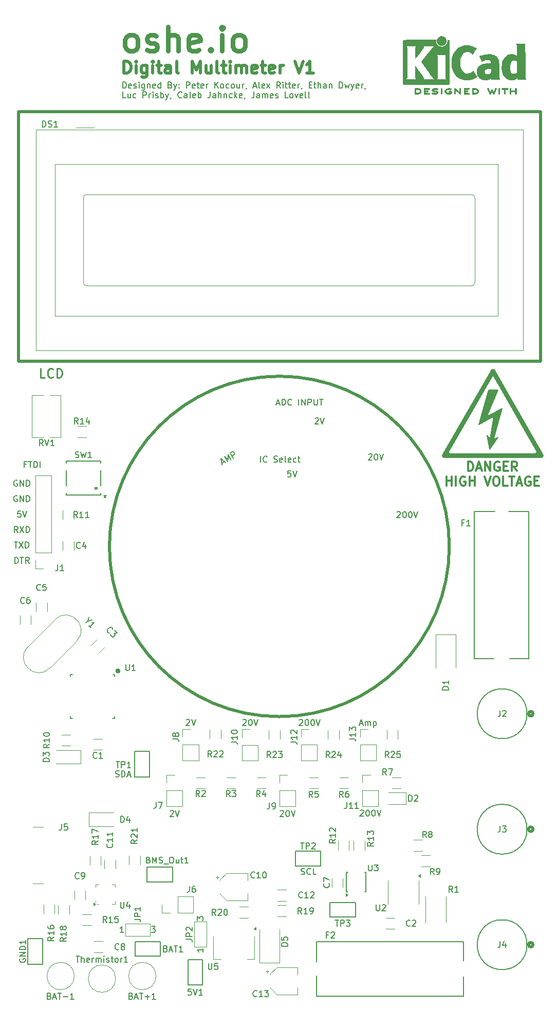
<source format=gbr>
%TF.GenerationSoftware,KiCad,Pcbnew,8.0.0*%
%TF.CreationDate,2025-03-31T17:33:55-04:00*%
%TF.ProjectId,oshe_dmm_project_v1,6f736865-5f64-46d6-9d5f-70726f6a6563,V1*%
%TF.SameCoordinates,Original*%
%TF.FileFunction,Legend,Top*%
%TF.FilePolarity,Positive*%
%FSLAX46Y46*%
G04 Gerber Fmt 4.6, Leading zero omitted, Abs format (unit mm)*
G04 Created by KiCad (PCBNEW 8.0.0) date 2025-03-31 17:33:55*
%MOMM*%
%LPD*%
G01*
G04 APERTURE LIST*
%ADD10C,0.500000*%
%ADD11C,0.150000*%
%ADD12C,0.250000*%
%ADD13C,0.750000*%
%ADD14C,0.200000*%
%ADD15C,0.300000*%
%ADD16C,0.120000*%
%ADD17C,0.127000*%
%ADD18C,0.409210*%
%ADD19C,0.010000*%
%ADD20C,0.152400*%
%ADD21C,0.508000*%
%ADD22C,0.800000*%
G04 APERTURE END LIST*
D10*
X121500500Y-80577000D02*
X207500500Y-80577000D01*
X207500500Y-121577000D01*
X121500500Y-121577000D01*
X121500500Y-80577000D01*
X192490000Y-152078000D02*
G75*
G02*
X136490000Y-152078000I-28000000J0D01*
G01*
X136490000Y-152078000D02*
G75*
G02*
X192490000Y-152078000I28000000J0D01*
G01*
D11*
X155007472Y-138365244D02*
X155419865Y-138127148D01*
X155067850Y-138660298D02*
X154856526Y-137627606D01*
X154856526Y-137627606D02*
X155645201Y-138326965D01*
X155933876Y-138160298D02*
X155433876Y-137294273D01*
X155433876Y-137294273D02*
X156079694Y-137746196D01*
X156079694Y-137746196D02*
X156011226Y-136960940D01*
X156011226Y-136960940D02*
X156511226Y-137826965D01*
X156923619Y-137588870D02*
X156423619Y-136722844D01*
X156423619Y-136722844D02*
X156753534Y-136532368D01*
X156753534Y-136532368D02*
X156859822Y-136525989D01*
X156859822Y-136525989D02*
X156924871Y-136543418D01*
X156924871Y-136543418D02*
X157013729Y-136602087D01*
X157013729Y-136602087D02*
X157085158Y-136725805D01*
X157085158Y-136725805D02*
X157091537Y-136832093D01*
X157091537Y-136832093D02*
X157074107Y-136897142D01*
X157074107Y-136897142D02*
X157015438Y-136986001D01*
X157015438Y-136986001D02*
X156685524Y-137176477D01*
X158473524Y-180634057D02*
X158521143Y-180586438D01*
X158521143Y-180586438D02*
X158616381Y-180538819D01*
X158616381Y-180538819D02*
X158854476Y-180538819D01*
X158854476Y-180538819D02*
X158949714Y-180586438D01*
X158949714Y-180586438D02*
X158997333Y-180634057D01*
X158997333Y-180634057D02*
X159044952Y-180729295D01*
X159044952Y-180729295D02*
X159044952Y-180824533D01*
X159044952Y-180824533D02*
X158997333Y-180967390D01*
X158997333Y-180967390D02*
X158425905Y-181538819D01*
X158425905Y-181538819D02*
X159044952Y-181538819D01*
X159664000Y-180538819D02*
X159759238Y-180538819D01*
X159759238Y-180538819D02*
X159854476Y-180586438D01*
X159854476Y-180586438D02*
X159902095Y-180634057D01*
X159902095Y-180634057D02*
X159949714Y-180729295D01*
X159949714Y-180729295D02*
X159997333Y-180919771D01*
X159997333Y-180919771D02*
X159997333Y-181157866D01*
X159997333Y-181157866D02*
X159949714Y-181348342D01*
X159949714Y-181348342D02*
X159902095Y-181443580D01*
X159902095Y-181443580D02*
X159854476Y-181491200D01*
X159854476Y-181491200D02*
X159759238Y-181538819D01*
X159759238Y-181538819D02*
X159664000Y-181538819D01*
X159664000Y-181538819D02*
X159568762Y-181491200D01*
X159568762Y-181491200D02*
X159521143Y-181443580D01*
X159521143Y-181443580D02*
X159473524Y-181348342D01*
X159473524Y-181348342D02*
X159425905Y-181157866D01*
X159425905Y-181157866D02*
X159425905Y-180919771D01*
X159425905Y-180919771D02*
X159473524Y-180729295D01*
X159473524Y-180729295D02*
X159521143Y-180634057D01*
X159521143Y-180634057D02*
X159568762Y-180586438D01*
X159568762Y-180586438D02*
X159664000Y-180538819D01*
X160283048Y-180538819D02*
X160616381Y-181538819D01*
X160616381Y-181538819D02*
X160949714Y-180538819D01*
X161406779Y-138227819D02*
X161406779Y-137227819D01*
X162454397Y-138132580D02*
X162406778Y-138180200D01*
X162406778Y-138180200D02*
X162263921Y-138227819D01*
X162263921Y-138227819D02*
X162168683Y-138227819D01*
X162168683Y-138227819D02*
X162025826Y-138180200D01*
X162025826Y-138180200D02*
X161930588Y-138084961D01*
X161930588Y-138084961D02*
X161882969Y-137989723D01*
X161882969Y-137989723D02*
X161835350Y-137799247D01*
X161835350Y-137799247D02*
X161835350Y-137656390D01*
X161835350Y-137656390D02*
X161882969Y-137465914D01*
X161882969Y-137465914D02*
X161930588Y-137370676D01*
X161930588Y-137370676D02*
X162025826Y-137275438D01*
X162025826Y-137275438D02*
X162168683Y-137227819D01*
X162168683Y-137227819D02*
X162263921Y-137227819D01*
X162263921Y-137227819D02*
X162406778Y-137275438D01*
X162406778Y-137275438D02*
X162454397Y-137323057D01*
X163597255Y-138180200D02*
X163740112Y-138227819D01*
X163740112Y-138227819D02*
X163978207Y-138227819D01*
X163978207Y-138227819D02*
X164073445Y-138180200D01*
X164073445Y-138180200D02*
X164121064Y-138132580D01*
X164121064Y-138132580D02*
X164168683Y-138037342D01*
X164168683Y-138037342D02*
X164168683Y-137942104D01*
X164168683Y-137942104D02*
X164121064Y-137846866D01*
X164121064Y-137846866D02*
X164073445Y-137799247D01*
X164073445Y-137799247D02*
X163978207Y-137751628D01*
X163978207Y-137751628D02*
X163787731Y-137704009D01*
X163787731Y-137704009D02*
X163692493Y-137656390D01*
X163692493Y-137656390D02*
X163644874Y-137608771D01*
X163644874Y-137608771D02*
X163597255Y-137513533D01*
X163597255Y-137513533D02*
X163597255Y-137418295D01*
X163597255Y-137418295D02*
X163644874Y-137323057D01*
X163644874Y-137323057D02*
X163692493Y-137275438D01*
X163692493Y-137275438D02*
X163787731Y-137227819D01*
X163787731Y-137227819D02*
X164025826Y-137227819D01*
X164025826Y-137227819D02*
X164168683Y-137275438D01*
X164978207Y-138180200D02*
X164882969Y-138227819D01*
X164882969Y-138227819D02*
X164692493Y-138227819D01*
X164692493Y-138227819D02*
X164597255Y-138180200D01*
X164597255Y-138180200D02*
X164549636Y-138084961D01*
X164549636Y-138084961D02*
X164549636Y-137704009D01*
X164549636Y-137704009D02*
X164597255Y-137608771D01*
X164597255Y-137608771D02*
X164692493Y-137561152D01*
X164692493Y-137561152D02*
X164882969Y-137561152D01*
X164882969Y-137561152D02*
X164978207Y-137608771D01*
X164978207Y-137608771D02*
X165025826Y-137704009D01*
X165025826Y-137704009D02*
X165025826Y-137799247D01*
X165025826Y-137799247D02*
X164549636Y-137894485D01*
X165597255Y-138227819D02*
X165502017Y-138180200D01*
X165502017Y-138180200D02*
X165454398Y-138084961D01*
X165454398Y-138084961D02*
X165454398Y-137227819D01*
X166359160Y-138180200D02*
X166263922Y-138227819D01*
X166263922Y-138227819D02*
X166073446Y-138227819D01*
X166073446Y-138227819D02*
X165978208Y-138180200D01*
X165978208Y-138180200D02*
X165930589Y-138084961D01*
X165930589Y-138084961D02*
X165930589Y-137704009D01*
X165930589Y-137704009D02*
X165978208Y-137608771D01*
X165978208Y-137608771D02*
X166073446Y-137561152D01*
X166073446Y-137561152D02*
X166263922Y-137561152D01*
X166263922Y-137561152D02*
X166359160Y-137608771D01*
X166359160Y-137608771D02*
X166406779Y-137704009D01*
X166406779Y-137704009D02*
X166406779Y-137799247D01*
X166406779Y-137799247D02*
X165930589Y-137894485D01*
X167263922Y-138180200D02*
X167168684Y-138227819D01*
X167168684Y-138227819D02*
X166978208Y-138227819D01*
X166978208Y-138227819D02*
X166882970Y-138180200D01*
X166882970Y-138180200D02*
X166835351Y-138132580D01*
X166835351Y-138132580D02*
X166787732Y-138037342D01*
X166787732Y-138037342D02*
X166787732Y-137751628D01*
X166787732Y-137751628D02*
X166835351Y-137656390D01*
X166835351Y-137656390D02*
X166882970Y-137608771D01*
X166882970Y-137608771D02*
X166978208Y-137561152D01*
X166978208Y-137561152D02*
X167168684Y-137561152D01*
X167168684Y-137561152D02*
X167263922Y-137608771D01*
X167549637Y-137561152D02*
X167930589Y-137561152D01*
X167692494Y-137227819D02*
X167692494Y-138084961D01*
X167692494Y-138084961D02*
X167740113Y-138180200D01*
X167740113Y-138180200D02*
X167835351Y-138227819D01*
X167835351Y-138227819D02*
X167930589Y-138227819D01*
X177809333Y-195543857D02*
X177856952Y-195496238D01*
X177856952Y-195496238D02*
X177952190Y-195448619D01*
X177952190Y-195448619D02*
X178190285Y-195448619D01*
X178190285Y-195448619D02*
X178285523Y-195496238D01*
X178285523Y-195496238D02*
X178333142Y-195543857D01*
X178333142Y-195543857D02*
X178380761Y-195639095D01*
X178380761Y-195639095D02*
X178380761Y-195734333D01*
X178380761Y-195734333D02*
X178333142Y-195877190D01*
X178333142Y-195877190D02*
X177761714Y-196448619D01*
X177761714Y-196448619D02*
X178380761Y-196448619D01*
X178999809Y-195448619D02*
X179095047Y-195448619D01*
X179095047Y-195448619D02*
X179190285Y-195496238D01*
X179190285Y-195496238D02*
X179237904Y-195543857D01*
X179237904Y-195543857D02*
X179285523Y-195639095D01*
X179285523Y-195639095D02*
X179333142Y-195829571D01*
X179333142Y-195829571D02*
X179333142Y-196067666D01*
X179333142Y-196067666D02*
X179285523Y-196258142D01*
X179285523Y-196258142D02*
X179237904Y-196353380D01*
X179237904Y-196353380D02*
X179190285Y-196401000D01*
X179190285Y-196401000D02*
X179095047Y-196448619D01*
X179095047Y-196448619D02*
X178999809Y-196448619D01*
X178999809Y-196448619D02*
X178904571Y-196401000D01*
X178904571Y-196401000D02*
X178856952Y-196353380D01*
X178856952Y-196353380D02*
X178809333Y-196258142D01*
X178809333Y-196258142D02*
X178761714Y-196067666D01*
X178761714Y-196067666D02*
X178761714Y-195829571D01*
X178761714Y-195829571D02*
X178809333Y-195639095D01*
X178809333Y-195639095D02*
X178856952Y-195543857D01*
X178856952Y-195543857D02*
X178904571Y-195496238D01*
X178904571Y-195496238D02*
X178999809Y-195448619D01*
X179952190Y-195448619D02*
X180047428Y-195448619D01*
X180047428Y-195448619D02*
X180142666Y-195496238D01*
X180142666Y-195496238D02*
X180190285Y-195543857D01*
X180190285Y-195543857D02*
X180237904Y-195639095D01*
X180237904Y-195639095D02*
X180285523Y-195829571D01*
X180285523Y-195829571D02*
X180285523Y-196067666D01*
X180285523Y-196067666D02*
X180237904Y-196258142D01*
X180237904Y-196258142D02*
X180190285Y-196353380D01*
X180190285Y-196353380D02*
X180142666Y-196401000D01*
X180142666Y-196401000D02*
X180047428Y-196448619D01*
X180047428Y-196448619D02*
X179952190Y-196448619D01*
X179952190Y-196448619D02*
X179856952Y-196401000D01*
X179856952Y-196401000D02*
X179809333Y-196353380D01*
X179809333Y-196353380D02*
X179761714Y-196258142D01*
X179761714Y-196258142D02*
X179714095Y-196067666D01*
X179714095Y-196067666D02*
X179714095Y-195829571D01*
X179714095Y-195829571D02*
X179761714Y-195639095D01*
X179761714Y-195639095D02*
X179809333Y-195543857D01*
X179809333Y-195543857D02*
X179856952Y-195496238D01*
X179856952Y-195496238D02*
X179952190Y-195448619D01*
X180571238Y-195448619D02*
X180904571Y-196448619D01*
X180904571Y-196448619D02*
X181237904Y-195448619D01*
X164620324Y-195620057D02*
X164667943Y-195572438D01*
X164667943Y-195572438D02*
X164763181Y-195524819D01*
X164763181Y-195524819D02*
X165001276Y-195524819D01*
X165001276Y-195524819D02*
X165096514Y-195572438D01*
X165096514Y-195572438D02*
X165144133Y-195620057D01*
X165144133Y-195620057D02*
X165191752Y-195715295D01*
X165191752Y-195715295D02*
X165191752Y-195810533D01*
X165191752Y-195810533D02*
X165144133Y-195953390D01*
X165144133Y-195953390D02*
X164572705Y-196524819D01*
X164572705Y-196524819D02*
X165191752Y-196524819D01*
X165810800Y-195524819D02*
X165906038Y-195524819D01*
X165906038Y-195524819D02*
X166001276Y-195572438D01*
X166001276Y-195572438D02*
X166048895Y-195620057D01*
X166048895Y-195620057D02*
X166096514Y-195715295D01*
X166096514Y-195715295D02*
X166144133Y-195905771D01*
X166144133Y-195905771D02*
X166144133Y-196143866D01*
X166144133Y-196143866D02*
X166096514Y-196334342D01*
X166096514Y-196334342D02*
X166048895Y-196429580D01*
X166048895Y-196429580D02*
X166001276Y-196477200D01*
X166001276Y-196477200D02*
X165906038Y-196524819D01*
X165906038Y-196524819D02*
X165810800Y-196524819D01*
X165810800Y-196524819D02*
X165715562Y-196477200D01*
X165715562Y-196477200D02*
X165667943Y-196429580D01*
X165667943Y-196429580D02*
X165620324Y-196334342D01*
X165620324Y-196334342D02*
X165572705Y-196143866D01*
X165572705Y-196143866D02*
X165572705Y-195905771D01*
X165572705Y-195905771D02*
X165620324Y-195715295D01*
X165620324Y-195715295D02*
X165667943Y-195620057D01*
X165667943Y-195620057D02*
X165715562Y-195572438D01*
X165715562Y-195572438D02*
X165810800Y-195524819D01*
X166429848Y-195524819D02*
X166763181Y-196524819D01*
X166763181Y-196524819D02*
X167096514Y-195524819D01*
X120791045Y-151329619D02*
X121362473Y-151329619D01*
X121076759Y-152329619D02*
X121076759Y-151329619D01*
X121600569Y-151329619D02*
X122267235Y-152329619D01*
X122267235Y-151329619D02*
X121600569Y-152329619D01*
X122648188Y-152329619D02*
X122648188Y-151329619D01*
X122648188Y-151329619D02*
X122886283Y-151329619D01*
X122886283Y-151329619D02*
X123029140Y-151377238D01*
X123029140Y-151377238D02*
X123124378Y-151472476D01*
X123124378Y-151472476D02*
X123171997Y-151567714D01*
X123171997Y-151567714D02*
X123219616Y-151758190D01*
X123219616Y-151758190D02*
X123219616Y-151901047D01*
X123219616Y-151901047D02*
X123171997Y-152091523D01*
X123171997Y-152091523D02*
X123124378Y-152186761D01*
X123124378Y-152186761D02*
X123029140Y-152282000D01*
X123029140Y-152282000D02*
X122886283Y-152329619D01*
X122886283Y-152329619D02*
X122648188Y-152329619D01*
X149170714Y-180634057D02*
X149218333Y-180586438D01*
X149218333Y-180586438D02*
X149313571Y-180538819D01*
X149313571Y-180538819D02*
X149551666Y-180538819D01*
X149551666Y-180538819D02*
X149646904Y-180586438D01*
X149646904Y-180586438D02*
X149694523Y-180634057D01*
X149694523Y-180634057D02*
X149742142Y-180729295D01*
X149742142Y-180729295D02*
X149742142Y-180824533D01*
X149742142Y-180824533D02*
X149694523Y-180967390D01*
X149694523Y-180967390D02*
X149123095Y-181538819D01*
X149123095Y-181538819D02*
X149742142Y-181538819D01*
X150027857Y-180538819D02*
X150361190Y-181538819D01*
X150361190Y-181538819D02*
X150694523Y-180538819D01*
X121862473Y-146249619D02*
X121386283Y-146249619D01*
X121386283Y-146249619D02*
X121338664Y-146725809D01*
X121338664Y-146725809D02*
X121386283Y-146678190D01*
X121386283Y-146678190D02*
X121481521Y-146630571D01*
X121481521Y-146630571D02*
X121719616Y-146630571D01*
X121719616Y-146630571D02*
X121814854Y-146678190D01*
X121814854Y-146678190D02*
X121862473Y-146725809D01*
X121862473Y-146725809D02*
X121910092Y-146821047D01*
X121910092Y-146821047D02*
X121910092Y-147059142D01*
X121910092Y-147059142D02*
X121862473Y-147154380D01*
X121862473Y-147154380D02*
X121814854Y-147202000D01*
X121814854Y-147202000D02*
X121719616Y-147249619D01*
X121719616Y-147249619D02*
X121481521Y-147249619D01*
X121481521Y-147249619D02*
X121386283Y-147202000D01*
X121386283Y-147202000D02*
X121338664Y-147154380D01*
X122195807Y-146249619D02*
X122529140Y-147249619D01*
X122529140Y-147249619D02*
X122862473Y-146249619D01*
X183879160Y-146443057D02*
X183926779Y-146395438D01*
X183926779Y-146395438D02*
X184022017Y-146347819D01*
X184022017Y-146347819D02*
X184260112Y-146347819D01*
X184260112Y-146347819D02*
X184355350Y-146395438D01*
X184355350Y-146395438D02*
X184402969Y-146443057D01*
X184402969Y-146443057D02*
X184450588Y-146538295D01*
X184450588Y-146538295D02*
X184450588Y-146633533D01*
X184450588Y-146633533D02*
X184402969Y-146776390D01*
X184402969Y-146776390D02*
X183831541Y-147347819D01*
X183831541Y-147347819D02*
X184450588Y-147347819D01*
X185069636Y-146347819D02*
X185164874Y-146347819D01*
X185164874Y-146347819D02*
X185260112Y-146395438D01*
X185260112Y-146395438D02*
X185307731Y-146443057D01*
X185307731Y-146443057D02*
X185355350Y-146538295D01*
X185355350Y-146538295D02*
X185402969Y-146728771D01*
X185402969Y-146728771D02*
X185402969Y-146966866D01*
X185402969Y-146966866D02*
X185355350Y-147157342D01*
X185355350Y-147157342D02*
X185307731Y-147252580D01*
X185307731Y-147252580D02*
X185260112Y-147300200D01*
X185260112Y-147300200D02*
X185164874Y-147347819D01*
X185164874Y-147347819D02*
X185069636Y-147347819D01*
X185069636Y-147347819D02*
X184974398Y-147300200D01*
X184974398Y-147300200D02*
X184926779Y-147252580D01*
X184926779Y-147252580D02*
X184879160Y-147157342D01*
X184879160Y-147157342D02*
X184831541Y-146966866D01*
X184831541Y-146966866D02*
X184831541Y-146728771D01*
X184831541Y-146728771D02*
X184879160Y-146538295D01*
X184879160Y-146538295D02*
X184926779Y-146443057D01*
X184926779Y-146443057D02*
X184974398Y-146395438D01*
X184974398Y-146395438D02*
X185069636Y-146347819D01*
X186022017Y-146347819D02*
X186117255Y-146347819D01*
X186117255Y-146347819D02*
X186212493Y-146395438D01*
X186212493Y-146395438D02*
X186260112Y-146443057D01*
X186260112Y-146443057D02*
X186307731Y-146538295D01*
X186307731Y-146538295D02*
X186355350Y-146728771D01*
X186355350Y-146728771D02*
X186355350Y-146966866D01*
X186355350Y-146966866D02*
X186307731Y-147157342D01*
X186307731Y-147157342D02*
X186260112Y-147252580D01*
X186260112Y-147252580D02*
X186212493Y-147300200D01*
X186212493Y-147300200D02*
X186117255Y-147347819D01*
X186117255Y-147347819D02*
X186022017Y-147347819D01*
X186022017Y-147347819D02*
X185926779Y-147300200D01*
X185926779Y-147300200D02*
X185879160Y-147252580D01*
X185879160Y-147252580D02*
X185831541Y-147157342D01*
X185831541Y-147157342D02*
X185783922Y-146966866D01*
X185783922Y-146966866D02*
X185783922Y-146728771D01*
X185783922Y-146728771D02*
X185831541Y-146538295D01*
X185831541Y-146538295D02*
X185879160Y-146443057D01*
X185879160Y-146443057D02*
X185926779Y-146395438D01*
X185926779Y-146395438D02*
X186022017Y-146347819D01*
X186641065Y-146347819D02*
X186974398Y-147347819D01*
X186974398Y-147347819D02*
X187307731Y-146347819D01*
D12*
X125862285Y-124310928D02*
X125147999Y-124310928D01*
X125147999Y-124310928D02*
X125147999Y-122810928D01*
X127219428Y-124168071D02*
X127148000Y-124239500D01*
X127148000Y-124239500D02*
X126933714Y-124310928D01*
X126933714Y-124310928D02*
X126790857Y-124310928D01*
X126790857Y-124310928D02*
X126576571Y-124239500D01*
X126576571Y-124239500D02*
X126433714Y-124096642D01*
X126433714Y-124096642D02*
X126362285Y-123953785D01*
X126362285Y-123953785D02*
X126290857Y-123668071D01*
X126290857Y-123668071D02*
X126290857Y-123453785D01*
X126290857Y-123453785D02*
X126362285Y-123168071D01*
X126362285Y-123168071D02*
X126433714Y-123025214D01*
X126433714Y-123025214D02*
X126576571Y-122882357D01*
X126576571Y-122882357D02*
X126790857Y-122810928D01*
X126790857Y-122810928D02*
X126933714Y-122810928D01*
X126933714Y-122810928D02*
X127148000Y-122882357D01*
X127148000Y-122882357D02*
X127219428Y-122953785D01*
X127862285Y-124310928D02*
X127862285Y-122810928D01*
X127862285Y-122810928D02*
X128219428Y-122810928D01*
X128219428Y-122810928D02*
X128433714Y-122882357D01*
X128433714Y-122882357D02*
X128576571Y-123025214D01*
X128576571Y-123025214D02*
X128648000Y-123168071D01*
X128648000Y-123168071D02*
X128719428Y-123453785D01*
X128719428Y-123453785D02*
X128719428Y-123668071D01*
X128719428Y-123668071D02*
X128648000Y-123953785D01*
X128648000Y-123953785D02*
X128576571Y-124096642D01*
X128576571Y-124096642D02*
X128433714Y-124239500D01*
X128433714Y-124239500D02*
X128219428Y-124310928D01*
X128219428Y-124310928D02*
X127862285Y-124310928D01*
D11*
X121386283Y-149789619D02*
X121052950Y-149313428D01*
X120814855Y-149789619D02*
X120814855Y-148789619D01*
X120814855Y-148789619D02*
X121195807Y-148789619D01*
X121195807Y-148789619D02*
X121291045Y-148837238D01*
X121291045Y-148837238D02*
X121338664Y-148884857D01*
X121338664Y-148884857D02*
X121386283Y-148980095D01*
X121386283Y-148980095D02*
X121386283Y-149122952D01*
X121386283Y-149122952D02*
X121338664Y-149218190D01*
X121338664Y-149218190D02*
X121291045Y-149265809D01*
X121291045Y-149265809D02*
X121195807Y-149313428D01*
X121195807Y-149313428D02*
X120814855Y-149313428D01*
X121719617Y-148789619D02*
X122386283Y-149789619D01*
X122386283Y-148789619D02*
X121719617Y-149789619D01*
X122767236Y-149789619D02*
X122767236Y-148789619D01*
X122767236Y-148789619D02*
X123005331Y-148789619D01*
X123005331Y-148789619D02*
X123148188Y-148837238D01*
X123148188Y-148837238D02*
X123243426Y-148932476D01*
X123243426Y-148932476D02*
X123291045Y-149027714D01*
X123291045Y-149027714D02*
X123338664Y-149218190D01*
X123338664Y-149218190D02*
X123338664Y-149361047D01*
X123338664Y-149361047D02*
X123291045Y-149551523D01*
X123291045Y-149551523D02*
X123243426Y-149646761D01*
X123243426Y-149646761D02*
X123148188Y-149742000D01*
X123148188Y-149742000D02*
X123005331Y-149789619D01*
X123005331Y-149789619D02*
X122767236Y-149789619D01*
X120910093Y-154869619D02*
X120910093Y-153869619D01*
X120910093Y-153869619D02*
X121148188Y-153869619D01*
X121148188Y-153869619D02*
X121291045Y-153917238D01*
X121291045Y-153917238D02*
X121386283Y-154012476D01*
X121386283Y-154012476D02*
X121433902Y-154107714D01*
X121433902Y-154107714D02*
X121481521Y-154298190D01*
X121481521Y-154298190D02*
X121481521Y-154441047D01*
X121481521Y-154441047D02*
X121433902Y-154631523D01*
X121433902Y-154631523D02*
X121386283Y-154726761D01*
X121386283Y-154726761D02*
X121291045Y-154822000D01*
X121291045Y-154822000D02*
X121148188Y-154869619D01*
X121148188Y-154869619D02*
X120910093Y-154869619D01*
X121767236Y-153869619D02*
X122338664Y-153869619D01*
X122052950Y-154869619D02*
X122052950Y-153869619D01*
X123243426Y-154869619D02*
X122910093Y-154393428D01*
X122671998Y-154869619D02*
X122671998Y-153869619D01*
X122671998Y-153869619D02*
X123052950Y-153869619D01*
X123052950Y-153869619D02*
X123148188Y-153917238D01*
X123148188Y-153917238D02*
X123195807Y-153964857D01*
X123195807Y-153964857D02*
X123243426Y-154060095D01*
X123243426Y-154060095D02*
X123243426Y-154202952D01*
X123243426Y-154202952D02*
X123195807Y-154298190D01*
X123195807Y-154298190D02*
X123148188Y-154345809D01*
X123148188Y-154345809D02*
X123052950Y-154393428D01*
X123052950Y-154393428D02*
X122671998Y-154393428D01*
D13*
X139837230Y-70577476D02*
X139456278Y-70387000D01*
X139456278Y-70387000D02*
X139265801Y-70196523D01*
X139265801Y-70196523D02*
X139075325Y-69815571D01*
X139075325Y-69815571D02*
X139075325Y-68672714D01*
X139075325Y-68672714D02*
X139265801Y-68291761D01*
X139265801Y-68291761D02*
X139456278Y-68101285D01*
X139456278Y-68101285D02*
X139837230Y-67910809D01*
X139837230Y-67910809D02*
X140408659Y-67910809D01*
X140408659Y-67910809D02*
X140789611Y-68101285D01*
X140789611Y-68101285D02*
X140980087Y-68291761D01*
X140980087Y-68291761D02*
X141170563Y-68672714D01*
X141170563Y-68672714D02*
X141170563Y-69815571D01*
X141170563Y-69815571D02*
X140980087Y-70196523D01*
X140980087Y-70196523D02*
X140789611Y-70387000D01*
X140789611Y-70387000D02*
X140408659Y-70577476D01*
X140408659Y-70577476D02*
X139837230Y-70577476D01*
X142694373Y-70387000D02*
X143075326Y-70577476D01*
X143075326Y-70577476D02*
X143837230Y-70577476D01*
X143837230Y-70577476D02*
X144218183Y-70387000D01*
X144218183Y-70387000D02*
X144408659Y-70006047D01*
X144408659Y-70006047D02*
X144408659Y-69815571D01*
X144408659Y-69815571D02*
X144218183Y-69434619D01*
X144218183Y-69434619D02*
X143837230Y-69244142D01*
X143837230Y-69244142D02*
X143265802Y-69244142D01*
X143265802Y-69244142D02*
X142884849Y-69053666D01*
X142884849Y-69053666D02*
X142694373Y-68672714D01*
X142694373Y-68672714D02*
X142694373Y-68482238D01*
X142694373Y-68482238D02*
X142884849Y-68101285D01*
X142884849Y-68101285D02*
X143265802Y-67910809D01*
X143265802Y-67910809D02*
X143837230Y-67910809D01*
X143837230Y-67910809D02*
X144218183Y-68101285D01*
X146122944Y-70577476D02*
X146122944Y-66577476D01*
X147837230Y-70577476D02*
X147837230Y-68482238D01*
X147837230Y-68482238D02*
X147646754Y-68101285D01*
X147646754Y-68101285D02*
X147265802Y-67910809D01*
X147265802Y-67910809D02*
X146694373Y-67910809D01*
X146694373Y-67910809D02*
X146313421Y-68101285D01*
X146313421Y-68101285D02*
X146122944Y-68291761D01*
X151265802Y-70387000D02*
X150884850Y-70577476D01*
X150884850Y-70577476D02*
X150122945Y-70577476D01*
X150122945Y-70577476D02*
X149741992Y-70387000D01*
X149741992Y-70387000D02*
X149551516Y-70006047D01*
X149551516Y-70006047D02*
X149551516Y-68482238D01*
X149551516Y-68482238D02*
X149741992Y-68101285D01*
X149741992Y-68101285D02*
X150122945Y-67910809D01*
X150122945Y-67910809D02*
X150884850Y-67910809D01*
X150884850Y-67910809D02*
X151265802Y-68101285D01*
X151265802Y-68101285D02*
X151456278Y-68482238D01*
X151456278Y-68482238D02*
X151456278Y-68863190D01*
X151456278Y-68863190D02*
X149551516Y-69244142D01*
X153170563Y-70196523D02*
X153361040Y-70387000D01*
X153361040Y-70387000D02*
X153170563Y-70577476D01*
X153170563Y-70577476D02*
X152980087Y-70387000D01*
X152980087Y-70387000D02*
X153170563Y-70196523D01*
X153170563Y-70196523D02*
X153170563Y-70577476D01*
X155075325Y-70577476D02*
X155075325Y-67910809D01*
X155075325Y-66577476D02*
X154884849Y-66767952D01*
X154884849Y-66767952D02*
X155075325Y-66958428D01*
X155075325Y-66958428D02*
X155265802Y-66767952D01*
X155265802Y-66767952D02*
X155075325Y-66577476D01*
X155075325Y-66577476D02*
X155075325Y-66958428D01*
X157551516Y-70577476D02*
X157170564Y-70387000D01*
X157170564Y-70387000D02*
X156980087Y-70196523D01*
X156980087Y-70196523D02*
X156789611Y-69815571D01*
X156789611Y-69815571D02*
X156789611Y-68672714D01*
X156789611Y-68672714D02*
X156980087Y-68291761D01*
X156980087Y-68291761D02*
X157170564Y-68101285D01*
X157170564Y-68101285D02*
X157551516Y-67910809D01*
X157551516Y-67910809D02*
X158122945Y-67910809D01*
X158122945Y-67910809D02*
X158503897Y-68101285D01*
X158503897Y-68101285D02*
X158694373Y-68291761D01*
X158694373Y-68291761D02*
X158884849Y-68672714D01*
X158884849Y-68672714D02*
X158884849Y-69815571D01*
X158884849Y-69815571D02*
X158694373Y-70196523D01*
X158694373Y-70196523D02*
X158503897Y-70387000D01*
X158503897Y-70387000D02*
X158122945Y-70577476D01*
X158122945Y-70577476D02*
X157551516Y-70577476D01*
D10*
X138879137Y-74237238D02*
X138879137Y-72237238D01*
X138879137Y-72237238D02*
X139355327Y-72237238D01*
X139355327Y-72237238D02*
X139641042Y-72332476D01*
X139641042Y-72332476D02*
X139831518Y-72522952D01*
X139831518Y-72522952D02*
X139926756Y-72713428D01*
X139926756Y-72713428D02*
X140021994Y-73094380D01*
X140021994Y-73094380D02*
X140021994Y-73380095D01*
X140021994Y-73380095D02*
X139926756Y-73761047D01*
X139926756Y-73761047D02*
X139831518Y-73951523D01*
X139831518Y-73951523D02*
X139641042Y-74142000D01*
X139641042Y-74142000D02*
X139355327Y-74237238D01*
X139355327Y-74237238D02*
X138879137Y-74237238D01*
X140879137Y-74237238D02*
X140879137Y-72903904D01*
X140879137Y-72237238D02*
X140783899Y-72332476D01*
X140783899Y-72332476D02*
X140879137Y-72427714D01*
X140879137Y-72427714D02*
X140974375Y-72332476D01*
X140974375Y-72332476D02*
X140879137Y-72237238D01*
X140879137Y-72237238D02*
X140879137Y-72427714D01*
X142688661Y-72903904D02*
X142688661Y-74522952D01*
X142688661Y-74522952D02*
X142593423Y-74713428D01*
X142593423Y-74713428D02*
X142498185Y-74808666D01*
X142498185Y-74808666D02*
X142307708Y-74903904D01*
X142307708Y-74903904D02*
X142021994Y-74903904D01*
X142021994Y-74903904D02*
X141831518Y-74808666D01*
X142688661Y-74142000D02*
X142498185Y-74237238D01*
X142498185Y-74237238D02*
X142117232Y-74237238D01*
X142117232Y-74237238D02*
X141926756Y-74142000D01*
X141926756Y-74142000D02*
X141831518Y-74046761D01*
X141831518Y-74046761D02*
X141736280Y-73856285D01*
X141736280Y-73856285D02*
X141736280Y-73284857D01*
X141736280Y-73284857D02*
X141831518Y-73094380D01*
X141831518Y-73094380D02*
X141926756Y-72999142D01*
X141926756Y-72999142D02*
X142117232Y-72903904D01*
X142117232Y-72903904D02*
X142498185Y-72903904D01*
X142498185Y-72903904D02*
X142688661Y-72999142D01*
X143641042Y-74237238D02*
X143641042Y-72903904D01*
X143641042Y-72237238D02*
X143545804Y-72332476D01*
X143545804Y-72332476D02*
X143641042Y-72427714D01*
X143641042Y-72427714D02*
X143736280Y-72332476D01*
X143736280Y-72332476D02*
X143641042Y-72237238D01*
X143641042Y-72237238D02*
X143641042Y-72427714D01*
X144307709Y-72903904D02*
X145069613Y-72903904D01*
X144593423Y-72237238D02*
X144593423Y-73951523D01*
X144593423Y-73951523D02*
X144688661Y-74142000D01*
X144688661Y-74142000D02*
X144879137Y-74237238D01*
X144879137Y-74237238D02*
X145069613Y-74237238D01*
X146593423Y-74237238D02*
X146593423Y-73189619D01*
X146593423Y-73189619D02*
X146498185Y-72999142D01*
X146498185Y-72999142D02*
X146307709Y-72903904D01*
X146307709Y-72903904D02*
X145926756Y-72903904D01*
X145926756Y-72903904D02*
X145736280Y-72999142D01*
X146593423Y-74142000D02*
X146402947Y-74237238D01*
X146402947Y-74237238D02*
X145926756Y-74237238D01*
X145926756Y-74237238D02*
X145736280Y-74142000D01*
X145736280Y-74142000D02*
X145641042Y-73951523D01*
X145641042Y-73951523D02*
X145641042Y-73761047D01*
X145641042Y-73761047D02*
X145736280Y-73570571D01*
X145736280Y-73570571D02*
X145926756Y-73475333D01*
X145926756Y-73475333D02*
X146402947Y-73475333D01*
X146402947Y-73475333D02*
X146593423Y-73380095D01*
X147831518Y-74237238D02*
X147641042Y-74142000D01*
X147641042Y-74142000D02*
X147545804Y-73951523D01*
X147545804Y-73951523D02*
X147545804Y-72237238D01*
X150117233Y-74237238D02*
X150117233Y-72237238D01*
X150117233Y-72237238D02*
X150783900Y-73665809D01*
X150783900Y-73665809D02*
X151450566Y-72237238D01*
X151450566Y-72237238D02*
X151450566Y-74237238D01*
X153260090Y-72903904D02*
X153260090Y-74237238D01*
X152402947Y-72903904D02*
X152402947Y-73951523D01*
X152402947Y-73951523D02*
X152498185Y-74142000D01*
X152498185Y-74142000D02*
X152688661Y-74237238D01*
X152688661Y-74237238D02*
X152974376Y-74237238D01*
X152974376Y-74237238D02*
X153164852Y-74142000D01*
X153164852Y-74142000D02*
X153260090Y-74046761D01*
X154498185Y-74237238D02*
X154307709Y-74142000D01*
X154307709Y-74142000D02*
X154212471Y-73951523D01*
X154212471Y-73951523D02*
X154212471Y-72237238D01*
X154974376Y-72903904D02*
X155736280Y-72903904D01*
X155260090Y-72237238D02*
X155260090Y-73951523D01*
X155260090Y-73951523D02*
X155355328Y-74142000D01*
X155355328Y-74142000D02*
X155545804Y-74237238D01*
X155545804Y-74237238D02*
X155736280Y-74237238D01*
X156402947Y-74237238D02*
X156402947Y-72903904D01*
X156402947Y-72237238D02*
X156307709Y-72332476D01*
X156307709Y-72332476D02*
X156402947Y-72427714D01*
X156402947Y-72427714D02*
X156498185Y-72332476D01*
X156498185Y-72332476D02*
X156402947Y-72237238D01*
X156402947Y-72237238D02*
X156402947Y-72427714D01*
X157355328Y-74237238D02*
X157355328Y-72903904D01*
X157355328Y-73094380D02*
X157450566Y-72999142D01*
X157450566Y-72999142D02*
X157641042Y-72903904D01*
X157641042Y-72903904D02*
X157926757Y-72903904D01*
X157926757Y-72903904D02*
X158117233Y-72999142D01*
X158117233Y-72999142D02*
X158212471Y-73189619D01*
X158212471Y-73189619D02*
X158212471Y-74237238D01*
X158212471Y-73189619D02*
X158307709Y-72999142D01*
X158307709Y-72999142D02*
X158498185Y-72903904D01*
X158498185Y-72903904D02*
X158783899Y-72903904D01*
X158783899Y-72903904D02*
X158974376Y-72999142D01*
X158974376Y-72999142D02*
X159069614Y-73189619D01*
X159069614Y-73189619D02*
X159069614Y-74237238D01*
X160783900Y-74142000D02*
X160593424Y-74237238D01*
X160593424Y-74237238D02*
X160212471Y-74237238D01*
X160212471Y-74237238D02*
X160021995Y-74142000D01*
X160021995Y-74142000D02*
X159926757Y-73951523D01*
X159926757Y-73951523D02*
X159926757Y-73189619D01*
X159926757Y-73189619D02*
X160021995Y-72999142D01*
X160021995Y-72999142D02*
X160212471Y-72903904D01*
X160212471Y-72903904D02*
X160593424Y-72903904D01*
X160593424Y-72903904D02*
X160783900Y-72999142D01*
X160783900Y-72999142D02*
X160879138Y-73189619D01*
X160879138Y-73189619D02*
X160879138Y-73380095D01*
X160879138Y-73380095D02*
X159926757Y-73570571D01*
X161450567Y-72903904D02*
X162212471Y-72903904D01*
X161736281Y-72237238D02*
X161736281Y-73951523D01*
X161736281Y-73951523D02*
X161831519Y-74142000D01*
X161831519Y-74142000D02*
X162021995Y-74237238D01*
X162021995Y-74237238D02*
X162212471Y-74237238D01*
X163641043Y-74142000D02*
X163450567Y-74237238D01*
X163450567Y-74237238D02*
X163069614Y-74237238D01*
X163069614Y-74237238D02*
X162879138Y-74142000D01*
X162879138Y-74142000D02*
X162783900Y-73951523D01*
X162783900Y-73951523D02*
X162783900Y-73189619D01*
X162783900Y-73189619D02*
X162879138Y-72999142D01*
X162879138Y-72999142D02*
X163069614Y-72903904D01*
X163069614Y-72903904D02*
X163450567Y-72903904D01*
X163450567Y-72903904D02*
X163641043Y-72999142D01*
X163641043Y-72999142D02*
X163736281Y-73189619D01*
X163736281Y-73189619D02*
X163736281Y-73380095D01*
X163736281Y-73380095D02*
X162783900Y-73570571D01*
X164593424Y-74237238D02*
X164593424Y-72903904D01*
X164593424Y-73284857D02*
X164688662Y-73094380D01*
X164688662Y-73094380D02*
X164783900Y-72999142D01*
X164783900Y-72999142D02*
X164974376Y-72903904D01*
X164974376Y-72903904D02*
X165164853Y-72903904D01*
X167069615Y-72237238D02*
X167736281Y-74237238D01*
X167736281Y-74237238D02*
X168402948Y-72237238D01*
X170117234Y-74237238D02*
X168974377Y-74237238D01*
X169545805Y-74237238D02*
X169545805Y-72237238D01*
X169545805Y-72237238D02*
X169355329Y-72522952D01*
X169355329Y-72522952D02*
X169164853Y-72713428D01*
X169164853Y-72713428D02*
X168974377Y-72808666D01*
D11*
X177737857Y-181253104D02*
X178214047Y-181253104D01*
X177642619Y-181538819D02*
X177975952Y-180538819D01*
X177975952Y-180538819D02*
X178309285Y-181538819D01*
X178642619Y-181538819D02*
X178642619Y-180872152D01*
X178642619Y-180967390D02*
X178690238Y-180919771D01*
X178690238Y-180919771D02*
X178785476Y-180872152D01*
X178785476Y-180872152D02*
X178928333Y-180872152D01*
X178928333Y-180872152D02*
X179023571Y-180919771D01*
X179023571Y-180919771D02*
X179071190Y-181015009D01*
X179071190Y-181015009D02*
X179071190Y-181538819D01*
X179071190Y-181015009D02*
X179118809Y-180919771D01*
X179118809Y-180919771D02*
X179214047Y-180872152D01*
X179214047Y-180872152D02*
X179356904Y-180872152D01*
X179356904Y-180872152D02*
X179452143Y-180919771D01*
X179452143Y-180919771D02*
X179499762Y-181015009D01*
X179499762Y-181015009D02*
X179499762Y-181538819D01*
X179975952Y-180872152D02*
X179975952Y-181872152D01*
X179975952Y-180919771D02*
X180071190Y-180872152D01*
X180071190Y-180872152D02*
X180261666Y-180872152D01*
X180261666Y-180872152D02*
X180356904Y-180919771D01*
X180356904Y-180919771D02*
X180404523Y-180967390D01*
X180404523Y-180967390D02*
X180452142Y-181062628D01*
X180452142Y-181062628D02*
X180452142Y-181348342D01*
X180452142Y-181348342D02*
X180404523Y-181443580D01*
X180404523Y-181443580D02*
X180356904Y-181491200D01*
X180356904Y-181491200D02*
X180261666Y-181538819D01*
X180261666Y-181538819D02*
X180071190Y-181538819D01*
X180071190Y-181538819D02*
X179975952Y-181491200D01*
X121291045Y-143757238D02*
X121195807Y-143709619D01*
X121195807Y-143709619D02*
X121052950Y-143709619D01*
X121052950Y-143709619D02*
X120910093Y-143757238D01*
X120910093Y-143757238D02*
X120814855Y-143852476D01*
X120814855Y-143852476D02*
X120767236Y-143947714D01*
X120767236Y-143947714D02*
X120719617Y-144138190D01*
X120719617Y-144138190D02*
X120719617Y-144281047D01*
X120719617Y-144281047D02*
X120767236Y-144471523D01*
X120767236Y-144471523D02*
X120814855Y-144566761D01*
X120814855Y-144566761D02*
X120910093Y-144662000D01*
X120910093Y-144662000D02*
X121052950Y-144709619D01*
X121052950Y-144709619D02*
X121148188Y-144709619D01*
X121148188Y-144709619D02*
X121291045Y-144662000D01*
X121291045Y-144662000D02*
X121338664Y-144614380D01*
X121338664Y-144614380D02*
X121338664Y-144281047D01*
X121338664Y-144281047D02*
X121148188Y-144281047D01*
X121767236Y-144709619D02*
X121767236Y-143709619D01*
X121767236Y-143709619D02*
X122338664Y-144709619D01*
X122338664Y-144709619D02*
X122338664Y-143709619D01*
X122814855Y-144709619D02*
X122814855Y-143709619D01*
X122814855Y-143709619D02*
X123052950Y-143709619D01*
X123052950Y-143709619D02*
X123195807Y-143757238D01*
X123195807Y-143757238D02*
X123291045Y-143852476D01*
X123291045Y-143852476D02*
X123338664Y-143947714D01*
X123338664Y-143947714D02*
X123386283Y-144138190D01*
X123386283Y-144138190D02*
X123386283Y-144281047D01*
X123386283Y-144281047D02*
X123338664Y-144471523D01*
X123338664Y-144471523D02*
X123291045Y-144566761D01*
X123291045Y-144566761D02*
X123195807Y-144662000D01*
X123195807Y-144662000D02*
X123052950Y-144709619D01*
X123052950Y-144709619D02*
X122814855Y-144709619D01*
X166372969Y-139637819D02*
X165896779Y-139637819D01*
X165896779Y-139637819D02*
X165849160Y-140114009D01*
X165849160Y-140114009D02*
X165896779Y-140066390D01*
X165896779Y-140066390D02*
X165992017Y-140018771D01*
X165992017Y-140018771D02*
X166230112Y-140018771D01*
X166230112Y-140018771D02*
X166325350Y-140066390D01*
X166325350Y-140066390D02*
X166372969Y-140114009D01*
X166372969Y-140114009D02*
X166420588Y-140209247D01*
X166420588Y-140209247D02*
X166420588Y-140447342D01*
X166420588Y-140447342D02*
X166372969Y-140542580D01*
X166372969Y-140542580D02*
X166325350Y-140590200D01*
X166325350Y-140590200D02*
X166230112Y-140637819D01*
X166230112Y-140637819D02*
X165992017Y-140637819D01*
X165992017Y-140637819D02*
X165896779Y-140590200D01*
X165896779Y-140590200D02*
X165849160Y-140542580D01*
X166706303Y-139637819D02*
X167039636Y-140637819D01*
X167039636Y-140637819D02*
X167372969Y-139637819D01*
X167776333Y-180634057D02*
X167823952Y-180586438D01*
X167823952Y-180586438D02*
X167919190Y-180538819D01*
X167919190Y-180538819D02*
X168157285Y-180538819D01*
X168157285Y-180538819D02*
X168252523Y-180586438D01*
X168252523Y-180586438D02*
X168300142Y-180634057D01*
X168300142Y-180634057D02*
X168347761Y-180729295D01*
X168347761Y-180729295D02*
X168347761Y-180824533D01*
X168347761Y-180824533D02*
X168300142Y-180967390D01*
X168300142Y-180967390D02*
X167728714Y-181538819D01*
X167728714Y-181538819D02*
X168347761Y-181538819D01*
X168966809Y-180538819D02*
X169062047Y-180538819D01*
X169062047Y-180538819D02*
X169157285Y-180586438D01*
X169157285Y-180586438D02*
X169204904Y-180634057D01*
X169204904Y-180634057D02*
X169252523Y-180729295D01*
X169252523Y-180729295D02*
X169300142Y-180919771D01*
X169300142Y-180919771D02*
X169300142Y-181157866D01*
X169300142Y-181157866D02*
X169252523Y-181348342D01*
X169252523Y-181348342D02*
X169204904Y-181443580D01*
X169204904Y-181443580D02*
X169157285Y-181491200D01*
X169157285Y-181491200D02*
X169062047Y-181538819D01*
X169062047Y-181538819D02*
X168966809Y-181538819D01*
X168966809Y-181538819D02*
X168871571Y-181491200D01*
X168871571Y-181491200D02*
X168823952Y-181443580D01*
X168823952Y-181443580D02*
X168776333Y-181348342D01*
X168776333Y-181348342D02*
X168728714Y-181157866D01*
X168728714Y-181157866D02*
X168728714Y-180919771D01*
X168728714Y-180919771D02*
X168776333Y-180729295D01*
X168776333Y-180729295D02*
X168823952Y-180634057D01*
X168823952Y-180634057D02*
X168871571Y-180586438D01*
X168871571Y-180586438D02*
X168966809Y-180538819D01*
X169919190Y-180538819D02*
X170014428Y-180538819D01*
X170014428Y-180538819D02*
X170109666Y-180586438D01*
X170109666Y-180586438D02*
X170157285Y-180634057D01*
X170157285Y-180634057D02*
X170204904Y-180729295D01*
X170204904Y-180729295D02*
X170252523Y-180919771D01*
X170252523Y-180919771D02*
X170252523Y-181157866D01*
X170252523Y-181157866D02*
X170204904Y-181348342D01*
X170204904Y-181348342D02*
X170157285Y-181443580D01*
X170157285Y-181443580D02*
X170109666Y-181491200D01*
X170109666Y-181491200D02*
X170014428Y-181538819D01*
X170014428Y-181538819D02*
X169919190Y-181538819D01*
X169919190Y-181538819D02*
X169823952Y-181491200D01*
X169823952Y-181491200D02*
X169776333Y-181443580D01*
X169776333Y-181443580D02*
X169728714Y-181348342D01*
X169728714Y-181348342D02*
X169681095Y-181157866D01*
X169681095Y-181157866D02*
X169681095Y-180919771D01*
X169681095Y-180919771D02*
X169728714Y-180729295D01*
X169728714Y-180729295D02*
X169776333Y-180634057D01*
X169776333Y-180634057D02*
X169823952Y-180586438D01*
X169823952Y-180586438D02*
X169919190Y-180538819D01*
X170538238Y-180538819D02*
X170871571Y-181538819D01*
X170871571Y-181538819D02*
X171204904Y-180538819D01*
D14*
X138697673Y-76668247D02*
X138697673Y-75668247D01*
X138697673Y-75668247D02*
X138935768Y-75668247D01*
X138935768Y-75668247D02*
X139078625Y-75715866D01*
X139078625Y-75715866D02*
X139173863Y-75811104D01*
X139173863Y-75811104D02*
X139221482Y-75906342D01*
X139221482Y-75906342D02*
X139269101Y-76096818D01*
X139269101Y-76096818D02*
X139269101Y-76239675D01*
X139269101Y-76239675D02*
X139221482Y-76430151D01*
X139221482Y-76430151D02*
X139173863Y-76525389D01*
X139173863Y-76525389D02*
X139078625Y-76620628D01*
X139078625Y-76620628D02*
X138935768Y-76668247D01*
X138935768Y-76668247D02*
X138697673Y-76668247D01*
X140078625Y-76620628D02*
X139983387Y-76668247D01*
X139983387Y-76668247D02*
X139792911Y-76668247D01*
X139792911Y-76668247D02*
X139697673Y-76620628D01*
X139697673Y-76620628D02*
X139650054Y-76525389D01*
X139650054Y-76525389D02*
X139650054Y-76144437D01*
X139650054Y-76144437D02*
X139697673Y-76049199D01*
X139697673Y-76049199D02*
X139792911Y-76001580D01*
X139792911Y-76001580D02*
X139983387Y-76001580D01*
X139983387Y-76001580D02*
X140078625Y-76049199D01*
X140078625Y-76049199D02*
X140126244Y-76144437D01*
X140126244Y-76144437D02*
X140126244Y-76239675D01*
X140126244Y-76239675D02*
X139650054Y-76334913D01*
X140507197Y-76620628D02*
X140602435Y-76668247D01*
X140602435Y-76668247D02*
X140792911Y-76668247D01*
X140792911Y-76668247D02*
X140888149Y-76620628D01*
X140888149Y-76620628D02*
X140935768Y-76525389D01*
X140935768Y-76525389D02*
X140935768Y-76477770D01*
X140935768Y-76477770D02*
X140888149Y-76382532D01*
X140888149Y-76382532D02*
X140792911Y-76334913D01*
X140792911Y-76334913D02*
X140650054Y-76334913D01*
X140650054Y-76334913D02*
X140554816Y-76287294D01*
X140554816Y-76287294D02*
X140507197Y-76192056D01*
X140507197Y-76192056D02*
X140507197Y-76144437D01*
X140507197Y-76144437D02*
X140554816Y-76049199D01*
X140554816Y-76049199D02*
X140650054Y-76001580D01*
X140650054Y-76001580D02*
X140792911Y-76001580D01*
X140792911Y-76001580D02*
X140888149Y-76049199D01*
X141364340Y-76668247D02*
X141364340Y-76001580D01*
X141364340Y-75668247D02*
X141316721Y-75715866D01*
X141316721Y-75715866D02*
X141364340Y-75763485D01*
X141364340Y-75763485D02*
X141411959Y-75715866D01*
X141411959Y-75715866D02*
X141364340Y-75668247D01*
X141364340Y-75668247D02*
X141364340Y-75763485D01*
X142269101Y-76001580D02*
X142269101Y-76811104D01*
X142269101Y-76811104D02*
X142221482Y-76906342D01*
X142221482Y-76906342D02*
X142173863Y-76953961D01*
X142173863Y-76953961D02*
X142078625Y-77001580D01*
X142078625Y-77001580D02*
X141935768Y-77001580D01*
X141935768Y-77001580D02*
X141840530Y-76953961D01*
X142269101Y-76620628D02*
X142173863Y-76668247D01*
X142173863Y-76668247D02*
X141983387Y-76668247D01*
X141983387Y-76668247D02*
X141888149Y-76620628D01*
X141888149Y-76620628D02*
X141840530Y-76573008D01*
X141840530Y-76573008D02*
X141792911Y-76477770D01*
X141792911Y-76477770D02*
X141792911Y-76192056D01*
X141792911Y-76192056D02*
X141840530Y-76096818D01*
X141840530Y-76096818D02*
X141888149Y-76049199D01*
X141888149Y-76049199D02*
X141983387Y-76001580D01*
X141983387Y-76001580D02*
X142173863Y-76001580D01*
X142173863Y-76001580D02*
X142269101Y-76049199D01*
X142745292Y-76001580D02*
X142745292Y-76668247D01*
X142745292Y-76096818D02*
X142792911Y-76049199D01*
X142792911Y-76049199D02*
X142888149Y-76001580D01*
X142888149Y-76001580D02*
X143031006Y-76001580D01*
X143031006Y-76001580D02*
X143126244Y-76049199D01*
X143126244Y-76049199D02*
X143173863Y-76144437D01*
X143173863Y-76144437D02*
X143173863Y-76668247D01*
X144031006Y-76620628D02*
X143935768Y-76668247D01*
X143935768Y-76668247D02*
X143745292Y-76668247D01*
X143745292Y-76668247D02*
X143650054Y-76620628D01*
X143650054Y-76620628D02*
X143602435Y-76525389D01*
X143602435Y-76525389D02*
X143602435Y-76144437D01*
X143602435Y-76144437D02*
X143650054Y-76049199D01*
X143650054Y-76049199D02*
X143745292Y-76001580D01*
X143745292Y-76001580D02*
X143935768Y-76001580D01*
X143935768Y-76001580D02*
X144031006Y-76049199D01*
X144031006Y-76049199D02*
X144078625Y-76144437D01*
X144078625Y-76144437D02*
X144078625Y-76239675D01*
X144078625Y-76239675D02*
X143602435Y-76334913D01*
X144935768Y-76668247D02*
X144935768Y-75668247D01*
X144935768Y-76620628D02*
X144840530Y-76668247D01*
X144840530Y-76668247D02*
X144650054Y-76668247D01*
X144650054Y-76668247D02*
X144554816Y-76620628D01*
X144554816Y-76620628D02*
X144507197Y-76573008D01*
X144507197Y-76573008D02*
X144459578Y-76477770D01*
X144459578Y-76477770D02*
X144459578Y-76192056D01*
X144459578Y-76192056D02*
X144507197Y-76096818D01*
X144507197Y-76096818D02*
X144554816Y-76049199D01*
X144554816Y-76049199D02*
X144650054Y-76001580D01*
X144650054Y-76001580D02*
X144840530Y-76001580D01*
X144840530Y-76001580D02*
X144935768Y-76049199D01*
X146507197Y-76144437D02*
X146650054Y-76192056D01*
X146650054Y-76192056D02*
X146697673Y-76239675D01*
X146697673Y-76239675D02*
X146745292Y-76334913D01*
X146745292Y-76334913D02*
X146745292Y-76477770D01*
X146745292Y-76477770D02*
X146697673Y-76573008D01*
X146697673Y-76573008D02*
X146650054Y-76620628D01*
X146650054Y-76620628D02*
X146554816Y-76668247D01*
X146554816Y-76668247D02*
X146173864Y-76668247D01*
X146173864Y-76668247D02*
X146173864Y-75668247D01*
X146173864Y-75668247D02*
X146507197Y-75668247D01*
X146507197Y-75668247D02*
X146602435Y-75715866D01*
X146602435Y-75715866D02*
X146650054Y-75763485D01*
X146650054Y-75763485D02*
X146697673Y-75858723D01*
X146697673Y-75858723D02*
X146697673Y-75953961D01*
X146697673Y-75953961D02*
X146650054Y-76049199D01*
X146650054Y-76049199D02*
X146602435Y-76096818D01*
X146602435Y-76096818D02*
X146507197Y-76144437D01*
X146507197Y-76144437D02*
X146173864Y-76144437D01*
X147078626Y-76001580D02*
X147316721Y-76668247D01*
X147554816Y-76001580D02*
X147316721Y-76668247D01*
X147316721Y-76668247D02*
X147221483Y-76906342D01*
X147221483Y-76906342D02*
X147173864Y-76953961D01*
X147173864Y-76953961D02*
X147078626Y-77001580D01*
X147935769Y-76573008D02*
X147983388Y-76620628D01*
X147983388Y-76620628D02*
X147935769Y-76668247D01*
X147935769Y-76668247D02*
X147888150Y-76620628D01*
X147888150Y-76620628D02*
X147935769Y-76573008D01*
X147935769Y-76573008D02*
X147935769Y-76668247D01*
X147935769Y-76049199D02*
X147983388Y-76096818D01*
X147983388Y-76096818D02*
X147935769Y-76144437D01*
X147935769Y-76144437D02*
X147888150Y-76096818D01*
X147888150Y-76096818D02*
X147935769Y-76049199D01*
X147935769Y-76049199D02*
X147935769Y-76144437D01*
X149173864Y-76668247D02*
X149173864Y-75668247D01*
X149173864Y-75668247D02*
X149554816Y-75668247D01*
X149554816Y-75668247D02*
X149650054Y-75715866D01*
X149650054Y-75715866D02*
X149697673Y-75763485D01*
X149697673Y-75763485D02*
X149745292Y-75858723D01*
X149745292Y-75858723D02*
X149745292Y-76001580D01*
X149745292Y-76001580D02*
X149697673Y-76096818D01*
X149697673Y-76096818D02*
X149650054Y-76144437D01*
X149650054Y-76144437D02*
X149554816Y-76192056D01*
X149554816Y-76192056D02*
X149173864Y-76192056D01*
X150554816Y-76620628D02*
X150459578Y-76668247D01*
X150459578Y-76668247D02*
X150269102Y-76668247D01*
X150269102Y-76668247D02*
X150173864Y-76620628D01*
X150173864Y-76620628D02*
X150126245Y-76525389D01*
X150126245Y-76525389D02*
X150126245Y-76144437D01*
X150126245Y-76144437D02*
X150173864Y-76049199D01*
X150173864Y-76049199D02*
X150269102Y-76001580D01*
X150269102Y-76001580D02*
X150459578Y-76001580D01*
X150459578Y-76001580D02*
X150554816Y-76049199D01*
X150554816Y-76049199D02*
X150602435Y-76144437D01*
X150602435Y-76144437D02*
X150602435Y-76239675D01*
X150602435Y-76239675D02*
X150126245Y-76334913D01*
X150888150Y-76001580D02*
X151269102Y-76001580D01*
X151031007Y-75668247D02*
X151031007Y-76525389D01*
X151031007Y-76525389D02*
X151078626Y-76620628D01*
X151078626Y-76620628D02*
X151173864Y-76668247D01*
X151173864Y-76668247D02*
X151269102Y-76668247D01*
X151983388Y-76620628D02*
X151888150Y-76668247D01*
X151888150Y-76668247D02*
X151697674Y-76668247D01*
X151697674Y-76668247D02*
X151602436Y-76620628D01*
X151602436Y-76620628D02*
X151554817Y-76525389D01*
X151554817Y-76525389D02*
X151554817Y-76144437D01*
X151554817Y-76144437D02*
X151602436Y-76049199D01*
X151602436Y-76049199D02*
X151697674Y-76001580D01*
X151697674Y-76001580D02*
X151888150Y-76001580D01*
X151888150Y-76001580D02*
X151983388Y-76049199D01*
X151983388Y-76049199D02*
X152031007Y-76144437D01*
X152031007Y-76144437D02*
X152031007Y-76239675D01*
X152031007Y-76239675D02*
X151554817Y-76334913D01*
X152459579Y-76668247D02*
X152459579Y-76001580D01*
X152459579Y-76192056D02*
X152507198Y-76096818D01*
X152507198Y-76096818D02*
X152554817Y-76049199D01*
X152554817Y-76049199D02*
X152650055Y-76001580D01*
X152650055Y-76001580D02*
X152745293Y-76001580D01*
X153840532Y-76668247D02*
X153840532Y-75668247D01*
X154411960Y-76668247D02*
X153983389Y-76096818D01*
X154411960Y-75668247D02*
X153840532Y-76239675D01*
X154983389Y-76668247D02*
X154888151Y-76620628D01*
X154888151Y-76620628D02*
X154840532Y-76573008D01*
X154840532Y-76573008D02*
X154792913Y-76477770D01*
X154792913Y-76477770D02*
X154792913Y-76192056D01*
X154792913Y-76192056D02*
X154840532Y-76096818D01*
X154840532Y-76096818D02*
X154888151Y-76049199D01*
X154888151Y-76049199D02*
X154983389Y-76001580D01*
X154983389Y-76001580D02*
X155126246Y-76001580D01*
X155126246Y-76001580D02*
X155221484Y-76049199D01*
X155221484Y-76049199D02*
X155269103Y-76096818D01*
X155269103Y-76096818D02*
X155316722Y-76192056D01*
X155316722Y-76192056D02*
X155316722Y-76477770D01*
X155316722Y-76477770D02*
X155269103Y-76573008D01*
X155269103Y-76573008D02*
X155221484Y-76620628D01*
X155221484Y-76620628D02*
X155126246Y-76668247D01*
X155126246Y-76668247D02*
X154983389Y-76668247D01*
X156173865Y-76620628D02*
X156078627Y-76668247D01*
X156078627Y-76668247D02*
X155888151Y-76668247D01*
X155888151Y-76668247D02*
X155792913Y-76620628D01*
X155792913Y-76620628D02*
X155745294Y-76573008D01*
X155745294Y-76573008D02*
X155697675Y-76477770D01*
X155697675Y-76477770D02*
X155697675Y-76192056D01*
X155697675Y-76192056D02*
X155745294Y-76096818D01*
X155745294Y-76096818D02*
X155792913Y-76049199D01*
X155792913Y-76049199D02*
X155888151Y-76001580D01*
X155888151Y-76001580D02*
X156078627Y-76001580D01*
X156078627Y-76001580D02*
X156173865Y-76049199D01*
X156745294Y-76668247D02*
X156650056Y-76620628D01*
X156650056Y-76620628D02*
X156602437Y-76573008D01*
X156602437Y-76573008D02*
X156554818Y-76477770D01*
X156554818Y-76477770D02*
X156554818Y-76192056D01*
X156554818Y-76192056D02*
X156602437Y-76096818D01*
X156602437Y-76096818D02*
X156650056Y-76049199D01*
X156650056Y-76049199D02*
X156745294Y-76001580D01*
X156745294Y-76001580D02*
X156888151Y-76001580D01*
X156888151Y-76001580D02*
X156983389Y-76049199D01*
X156983389Y-76049199D02*
X157031008Y-76096818D01*
X157031008Y-76096818D02*
X157078627Y-76192056D01*
X157078627Y-76192056D02*
X157078627Y-76477770D01*
X157078627Y-76477770D02*
X157031008Y-76573008D01*
X157031008Y-76573008D02*
X156983389Y-76620628D01*
X156983389Y-76620628D02*
X156888151Y-76668247D01*
X156888151Y-76668247D02*
X156745294Y-76668247D01*
X157935770Y-76001580D02*
X157935770Y-76668247D01*
X157507199Y-76001580D02*
X157507199Y-76525389D01*
X157507199Y-76525389D02*
X157554818Y-76620628D01*
X157554818Y-76620628D02*
X157650056Y-76668247D01*
X157650056Y-76668247D02*
X157792913Y-76668247D01*
X157792913Y-76668247D02*
X157888151Y-76620628D01*
X157888151Y-76620628D02*
X157935770Y-76573008D01*
X158411961Y-76668247D02*
X158411961Y-76001580D01*
X158411961Y-76192056D02*
X158459580Y-76096818D01*
X158459580Y-76096818D02*
X158507199Y-76049199D01*
X158507199Y-76049199D02*
X158602437Y-76001580D01*
X158602437Y-76001580D02*
X158697675Y-76001580D01*
X159078628Y-76620628D02*
X159078628Y-76668247D01*
X159078628Y-76668247D02*
X159031009Y-76763485D01*
X159031009Y-76763485D02*
X158983390Y-76811104D01*
X160221485Y-76382532D02*
X160697675Y-76382532D01*
X160126247Y-76668247D02*
X160459580Y-75668247D01*
X160459580Y-75668247D02*
X160792913Y-76668247D01*
X161269104Y-76668247D02*
X161173866Y-76620628D01*
X161173866Y-76620628D02*
X161126247Y-76525389D01*
X161126247Y-76525389D02*
X161126247Y-75668247D01*
X162031009Y-76620628D02*
X161935771Y-76668247D01*
X161935771Y-76668247D02*
X161745295Y-76668247D01*
X161745295Y-76668247D02*
X161650057Y-76620628D01*
X161650057Y-76620628D02*
X161602438Y-76525389D01*
X161602438Y-76525389D02*
X161602438Y-76144437D01*
X161602438Y-76144437D02*
X161650057Y-76049199D01*
X161650057Y-76049199D02*
X161745295Y-76001580D01*
X161745295Y-76001580D02*
X161935771Y-76001580D01*
X161935771Y-76001580D02*
X162031009Y-76049199D01*
X162031009Y-76049199D02*
X162078628Y-76144437D01*
X162078628Y-76144437D02*
X162078628Y-76239675D01*
X162078628Y-76239675D02*
X161602438Y-76334913D01*
X162411962Y-76668247D02*
X162935771Y-76001580D01*
X162411962Y-76001580D02*
X162935771Y-76668247D01*
X164650057Y-76668247D02*
X164316724Y-76192056D01*
X164078629Y-76668247D02*
X164078629Y-75668247D01*
X164078629Y-75668247D02*
X164459581Y-75668247D01*
X164459581Y-75668247D02*
X164554819Y-75715866D01*
X164554819Y-75715866D02*
X164602438Y-75763485D01*
X164602438Y-75763485D02*
X164650057Y-75858723D01*
X164650057Y-75858723D02*
X164650057Y-76001580D01*
X164650057Y-76001580D02*
X164602438Y-76096818D01*
X164602438Y-76096818D02*
X164554819Y-76144437D01*
X164554819Y-76144437D02*
X164459581Y-76192056D01*
X164459581Y-76192056D02*
X164078629Y-76192056D01*
X165078629Y-76668247D02*
X165078629Y-76001580D01*
X165078629Y-75668247D02*
X165031010Y-75715866D01*
X165031010Y-75715866D02*
X165078629Y-75763485D01*
X165078629Y-75763485D02*
X165126248Y-75715866D01*
X165126248Y-75715866D02*
X165078629Y-75668247D01*
X165078629Y-75668247D02*
X165078629Y-75763485D01*
X165411962Y-76001580D02*
X165792914Y-76001580D01*
X165554819Y-75668247D02*
X165554819Y-76525389D01*
X165554819Y-76525389D02*
X165602438Y-76620628D01*
X165602438Y-76620628D02*
X165697676Y-76668247D01*
X165697676Y-76668247D02*
X165792914Y-76668247D01*
X165983391Y-76001580D02*
X166364343Y-76001580D01*
X166126248Y-75668247D02*
X166126248Y-76525389D01*
X166126248Y-76525389D02*
X166173867Y-76620628D01*
X166173867Y-76620628D02*
X166269105Y-76668247D01*
X166269105Y-76668247D02*
X166364343Y-76668247D01*
X167078629Y-76620628D02*
X166983391Y-76668247D01*
X166983391Y-76668247D02*
X166792915Y-76668247D01*
X166792915Y-76668247D02*
X166697677Y-76620628D01*
X166697677Y-76620628D02*
X166650058Y-76525389D01*
X166650058Y-76525389D02*
X166650058Y-76144437D01*
X166650058Y-76144437D02*
X166697677Y-76049199D01*
X166697677Y-76049199D02*
X166792915Y-76001580D01*
X166792915Y-76001580D02*
X166983391Y-76001580D01*
X166983391Y-76001580D02*
X167078629Y-76049199D01*
X167078629Y-76049199D02*
X167126248Y-76144437D01*
X167126248Y-76144437D02*
X167126248Y-76239675D01*
X167126248Y-76239675D02*
X166650058Y-76334913D01*
X167554820Y-76668247D02*
X167554820Y-76001580D01*
X167554820Y-76192056D02*
X167602439Y-76096818D01*
X167602439Y-76096818D02*
X167650058Y-76049199D01*
X167650058Y-76049199D02*
X167745296Y-76001580D01*
X167745296Y-76001580D02*
X167840534Y-76001580D01*
X168221487Y-76620628D02*
X168221487Y-76668247D01*
X168221487Y-76668247D02*
X168173868Y-76763485D01*
X168173868Y-76763485D02*
X168126249Y-76811104D01*
X169411963Y-76144437D02*
X169745296Y-76144437D01*
X169888153Y-76668247D02*
X169411963Y-76668247D01*
X169411963Y-76668247D02*
X169411963Y-75668247D01*
X169411963Y-75668247D02*
X169888153Y-75668247D01*
X170173868Y-76001580D02*
X170554820Y-76001580D01*
X170316725Y-75668247D02*
X170316725Y-76525389D01*
X170316725Y-76525389D02*
X170364344Y-76620628D01*
X170364344Y-76620628D02*
X170459582Y-76668247D01*
X170459582Y-76668247D02*
X170554820Y-76668247D01*
X170888154Y-76668247D02*
X170888154Y-75668247D01*
X171316725Y-76668247D02*
X171316725Y-76144437D01*
X171316725Y-76144437D02*
X171269106Y-76049199D01*
X171269106Y-76049199D02*
X171173868Y-76001580D01*
X171173868Y-76001580D02*
X171031011Y-76001580D01*
X171031011Y-76001580D02*
X170935773Y-76049199D01*
X170935773Y-76049199D02*
X170888154Y-76096818D01*
X172221487Y-76668247D02*
X172221487Y-76144437D01*
X172221487Y-76144437D02*
X172173868Y-76049199D01*
X172173868Y-76049199D02*
X172078630Y-76001580D01*
X172078630Y-76001580D02*
X171888154Y-76001580D01*
X171888154Y-76001580D02*
X171792916Y-76049199D01*
X172221487Y-76620628D02*
X172126249Y-76668247D01*
X172126249Y-76668247D02*
X171888154Y-76668247D01*
X171888154Y-76668247D02*
X171792916Y-76620628D01*
X171792916Y-76620628D02*
X171745297Y-76525389D01*
X171745297Y-76525389D02*
X171745297Y-76430151D01*
X171745297Y-76430151D02*
X171792916Y-76334913D01*
X171792916Y-76334913D02*
X171888154Y-76287294D01*
X171888154Y-76287294D02*
X172126249Y-76287294D01*
X172126249Y-76287294D02*
X172221487Y-76239675D01*
X172697678Y-76001580D02*
X172697678Y-76668247D01*
X172697678Y-76096818D02*
X172745297Y-76049199D01*
X172745297Y-76049199D02*
X172840535Y-76001580D01*
X172840535Y-76001580D02*
X172983392Y-76001580D01*
X172983392Y-76001580D02*
X173078630Y-76049199D01*
X173078630Y-76049199D02*
X173126249Y-76144437D01*
X173126249Y-76144437D02*
X173126249Y-76668247D01*
X174364345Y-76668247D02*
X174364345Y-75668247D01*
X174364345Y-75668247D02*
X174602440Y-75668247D01*
X174602440Y-75668247D02*
X174745297Y-75715866D01*
X174745297Y-75715866D02*
X174840535Y-75811104D01*
X174840535Y-75811104D02*
X174888154Y-75906342D01*
X174888154Y-75906342D02*
X174935773Y-76096818D01*
X174935773Y-76096818D02*
X174935773Y-76239675D01*
X174935773Y-76239675D02*
X174888154Y-76430151D01*
X174888154Y-76430151D02*
X174840535Y-76525389D01*
X174840535Y-76525389D02*
X174745297Y-76620628D01*
X174745297Y-76620628D02*
X174602440Y-76668247D01*
X174602440Y-76668247D02*
X174364345Y-76668247D01*
X175269107Y-76001580D02*
X175459583Y-76668247D01*
X175459583Y-76668247D02*
X175650059Y-76192056D01*
X175650059Y-76192056D02*
X175840535Y-76668247D01*
X175840535Y-76668247D02*
X176031011Y-76001580D01*
X176316726Y-76001580D02*
X176554821Y-76668247D01*
X176792916Y-76001580D02*
X176554821Y-76668247D01*
X176554821Y-76668247D02*
X176459583Y-76906342D01*
X176459583Y-76906342D02*
X176411964Y-76953961D01*
X176411964Y-76953961D02*
X176316726Y-77001580D01*
X177554821Y-76620628D02*
X177459583Y-76668247D01*
X177459583Y-76668247D02*
X177269107Y-76668247D01*
X177269107Y-76668247D02*
X177173869Y-76620628D01*
X177173869Y-76620628D02*
X177126250Y-76525389D01*
X177126250Y-76525389D02*
X177126250Y-76144437D01*
X177126250Y-76144437D02*
X177173869Y-76049199D01*
X177173869Y-76049199D02*
X177269107Y-76001580D01*
X177269107Y-76001580D02*
X177459583Y-76001580D01*
X177459583Y-76001580D02*
X177554821Y-76049199D01*
X177554821Y-76049199D02*
X177602440Y-76144437D01*
X177602440Y-76144437D02*
X177602440Y-76239675D01*
X177602440Y-76239675D02*
X177126250Y-76334913D01*
X178031012Y-76668247D02*
X178031012Y-76001580D01*
X178031012Y-76192056D02*
X178078631Y-76096818D01*
X178078631Y-76096818D02*
X178126250Y-76049199D01*
X178126250Y-76049199D02*
X178221488Y-76001580D01*
X178221488Y-76001580D02*
X178316726Y-76001580D01*
X178697679Y-76620628D02*
X178697679Y-76668247D01*
X178697679Y-76668247D02*
X178650060Y-76763485D01*
X178650060Y-76763485D02*
X178602441Y-76811104D01*
X139173863Y-78278191D02*
X138697673Y-78278191D01*
X138697673Y-78278191D02*
X138697673Y-77278191D01*
X139935768Y-77611524D02*
X139935768Y-78278191D01*
X139507197Y-77611524D02*
X139507197Y-78135333D01*
X139507197Y-78135333D02*
X139554816Y-78230572D01*
X139554816Y-78230572D02*
X139650054Y-78278191D01*
X139650054Y-78278191D02*
X139792911Y-78278191D01*
X139792911Y-78278191D02*
X139888149Y-78230572D01*
X139888149Y-78230572D02*
X139935768Y-78182952D01*
X140840530Y-78230572D02*
X140745292Y-78278191D01*
X140745292Y-78278191D02*
X140554816Y-78278191D01*
X140554816Y-78278191D02*
X140459578Y-78230572D01*
X140459578Y-78230572D02*
X140411959Y-78182952D01*
X140411959Y-78182952D02*
X140364340Y-78087714D01*
X140364340Y-78087714D02*
X140364340Y-77802000D01*
X140364340Y-77802000D02*
X140411959Y-77706762D01*
X140411959Y-77706762D02*
X140459578Y-77659143D01*
X140459578Y-77659143D02*
X140554816Y-77611524D01*
X140554816Y-77611524D02*
X140745292Y-77611524D01*
X140745292Y-77611524D02*
X140840530Y-77659143D01*
X142031007Y-78278191D02*
X142031007Y-77278191D01*
X142031007Y-77278191D02*
X142411959Y-77278191D01*
X142411959Y-77278191D02*
X142507197Y-77325810D01*
X142507197Y-77325810D02*
X142554816Y-77373429D01*
X142554816Y-77373429D02*
X142602435Y-77468667D01*
X142602435Y-77468667D02*
X142602435Y-77611524D01*
X142602435Y-77611524D02*
X142554816Y-77706762D01*
X142554816Y-77706762D02*
X142507197Y-77754381D01*
X142507197Y-77754381D02*
X142411959Y-77802000D01*
X142411959Y-77802000D02*
X142031007Y-77802000D01*
X143031007Y-78278191D02*
X143031007Y-77611524D01*
X143031007Y-77802000D02*
X143078626Y-77706762D01*
X143078626Y-77706762D02*
X143126245Y-77659143D01*
X143126245Y-77659143D02*
X143221483Y-77611524D01*
X143221483Y-77611524D02*
X143316721Y-77611524D01*
X143650055Y-78278191D02*
X143650055Y-77611524D01*
X143650055Y-77278191D02*
X143602436Y-77325810D01*
X143602436Y-77325810D02*
X143650055Y-77373429D01*
X143650055Y-77373429D02*
X143697674Y-77325810D01*
X143697674Y-77325810D02*
X143650055Y-77278191D01*
X143650055Y-77278191D02*
X143650055Y-77373429D01*
X144078626Y-78230572D02*
X144173864Y-78278191D01*
X144173864Y-78278191D02*
X144364340Y-78278191D01*
X144364340Y-78278191D02*
X144459578Y-78230572D01*
X144459578Y-78230572D02*
X144507197Y-78135333D01*
X144507197Y-78135333D02*
X144507197Y-78087714D01*
X144507197Y-78087714D02*
X144459578Y-77992476D01*
X144459578Y-77992476D02*
X144364340Y-77944857D01*
X144364340Y-77944857D02*
X144221483Y-77944857D01*
X144221483Y-77944857D02*
X144126245Y-77897238D01*
X144126245Y-77897238D02*
X144078626Y-77802000D01*
X144078626Y-77802000D02*
X144078626Y-77754381D01*
X144078626Y-77754381D02*
X144126245Y-77659143D01*
X144126245Y-77659143D02*
X144221483Y-77611524D01*
X144221483Y-77611524D02*
X144364340Y-77611524D01*
X144364340Y-77611524D02*
X144459578Y-77659143D01*
X144935769Y-78278191D02*
X144935769Y-77278191D01*
X144935769Y-77659143D02*
X145031007Y-77611524D01*
X145031007Y-77611524D02*
X145221483Y-77611524D01*
X145221483Y-77611524D02*
X145316721Y-77659143D01*
X145316721Y-77659143D02*
X145364340Y-77706762D01*
X145364340Y-77706762D02*
X145411959Y-77802000D01*
X145411959Y-77802000D02*
X145411959Y-78087714D01*
X145411959Y-78087714D02*
X145364340Y-78182952D01*
X145364340Y-78182952D02*
X145316721Y-78230572D01*
X145316721Y-78230572D02*
X145221483Y-78278191D01*
X145221483Y-78278191D02*
X145031007Y-78278191D01*
X145031007Y-78278191D02*
X144935769Y-78230572D01*
X145745293Y-77611524D02*
X145983388Y-78278191D01*
X146221483Y-77611524D02*
X145983388Y-78278191D01*
X145983388Y-78278191D02*
X145888150Y-78516286D01*
X145888150Y-78516286D02*
X145840531Y-78563905D01*
X145840531Y-78563905D02*
X145745293Y-78611524D01*
X146650055Y-78230572D02*
X146650055Y-78278191D01*
X146650055Y-78278191D02*
X146602436Y-78373429D01*
X146602436Y-78373429D02*
X146554817Y-78421048D01*
X148411959Y-78182952D02*
X148364340Y-78230572D01*
X148364340Y-78230572D02*
X148221483Y-78278191D01*
X148221483Y-78278191D02*
X148126245Y-78278191D01*
X148126245Y-78278191D02*
X147983388Y-78230572D01*
X147983388Y-78230572D02*
X147888150Y-78135333D01*
X147888150Y-78135333D02*
X147840531Y-78040095D01*
X147840531Y-78040095D02*
X147792912Y-77849619D01*
X147792912Y-77849619D02*
X147792912Y-77706762D01*
X147792912Y-77706762D02*
X147840531Y-77516286D01*
X147840531Y-77516286D02*
X147888150Y-77421048D01*
X147888150Y-77421048D02*
X147983388Y-77325810D01*
X147983388Y-77325810D02*
X148126245Y-77278191D01*
X148126245Y-77278191D02*
X148221483Y-77278191D01*
X148221483Y-77278191D02*
X148364340Y-77325810D01*
X148364340Y-77325810D02*
X148411959Y-77373429D01*
X149269102Y-78278191D02*
X149269102Y-77754381D01*
X149269102Y-77754381D02*
X149221483Y-77659143D01*
X149221483Y-77659143D02*
X149126245Y-77611524D01*
X149126245Y-77611524D02*
X148935769Y-77611524D01*
X148935769Y-77611524D02*
X148840531Y-77659143D01*
X149269102Y-78230572D02*
X149173864Y-78278191D01*
X149173864Y-78278191D02*
X148935769Y-78278191D01*
X148935769Y-78278191D02*
X148840531Y-78230572D01*
X148840531Y-78230572D02*
X148792912Y-78135333D01*
X148792912Y-78135333D02*
X148792912Y-78040095D01*
X148792912Y-78040095D02*
X148840531Y-77944857D01*
X148840531Y-77944857D02*
X148935769Y-77897238D01*
X148935769Y-77897238D02*
X149173864Y-77897238D01*
X149173864Y-77897238D02*
X149269102Y-77849619D01*
X149888150Y-78278191D02*
X149792912Y-78230572D01*
X149792912Y-78230572D02*
X149745293Y-78135333D01*
X149745293Y-78135333D02*
X149745293Y-77278191D01*
X150650055Y-78230572D02*
X150554817Y-78278191D01*
X150554817Y-78278191D02*
X150364341Y-78278191D01*
X150364341Y-78278191D02*
X150269103Y-78230572D01*
X150269103Y-78230572D02*
X150221484Y-78135333D01*
X150221484Y-78135333D02*
X150221484Y-77754381D01*
X150221484Y-77754381D02*
X150269103Y-77659143D01*
X150269103Y-77659143D02*
X150364341Y-77611524D01*
X150364341Y-77611524D02*
X150554817Y-77611524D01*
X150554817Y-77611524D02*
X150650055Y-77659143D01*
X150650055Y-77659143D02*
X150697674Y-77754381D01*
X150697674Y-77754381D02*
X150697674Y-77849619D01*
X150697674Y-77849619D02*
X150221484Y-77944857D01*
X151126246Y-78278191D02*
X151126246Y-77278191D01*
X151126246Y-77659143D02*
X151221484Y-77611524D01*
X151221484Y-77611524D02*
X151411960Y-77611524D01*
X151411960Y-77611524D02*
X151507198Y-77659143D01*
X151507198Y-77659143D02*
X151554817Y-77706762D01*
X151554817Y-77706762D02*
X151602436Y-77802000D01*
X151602436Y-77802000D02*
X151602436Y-78087714D01*
X151602436Y-78087714D02*
X151554817Y-78182952D01*
X151554817Y-78182952D02*
X151507198Y-78230572D01*
X151507198Y-78230572D02*
X151411960Y-78278191D01*
X151411960Y-78278191D02*
X151221484Y-78278191D01*
X151221484Y-78278191D02*
X151126246Y-78230572D01*
X153078627Y-77278191D02*
X153078627Y-77992476D01*
X153078627Y-77992476D02*
X153031008Y-78135333D01*
X153031008Y-78135333D02*
X152935770Y-78230572D01*
X152935770Y-78230572D02*
X152792913Y-78278191D01*
X152792913Y-78278191D02*
X152697675Y-78278191D01*
X153983389Y-78278191D02*
X153983389Y-77754381D01*
X153983389Y-77754381D02*
X153935770Y-77659143D01*
X153935770Y-77659143D02*
X153840532Y-77611524D01*
X153840532Y-77611524D02*
X153650056Y-77611524D01*
X153650056Y-77611524D02*
X153554818Y-77659143D01*
X153983389Y-78230572D02*
X153888151Y-78278191D01*
X153888151Y-78278191D02*
X153650056Y-78278191D01*
X153650056Y-78278191D02*
X153554818Y-78230572D01*
X153554818Y-78230572D02*
X153507199Y-78135333D01*
X153507199Y-78135333D02*
X153507199Y-78040095D01*
X153507199Y-78040095D02*
X153554818Y-77944857D01*
X153554818Y-77944857D02*
X153650056Y-77897238D01*
X153650056Y-77897238D02*
X153888151Y-77897238D01*
X153888151Y-77897238D02*
X153983389Y-77849619D01*
X154459580Y-78278191D02*
X154459580Y-77278191D01*
X154888151Y-78278191D02*
X154888151Y-77754381D01*
X154888151Y-77754381D02*
X154840532Y-77659143D01*
X154840532Y-77659143D02*
X154745294Y-77611524D01*
X154745294Y-77611524D02*
X154602437Y-77611524D01*
X154602437Y-77611524D02*
X154507199Y-77659143D01*
X154507199Y-77659143D02*
X154459580Y-77706762D01*
X155364342Y-77611524D02*
X155364342Y-78278191D01*
X155364342Y-77706762D02*
X155411961Y-77659143D01*
X155411961Y-77659143D02*
X155507199Y-77611524D01*
X155507199Y-77611524D02*
X155650056Y-77611524D01*
X155650056Y-77611524D02*
X155745294Y-77659143D01*
X155745294Y-77659143D02*
X155792913Y-77754381D01*
X155792913Y-77754381D02*
X155792913Y-78278191D01*
X156697675Y-78230572D02*
X156602437Y-78278191D01*
X156602437Y-78278191D02*
X156411961Y-78278191D01*
X156411961Y-78278191D02*
X156316723Y-78230572D01*
X156316723Y-78230572D02*
X156269104Y-78182952D01*
X156269104Y-78182952D02*
X156221485Y-78087714D01*
X156221485Y-78087714D02*
X156221485Y-77802000D01*
X156221485Y-77802000D02*
X156269104Y-77706762D01*
X156269104Y-77706762D02*
X156316723Y-77659143D01*
X156316723Y-77659143D02*
X156411961Y-77611524D01*
X156411961Y-77611524D02*
X156602437Y-77611524D01*
X156602437Y-77611524D02*
X156697675Y-77659143D01*
X157126247Y-78278191D02*
X157126247Y-77278191D01*
X157221485Y-77897238D02*
X157507199Y-78278191D01*
X157507199Y-77611524D02*
X157126247Y-77992476D01*
X158316723Y-78230572D02*
X158221485Y-78278191D01*
X158221485Y-78278191D02*
X158031009Y-78278191D01*
X158031009Y-78278191D02*
X157935771Y-78230572D01*
X157935771Y-78230572D02*
X157888152Y-78135333D01*
X157888152Y-78135333D02*
X157888152Y-77754381D01*
X157888152Y-77754381D02*
X157935771Y-77659143D01*
X157935771Y-77659143D02*
X158031009Y-77611524D01*
X158031009Y-77611524D02*
X158221485Y-77611524D01*
X158221485Y-77611524D02*
X158316723Y-77659143D01*
X158316723Y-77659143D02*
X158364342Y-77754381D01*
X158364342Y-77754381D02*
X158364342Y-77849619D01*
X158364342Y-77849619D02*
X157888152Y-77944857D01*
X158840533Y-78230572D02*
X158840533Y-78278191D01*
X158840533Y-78278191D02*
X158792914Y-78373429D01*
X158792914Y-78373429D02*
X158745295Y-78421048D01*
X160316723Y-77278191D02*
X160316723Y-77992476D01*
X160316723Y-77992476D02*
X160269104Y-78135333D01*
X160269104Y-78135333D02*
X160173866Y-78230572D01*
X160173866Y-78230572D02*
X160031009Y-78278191D01*
X160031009Y-78278191D02*
X159935771Y-78278191D01*
X161221485Y-78278191D02*
X161221485Y-77754381D01*
X161221485Y-77754381D02*
X161173866Y-77659143D01*
X161173866Y-77659143D02*
X161078628Y-77611524D01*
X161078628Y-77611524D02*
X160888152Y-77611524D01*
X160888152Y-77611524D02*
X160792914Y-77659143D01*
X161221485Y-78230572D02*
X161126247Y-78278191D01*
X161126247Y-78278191D02*
X160888152Y-78278191D01*
X160888152Y-78278191D02*
X160792914Y-78230572D01*
X160792914Y-78230572D02*
X160745295Y-78135333D01*
X160745295Y-78135333D02*
X160745295Y-78040095D01*
X160745295Y-78040095D02*
X160792914Y-77944857D01*
X160792914Y-77944857D02*
X160888152Y-77897238D01*
X160888152Y-77897238D02*
X161126247Y-77897238D01*
X161126247Y-77897238D02*
X161221485Y-77849619D01*
X161697676Y-78278191D02*
X161697676Y-77611524D01*
X161697676Y-77706762D02*
X161745295Y-77659143D01*
X161745295Y-77659143D02*
X161840533Y-77611524D01*
X161840533Y-77611524D02*
X161983390Y-77611524D01*
X161983390Y-77611524D02*
X162078628Y-77659143D01*
X162078628Y-77659143D02*
X162126247Y-77754381D01*
X162126247Y-77754381D02*
X162126247Y-78278191D01*
X162126247Y-77754381D02*
X162173866Y-77659143D01*
X162173866Y-77659143D02*
X162269104Y-77611524D01*
X162269104Y-77611524D02*
X162411961Y-77611524D01*
X162411961Y-77611524D02*
X162507200Y-77659143D01*
X162507200Y-77659143D02*
X162554819Y-77754381D01*
X162554819Y-77754381D02*
X162554819Y-78278191D01*
X163411961Y-78230572D02*
X163316723Y-78278191D01*
X163316723Y-78278191D02*
X163126247Y-78278191D01*
X163126247Y-78278191D02*
X163031009Y-78230572D01*
X163031009Y-78230572D02*
X162983390Y-78135333D01*
X162983390Y-78135333D02*
X162983390Y-77754381D01*
X162983390Y-77754381D02*
X163031009Y-77659143D01*
X163031009Y-77659143D02*
X163126247Y-77611524D01*
X163126247Y-77611524D02*
X163316723Y-77611524D01*
X163316723Y-77611524D02*
X163411961Y-77659143D01*
X163411961Y-77659143D02*
X163459580Y-77754381D01*
X163459580Y-77754381D02*
X163459580Y-77849619D01*
X163459580Y-77849619D02*
X162983390Y-77944857D01*
X163840533Y-78230572D02*
X163935771Y-78278191D01*
X163935771Y-78278191D02*
X164126247Y-78278191D01*
X164126247Y-78278191D02*
X164221485Y-78230572D01*
X164221485Y-78230572D02*
X164269104Y-78135333D01*
X164269104Y-78135333D02*
X164269104Y-78087714D01*
X164269104Y-78087714D02*
X164221485Y-77992476D01*
X164221485Y-77992476D02*
X164126247Y-77944857D01*
X164126247Y-77944857D02*
X163983390Y-77944857D01*
X163983390Y-77944857D02*
X163888152Y-77897238D01*
X163888152Y-77897238D02*
X163840533Y-77802000D01*
X163840533Y-77802000D02*
X163840533Y-77754381D01*
X163840533Y-77754381D02*
X163888152Y-77659143D01*
X163888152Y-77659143D02*
X163983390Y-77611524D01*
X163983390Y-77611524D02*
X164126247Y-77611524D01*
X164126247Y-77611524D02*
X164221485Y-77659143D01*
X165935771Y-78278191D02*
X165459581Y-78278191D01*
X165459581Y-78278191D02*
X165459581Y-77278191D01*
X166411962Y-78278191D02*
X166316724Y-78230572D01*
X166316724Y-78230572D02*
X166269105Y-78182952D01*
X166269105Y-78182952D02*
X166221486Y-78087714D01*
X166221486Y-78087714D02*
X166221486Y-77802000D01*
X166221486Y-77802000D02*
X166269105Y-77706762D01*
X166269105Y-77706762D02*
X166316724Y-77659143D01*
X166316724Y-77659143D02*
X166411962Y-77611524D01*
X166411962Y-77611524D02*
X166554819Y-77611524D01*
X166554819Y-77611524D02*
X166650057Y-77659143D01*
X166650057Y-77659143D02*
X166697676Y-77706762D01*
X166697676Y-77706762D02*
X166745295Y-77802000D01*
X166745295Y-77802000D02*
X166745295Y-78087714D01*
X166745295Y-78087714D02*
X166697676Y-78182952D01*
X166697676Y-78182952D02*
X166650057Y-78230572D01*
X166650057Y-78230572D02*
X166554819Y-78278191D01*
X166554819Y-78278191D02*
X166411962Y-78278191D01*
X167078629Y-77611524D02*
X167316724Y-78278191D01*
X167316724Y-78278191D02*
X167554819Y-77611524D01*
X168316724Y-78230572D02*
X168221486Y-78278191D01*
X168221486Y-78278191D02*
X168031010Y-78278191D01*
X168031010Y-78278191D02*
X167935772Y-78230572D01*
X167935772Y-78230572D02*
X167888153Y-78135333D01*
X167888153Y-78135333D02*
X167888153Y-77754381D01*
X167888153Y-77754381D02*
X167935772Y-77659143D01*
X167935772Y-77659143D02*
X168031010Y-77611524D01*
X168031010Y-77611524D02*
X168221486Y-77611524D01*
X168221486Y-77611524D02*
X168316724Y-77659143D01*
X168316724Y-77659143D02*
X168364343Y-77754381D01*
X168364343Y-77754381D02*
X168364343Y-77849619D01*
X168364343Y-77849619D02*
X167888153Y-77944857D01*
X168935772Y-78278191D02*
X168840534Y-78230572D01*
X168840534Y-78230572D02*
X168792915Y-78135333D01*
X168792915Y-78135333D02*
X168792915Y-77278191D01*
X169459582Y-78278191D02*
X169364344Y-78230572D01*
X169364344Y-78230572D02*
X169316725Y-78135333D01*
X169316725Y-78135333D02*
X169316725Y-77278191D01*
D11*
X121291045Y-141217238D02*
X121195807Y-141169619D01*
X121195807Y-141169619D02*
X121052950Y-141169619D01*
X121052950Y-141169619D02*
X120910093Y-141217238D01*
X120910093Y-141217238D02*
X120814855Y-141312476D01*
X120814855Y-141312476D02*
X120767236Y-141407714D01*
X120767236Y-141407714D02*
X120719617Y-141598190D01*
X120719617Y-141598190D02*
X120719617Y-141741047D01*
X120719617Y-141741047D02*
X120767236Y-141931523D01*
X120767236Y-141931523D02*
X120814855Y-142026761D01*
X120814855Y-142026761D02*
X120910093Y-142122000D01*
X120910093Y-142122000D02*
X121052950Y-142169619D01*
X121052950Y-142169619D02*
X121148188Y-142169619D01*
X121148188Y-142169619D02*
X121291045Y-142122000D01*
X121291045Y-142122000D02*
X121338664Y-142074380D01*
X121338664Y-142074380D02*
X121338664Y-141741047D01*
X121338664Y-141741047D02*
X121148188Y-141741047D01*
X121767236Y-142169619D02*
X121767236Y-141169619D01*
X121767236Y-141169619D02*
X122338664Y-142169619D01*
X122338664Y-142169619D02*
X122338664Y-141169619D01*
X122814855Y-142169619D02*
X122814855Y-141169619D01*
X122814855Y-141169619D02*
X123052950Y-141169619D01*
X123052950Y-141169619D02*
X123195807Y-141217238D01*
X123195807Y-141217238D02*
X123291045Y-141312476D01*
X123291045Y-141312476D02*
X123338664Y-141407714D01*
X123338664Y-141407714D02*
X123386283Y-141598190D01*
X123386283Y-141598190D02*
X123386283Y-141741047D01*
X123386283Y-141741047D02*
X123338664Y-141931523D01*
X123338664Y-141931523D02*
X123291045Y-142026761D01*
X123291045Y-142026761D02*
X123195807Y-142122000D01*
X123195807Y-142122000D02*
X123052950Y-142169619D01*
X123052950Y-142169619D02*
X122814855Y-142169619D01*
X137494714Y-189950200D02*
X137637571Y-189997819D01*
X137637571Y-189997819D02*
X137875666Y-189997819D01*
X137875666Y-189997819D02*
X137970904Y-189950200D01*
X137970904Y-189950200D02*
X138018523Y-189902580D01*
X138018523Y-189902580D02*
X138066142Y-189807342D01*
X138066142Y-189807342D02*
X138066142Y-189712104D01*
X138066142Y-189712104D02*
X138018523Y-189616866D01*
X138018523Y-189616866D02*
X137970904Y-189569247D01*
X137970904Y-189569247D02*
X137875666Y-189521628D01*
X137875666Y-189521628D02*
X137685190Y-189474009D01*
X137685190Y-189474009D02*
X137589952Y-189426390D01*
X137589952Y-189426390D02*
X137542333Y-189378771D01*
X137542333Y-189378771D02*
X137494714Y-189283533D01*
X137494714Y-189283533D02*
X137494714Y-189188295D01*
X137494714Y-189188295D02*
X137542333Y-189093057D01*
X137542333Y-189093057D02*
X137589952Y-189045438D01*
X137589952Y-189045438D02*
X137685190Y-188997819D01*
X137685190Y-188997819D02*
X137923285Y-188997819D01*
X137923285Y-188997819D02*
X138066142Y-189045438D01*
X138494714Y-189997819D02*
X138494714Y-188997819D01*
X138494714Y-188997819D02*
X138732809Y-188997819D01*
X138732809Y-188997819D02*
X138875666Y-189045438D01*
X138875666Y-189045438D02*
X138970904Y-189140676D01*
X138970904Y-189140676D02*
X139018523Y-189235914D01*
X139018523Y-189235914D02*
X139066142Y-189426390D01*
X139066142Y-189426390D02*
X139066142Y-189569247D01*
X139066142Y-189569247D02*
X139018523Y-189759723D01*
X139018523Y-189759723D02*
X138970904Y-189854961D01*
X138970904Y-189854961D02*
X138875666Y-189950200D01*
X138875666Y-189950200D02*
X138732809Y-189997819D01*
X138732809Y-189997819D02*
X138494714Y-189997819D01*
X139447095Y-189712104D02*
X139923285Y-189712104D01*
X139351857Y-189997819D02*
X139685190Y-188997819D01*
X139685190Y-188997819D02*
X140018523Y-189997819D01*
X146503714Y-195620057D02*
X146551333Y-195572438D01*
X146551333Y-195572438D02*
X146646571Y-195524819D01*
X146646571Y-195524819D02*
X146884666Y-195524819D01*
X146884666Y-195524819D02*
X146979904Y-195572438D01*
X146979904Y-195572438D02*
X147027523Y-195620057D01*
X147027523Y-195620057D02*
X147075142Y-195715295D01*
X147075142Y-195715295D02*
X147075142Y-195810533D01*
X147075142Y-195810533D02*
X147027523Y-195953390D01*
X147027523Y-195953390D02*
X146456095Y-196524819D01*
X146456095Y-196524819D02*
X147075142Y-196524819D01*
X147360857Y-195524819D02*
X147694190Y-196524819D01*
X147694190Y-196524819D02*
X148027523Y-195524819D01*
D15*
X195592799Y-139661670D02*
X195592799Y-138161670D01*
X195592799Y-138161670D02*
X195949942Y-138161670D01*
X195949942Y-138161670D02*
X196164228Y-138233099D01*
X196164228Y-138233099D02*
X196307085Y-138375956D01*
X196307085Y-138375956D02*
X196378514Y-138518813D01*
X196378514Y-138518813D02*
X196449942Y-138804527D01*
X196449942Y-138804527D02*
X196449942Y-139018813D01*
X196449942Y-139018813D02*
X196378514Y-139304527D01*
X196378514Y-139304527D02*
X196307085Y-139447384D01*
X196307085Y-139447384D02*
X196164228Y-139590242D01*
X196164228Y-139590242D02*
X195949942Y-139661670D01*
X195949942Y-139661670D02*
X195592799Y-139661670D01*
X197021371Y-139233099D02*
X197735657Y-139233099D01*
X196878514Y-139661670D02*
X197378514Y-138161670D01*
X197378514Y-138161670D02*
X197878514Y-139661670D01*
X198378513Y-139661670D02*
X198378513Y-138161670D01*
X198378513Y-138161670D02*
X199235656Y-139661670D01*
X199235656Y-139661670D02*
X199235656Y-138161670D01*
X200735657Y-138233099D02*
X200592800Y-138161670D01*
X200592800Y-138161670D02*
X200378514Y-138161670D01*
X200378514Y-138161670D02*
X200164228Y-138233099D01*
X200164228Y-138233099D02*
X200021371Y-138375956D01*
X200021371Y-138375956D02*
X199949942Y-138518813D01*
X199949942Y-138518813D02*
X199878514Y-138804527D01*
X199878514Y-138804527D02*
X199878514Y-139018813D01*
X199878514Y-139018813D02*
X199949942Y-139304527D01*
X199949942Y-139304527D02*
X200021371Y-139447384D01*
X200021371Y-139447384D02*
X200164228Y-139590242D01*
X200164228Y-139590242D02*
X200378514Y-139661670D01*
X200378514Y-139661670D02*
X200521371Y-139661670D01*
X200521371Y-139661670D02*
X200735657Y-139590242D01*
X200735657Y-139590242D02*
X200807085Y-139518813D01*
X200807085Y-139518813D02*
X200807085Y-139018813D01*
X200807085Y-139018813D02*
X200521371Y-139018813D01*
X201449942Y-138875956D02*
X201949942Y-138875956D01*
X202164228Y-139661670D02*
X201449942Y-139661670D01*
X201449942Y-139661670D02*
X201449942Y-138161670D01*
X201449942Y-138161670D02*
X202164228Y-138161670D01*
X203664228Y-139661670D02*
X203164228Y-138947384D01*
X202807085Y-139661670D02*
X202807085Y-138161670D01*
X202807085Y-138161670D02*
X203378514Y-138161670D01*
X203378514Y-138161670D02*
X203521371Y-138233099D01*
X203521371Y-138233099D02*
X203592800Y-138304527D01*
X203592800Y-138304527D02*
X203664228Y-138447384D01*
X203664228Y-138447384D02*
X203664228Y-138661670D01*
X203664228Y-138661670D02*
X203592800Y-138804527D01*
X203592800Y-138804527D02*
X203521371Y-138875956D01*
X203521371Y-138875956D02*
X203378514Y-138947384D01*
X203378514Y-138947384D02*
X202807085Y-138947384D01*
X192021370Y-142076586D02*
X192021370Y-140576586D01*
X192021370Y-141290872D02*
X192878513Y-141290872D01*
X192878513Y-142076586D02*
X192878513Y-140576586D01*
X193592799Y-142076586D02*
X193592799Y-140576586D01*
X195092800Y-140648015D02*
X194949943Y-140576586D01*
X194949943Y-140576586D02*
X194735657Y-140576586D01*
X194735657Y-140576586D02*
X194521371Y-140648015D01*
X194521371Y-140648015D02*
X194378514Y-140790872D01*
X194378514Y-140790872D02*
X194307085Y-140933729D01*
X194307085Y-140933729D02*
X194235657Y-141219443D01*
X194235657Y-141219443D02*
X194235657Y-141433729D01*
X194235657Y-141433729D02*
X194307085Y-141719443D01*
X194307085Y-141719443D02*
X194378514Y-141862300D01*
X194378514Y-141862300D02*
X194521371Y-142005158D01*
X194521371Y-142005158D02*
X194735657Y-142076586D01*
X194735657Y-142076586D02*
X194878514Y-142076586D01*
X194878514Y-142076586D02*
X195092800Y-142005158D01*
X195092800Y-142005158D02*
X195164228Y-141933729D01*
X195164228Y-141933729D02*
X195164228Y-141433729D01*
X195164228Y-141433729D02*
X194878514Y-141433729D01*
X195807085Y-142076586D02*
X195807085Y-140576586D01*
X195807085Y-141290872D02*
X196664228Y-141290872D01*
X196664228Y-142076586D02*
X196664228Y-140576586D01*
X198307086Y-140576586D02*
X198807086Y-142076586D01*
X198807086Y-142076586D02*
X199307086Y-140576586D01*
X200092800Y-140576586D02*
X200378514Y-140576586D01*
X200378514Y-140576586D02*
X200521371Y-140648015D01*
X200521371Y-140648015D02*
X200664228Y-140790872D01*
X200664228Y-140790872D02*
X200735657Y-141076586D01*
X200735657Y-141076586D02*
X200735657Y-141576586D01*
X200735657Y-141576586D02*
X200664228Y-141862300D01*
X200664228Y-141862300D02*
X200521371Y-142005158D01*
X200521371Y-142005158D02*
X200378514Y-142076586D01*
X200378514Y-142076586D02*
X200092800Y-142076586D01*
X200092800Y-142076586D02*
X199949943Y-142005158D01*
X199949943Y-142005158D02*
X199807085Y-141862300D01*
X199807085Y-141862300D02*
X199735657Y-141576586D01*
X199735657Y-141576586D02*
X199735657Y-141076586D01*
X199735657Y-141076586D02*
X199807085Y-140790872D01*
X199807085Y-140790872D02*
X199949943Y-140648015D01*
X199949943Y-140648015D02*
X200092800Y-140576586D01*
X202092800Y-142076586D02*
X201378514Y-142076586D01*
X201378514Y-142076586D02*
X201378514Y-140576586D01*
X202378515Y-140576586D02*
X203235658Y-140576586D01*
X202807086Y-142076586D02*
X202807086Y-140576586D01*
X203664229Y-141648015D02*
X204378515Y-141648015D01*
X203521372Y-142076586D02*
X204021372Y-140576586D01*
X204021372Y-140576586D02*
X204521372Y-142076586D01*
X205807086Y-140648015D02*
X205664229Y-140576586D01*
X205664229Y-140576586D02*
X205449943Y-140576586D01*
X205449943Y-140576586D02*
X205235657Y-140648015D01*
X205235657Y-140648015D02*
X205092800Y-140790872D01*
X205092800Y-140790872D02*
X205021371Y-140933729D01*
X205021371Y-140933729D02*
X204949943Y-141219443D01*
X204949943Y-141219443D02*
X204949943Y-141433729D01*
X204949943Y-141433729D02*
X205021371Y-141719443D01*
X205021371Y-141719443D02*
X205092800Y-141862300D01*
X205092800Y-141862300D02*
X205235657Y-142005158D01*
X205235657Y-142005158D02*
X205449943Y-142076586D01*
X205449943Y-142076586D02*
X205592800Y-142076586D01*
X205592800Y-142076586D02*
X205807086Y-142005158D01*
X205807086Y-142005158D02*
X205878514Y-141933729D01*
X205878514Y-141933729D02*
X205878514Y-141433729D01*
X205878514Y-141433729D02*
X205592800Y-141433729D01*
X206521371Y-141290872D02*
X207021371Y-141290872D01*
X207235657Y-142076586D02*
X206521371Y-142076586D01*
X206521371Y-142076586D02*
X206521371Y-140576586D01*
X206521371Y-140576586D02*
X207235657Y-140576586D01*
D11*
X164020811Y-128548104D02*
X164497001Y-128548104D01*
X163925573Y-128833819D02*
X164258906Y-127833819D01*
X164258906Y-127833819D02*
X164592239Y-128833819D01*
X164925573Y-128833819D02*
X164925573Y-127833819D01*
X164925573Y-127833819D02*
X165163668Y-127833819D01*
X165163668Y-127833819D02*
X165306525Y-127881438D01*
X165306525Y-127881438D02*
X165401763Y-127976676D01*
X165401763Y-127976676D02*
X165449382Y-128071914D01*
X165449382Y-128071914D02*
X165497001Y-128262390D01*
X165497001Y-128262390D02*
X165497001Y-128405247D01*
X165497001Y-128405247D02*
X165449382Y-128595723D01*
X165449382Y-128595723D02*
X165401763Y-128690961D01*
X165401763Y-128690961D02*
X165306525Y-128786200D01*
X165306525Y-128786200D02*
X165163668Y-128833819D01*
X165163668Y-128833819D02*
X164925573Y-128833819D01*
X166497001Y-128738580D02*
X166449382Y-128786200D01*
X166449382Y-128786200D02*
X166306525Y-128833819D01*
X166306525Y-128833819D02*
X166211287Y-128833819D01*
X166211287Y-128833819D02*
X166068430Y-128786200D01*
X166068430Y-128786200D02*
X165973192Y-128690961D01*
X165973192Y-128690961D02*
X165925573Y-128595723D01*
X165925573Y-128595723D02*
X165877954Y-128405247D01*
X165877954Y-128405247D02*
X165877954Y-128262390D01*
X165877954Y-128262390D02*
X165925573Y-128071914D01*
X165925573Y-128071914D02*
X165973192Y-127976676D01*
X165973192Y-127976676D02*
X166068430Y-127881438D01*
X166068430Y-127881438D02*
X166211287Y-127833819D01*
X166211287Y-127833819D02*
X166306525Y-127833819D01*
X166306525Y-127833819D02*
X166449382Y-127881438D01*
X166449382Y-127881438D02*
X166497001Y-127929057D01*
X167687478Y-128833819D02*
X167687478Y-127833819D01*
X168163668Y-128833819D02*
X168163668Y-127833819D01*
X168163668Y-127833819D02*
X168735096Y-128833819D01*
X168735096Y-128833819D02*
X168735096Y-127833819D01*
X169211287Y-128833819D02*
X169211287Y-127833819D01*
X169211287Y-127833819D02*
X169592239Y-127833819D01*
X169592239Y-127833819D02*
X169687477Y-127881438D01*
X169687477Y-127881438D02*
X169735096Y-127929057D01*
X169735096Y-127929057D02*
X169782715Y-128024295D01*
X169782715Y-128024295D02*
X169782715Y-128167152D01*
X169782715Y-128167152D02*
X169735096Y-128262390D01*
X169735096Y-128262390D02*
X169687477Y-128310009D01*
X169687477Y-128310009D02*
X169592239Y-128357628D01*
X169592239Y-128357628D02*
X169211287Y-128357628D01*
X170211287Y-127833819D02*
X170211287Y-128643342D01*
X170211287Y-128643342D02*
X170258906Y-128738580D01*
X170258906Y-128738580D02*
X170306525Y-128786200D01*
X170306525Y-128786200D02*
X170401763Y-128833819D01*
X170401763Y-128833819D02*
X170592239Y-128833819D01*
X170592239Y-128833819D02*
X170687477Y-128786200D01*
X170687477Y-128786200D02*
X170735096Y-128738580D01*
X170735096Y-128738580D02*
X170782715Y-128643342D01*
X170782715Y-128643342D02*
X170782715Y-127833819D01*
X171116049Y-127833819D02*
X171687477Y-127833819D01*
X171401763Y-128833819D02*
X171401763Y-127833819D01*
X170379160Y-131043057D02*
X170426779Y-130995438D01*
X170426779Y-130995438D02*
X170522017Y-130947819D01*
X170522017Y-130947819D02*
X170760112Y-130947819D01*
X170760112Y-130947819D02*
X170855350Y-130995438D01*
X170855350Y-130995438D02*
X170902969Y-131043057D01*
X170902969Y-131043057D02*
X170950588Y-131138295D01*
X170950588Y-131138295D02*
X170950588Y-131233533D01*
X170950588Y-131233533D02*
X170902969Y-131376390D01*
X170902969Y-131376390D02*
X170331541Y-131947819D01*
X170331541Y-131947819D02*
X170950588Y-131947819D01*
X171236303Y-130947819D02*
X171569636Y-131947819D01*
X171569636Y-131947819D02*
X171902969Y-130947819D01*
X179179160Y-136943057D02*
X179226779Y-136895438D01*
X179226779Y-136895438D02*
X179322017Y-136847819D01*
X179322017Y-136847819D02*
X179560112Y-136847819D01*
X179560112Y-136847819D02*
X179655350Y-136895438D01*
X179655350Y-136895438D02*
X179702969Y-136943057D01*
X179702969Y-136943057D02*
X179750588Y-137038295D01*
X179750588Y-137038295D02*
X179750588Y-137133533D01*
X179750588Y-137133533D02*
X179702969Y-137276390D01*
X179702969Y-137276390D02*
X179131541Y-137847819D01*
X179131541Y-137847819D02*
X179750588Y-137847819D01*
X180369636Y-136847819D02*
X180464874Y-136847819D01*
X180464874Y-136847819D02*
X180560112Y-136895438D01*
X180560112Y-136895438D02*
X180607731Y-136943057D01*
X180607731Y-136943057D02*
X180655350Y-137038295D01*
X180655350Y-137038295D02*
X180702969Y-137228771D01*
X180702969Y-137228771D02*
X180702969Y-137466866D01*
X180702969Y-137466866D02*
X180655350Y-137657342D01*
X180655350Y-137657342D02*
X180607731Y-137752580D01*
X180607731Y-137752580D02*
X180560112Y-137800200D01*
X180560112Y-137800200D02*
X180464874Y-137847819D01*
X180464874Y-137847819D02*
X180369636Y-137847819D01*
X180369636Y-137847819D02*
X180274398Y-137800200D01*
X180274398Y-137800200D02*
X180226779Y-137752580D01*
X180226779Y-137752580D02*
X180179160Y-137657342D01*
X180179160Y-137657342D02*
X180131541Y-137466866D01*
X180131541Y-137466866D02*
X180131541Y-137228771D01*
X180131541Y-137228771D02*
X180179160Y-137038295D01*
X180179160Y-137038295D02*
X180226779Y-136943057D01*
X180226779Y-136943057D02*
X180274398Y-136895438D01*
X180274398Y-136895438D02*
X180369636Y-136847819D01*
X180988684Y-136847819D02*
X181322017Y-137847819D01*
X181322017Y-137847819D02*
X181655350Y-136847819D01*
X168074724Y-206003000D02*
X168217581Y-206050619D01*
X168217581Y-206050619D02*
X168455676Y-206050619D01*
X168455676Y-206050619D02*
X168550914Y-206003000D01*
X168550914Y-206003000D02*
X168598533Y-205955380D01*
X168598533Y-205955380D02*
X168646152Y-205860142D01*
X168646152Y-205860142D02*
X168646152Y-205764904D01*
X168646152Y-205764904D02*
X168598533Y-205669666D01*
X168598533Y-205669666D02*
X168550914Y-205622047D01*
X168550914Y-205622047D02*
X168455676Y-205574428D01*
X168455676Y-205574428D02*
X168265200Y-205526809D01*
X168265200Y-205526809D02*
X168169962Y-205479190D01*
X168169962Y-205479190D02*
X168122343Y-205431571D01*
X168122343Y-205431571D02*
X168074724Y-205336333D01*
X168074724Y-205336333D02*
X168074724Y-205241095D01*
X168074724Y-205241095D02*
X168122343Y-205145857D01*
X168122343Y-205145857D02*
X168169962Y-205098238D01*
X168169962Y-205098238D02*
X168265200Y-205050619D01*
X168265200Y-205050619D02*
X168503295Y-205050619D01*
X168503295Y-205050619D02*
X168646152Y-205098238D01*
X169646152Y-205955380D02*
X169598533Y-206003000D01*
X169598533Y-206003000D02*
X169455676Y-206050619D01*
X169455676Y-206050619D02*
X169360438Y-206050619D01*
X169360438Y-206050619D02*
X169217581Y-206003000D01*
X169217581Y-206003000D02*
X169122343Y-205907761D01*
X169122343Y-205907761D02*
X169074724Y-205812523D01*
X169074724Y-205812523D02*
X169027105Y-205622047D01*
X169027105Y-205622047D02*
X169027105Y-205479190D01*
X169027105Y-205479190D02*
X169074724Y-205288714D01*
X169074724Y-205288714D02*
X169122343Y-205193476D01*
X169122343Y-205193476D02*
X169217581Y-205098238D01*
X169217581Y-205098238D02*
X169360438Y-205050619D01*
X169360438Y-205050619D02*
X169455676Y-205050619D01*
X169455676Y-205050619D02*
X169598533Y-205098238D01*
X169598533Y-205098238D02*
X169646152Y-205145857D01*
X170550914Y-206050619D02*
X170074724Y-206050619D01*
X170074724Y-206050619D02*
X170074724Y-205050619D01*
X122764259Y-138561309D02*
X122430926Y-138561309D01*
X122430926Y-139085119D02*
X122430926Y-138085119D01*
X122430926Y-138085119D02*
X122907116Y-138085119D01*
X123145212Y-138085119D02*
X123716640Y-138085119D01*
X123430926Y-139085119D02*
X123430926Y-138085119D01*
X124049974Y-139085119D02*
X124049974Y-138085119D01*
X124049974Y-138085119D02*
X124288069Y-138085119D01*
X124288069Y-138085119D02*
X124430926Y-138132738D01*
X124430926Y-138132738D02*
X124526164Y-138227976D01*
X124526164Y-138227976D02*
X124573783Y-138323214D01*
X124573783Y-138323214D02*
X124621402Y-138513690D01*
X124621402Y-138513690D02*
X124621402Y-138656547D01*
X124621402Y-138656547D02*
X124573783Y-138847023D01*
X124573783Y-138847023D02*
X124526164Y-138942261D01*
X124526164Y-138942261D02*
X124430926Y-139037500D01*
X124430926Y-139037500D02*
X124288069Y-139085119D01*
X124288069Y-139085119D02*
X124049974Y-139085119D01*
X125049974Y-139085119D02*
X125049974Y-138085119D01*
X145749714Y-218252209D02*
X145892571Y-218299828D01*
X145892571Y-218299828D02*
X145940190Y-218347447D01*
X145940190Y-218347447D02*
X145987809Y-218442685D01*
X145987809Y-218442685D02*
X145987809Y-218585542D01*
X145987809Y-218585542D02*
X145940190Y-218680780D01*
X145940190Y-218680780D02*
X145892571Y-218728400D01*
X145892571Y-218728400D02*
X145797333Y-218776019D01*
X145797333Y-218776019D02*
X145416381Y-218776019D01*
X145416381Y-218776019D02*
X145416381Y-217776019D01*
X145416381Y-217776019D02*
X145749714Y-217776019D01*
X145749714Y-217776019D02*
X145844952Y-217823638D01*
X145844952Y-217823638D02*
X145892571Y-217871257D01*
X145892571Y-217871257D02*
X145940190Y-217966495D01*
X145940190Y-217966495D02*
X145940190Y-218061733D01*
X145940190Y-218061733D02*
X145892571Y-218156971D01*
X145892571Y-218156971D02*
X145844952Y-218204590D01*
X145844952Y-218204590D02*
X145749714Y-218252209D01*
X145749714Y-218252209D02*
X145416381Y-218252209D01*
X146368762Y-218490304D02*
X146844952Y-218490304D01*
X146273524Y-218776019D02*
X146606857Y-217776019D01*
X146606857Y-217776019D02*
X146940190Y-218776019D01*
X147130667Y-217776019D02*
X147702095Y-217776019D01*
X147416381Y-218776019D02*
X147416381Y-217776019D01*
X148559238Y-218776019D02*
X147987810Y-218776019D01*
X148273524Y-218776019D02*
X148273524Y-217776019D01*
X148273524Y-217776019D02*
X148178286Y-217918876D01*
X148178286Y-217918876D02*
X148083048Y-218014114D01*
X148083048Y-218014114D02*
X147987810Y-218061733D01*
X131208142Y-147325819D02*
X130874809Y-146849628D01*
X130636714Y-147325819D02*
X130636714Y-146325819D01*
X130636714Y-146325819D02*
X131017666Y-146325819D01*
X131017666Y-146325819D02*
X131112904Y-146373438D01*
X131112904Y-146373438D02*
X131160523Y-146421057D01*
X131160523Y-146421057D02*
X131208142Y-146516295D01*
X131208142Y-146516295D02*
X131208142Y-146659152D01*
X131208142Y-146659152D02*
X131160523Y-146754390D01*
X131160523Y-146754390D02*
X131112904Y-146802009D01*
X131112904Y-146802009D02*
X131017666Y-146849628D01*
X131017666Y-146849628D02*
X130636714Y-146849628D01*
X132160523Y-147325819D02*
X131589095Y-147325819D01*
X131874809Y-147325819D02*
X131874809Y-146325819D01*
X131874809Y-146325819D02*
X131779571Y-146468676D01*
X131779571Y-146468676D02*
X131684333Y-146563914D01*
X131684333Y-146563914D02*
X131589095Y-146611533D01*
X133112904Y-147325819D02*
X132541476Y-147325819D01*
X132827190Y-147325819D02*
X132827190Y-146325819D01*
X132827190Y-146325819D02*
X132731952Y-146468676D01*
X132731952Y-146468676D02*
X132636714Y-146563914D01*
X132636714Y-146563914D02*
X132541476Y-146611533D01*
X125566161Y-135514819D02*
X125232828Y-135038628D01*
X124994733Y-135514819D02*
X124994733Y-134514819D01*
X124994733Y-134514819D02*
X125375685Y-134514819D01*
X125375685Y-134514819D02*
X125470923Y-134562438D01*
X125470923Y-134562438D02*
X125518542Y-134610057D01*
X125518542Y-134610057D02*
X125566161Y-134705295D01*
X125566161Y-134705295D02*
X125566161Y-134848152D01*
X125566161Y-134848152D02*
X125518542Y-134943390D01*
X125518542Y-134943390D02*
X125470923Y-134991009D01*
X125470923Y-134991009D02*
X125375685Y-135038628D01*
X125375685Y-135038628D02*
X124994733Y-135038628D01*
X125851876Y-134514819D02*
X126185209Y-135514819D01*
X126185209Y-135514819D02*
X126518542Y-134514819D01*
X127375685Y-135514819D02*
X126804257Y-135514819D01*
X127089971Y-135514819D02*
X127089971Y-134514819D01*
X127089971Y-134514819D02*
X126994733Y-134657676D01*
X126994733Y-134657676D02*
X126899495Y-134752914D01*
X126899495Y-134752914D02*
X126804257Y-134800533D01*
X125455714Y-83063819D02*
X125455714Y-82063819D01*
X125455714Y-82063819D02*
X125693809Y-82063819D01*
X125693809Y-82063819D02*
X125836666Y-82111438D01*
X125836666Y-82111438D02*
X125931904Y-82206676D01*
X125931904Y-82206676D02*
X125979523Y-82301914D01*
X125979523Y-82301914D02*
X126027142Y-82492390D01*
X126027142Y-82492390D02*
X126027142Y-82635247D01*
X126027142Y-82635247D02*
X125979523Y-82825723D01*
X125979523Y-82825723D02*
X125931904Y-82920961D01*
X125931904Y-82920961D02*
X125836666Y-83016200D01*
X125836666Y-83016200D02*
X125693809Y-83063819D01*
X125693809Y-83063819D02*
X125455714Y-83063819D01*
X126408095Y-83016200D02*
X126550952Y-83063819D01*
X126550952Y-83063819D02*
X126789047Y-83063819D01*
X126789047Y-83063819D02*
X126884285Y-83016200D01*
X126884285Y-83016200D02*
X126931904Y-82968580D01*
X126931904Y-82968580D02*
X126979523Y-82873342D01*
X126979523Y-82873342D02*
X126979523Y-82778104D01*
X126979523Y-82778104D02*
X126931904Y-82682866D01*
X126931904Y-82682866D02*
X126884285Y-82635247D01*
X126884285Y-82635247D02*
X126789047Y-82587628D01*
X126789047Y-82587628D02*
X126598571Y-82540009D01*
X126598571Y-82540009D02*
X126503333Y-82492390D01*
X126503333Y-82492390D02*
X126455714Y-82444771D01*
X126455714Y-82444771D02*
X126408095Y-82349533D01*
X126408095Y-82349533D02*
X126408095Y-82254295D01*
X126408095Y-82254295D02*
X126455714Y-82159057D01*
X126455714Y-82159057D02*
X126503333Y-82111438D01*
X126503333Y-82111438D02*
X126598571Y-82063819D01*
X126598571Y-82063819D02*
X126836666Y-82063819D01*
X126836666Y-82063819D02*
X126979523Y-82111438D01*
X127931904Y-83063819D02*
X127360476Y-83063819D01*
X127646190Y-83063819D02*
X127646190Y-82063819D01*
X127646190Y-82063819D02*
X127550952Y-82206676D01*
X127550952Y-82206676D02*
X127455714Y-82301914D01*
X127455714Y-82301914D02*
X127360476Y-82349533D01*
X138034333Y-218350580D02*
X137986714Y-218398200D01*
X137986714Y-218398200D02*
X137843857Y-218445819D01*
X137843857Y-218445819D02*
X137748619Y-218445819D01*
X137748619Y-218445819D02*
X137605762Y-218398200D01*
X137605762Y-218398200D02*
X137510524Y-218302961D01*
X137510524Y-218302961D02*
X137462905Y-218207723D01*
X137462905Y-218207723D02*
X137415286Y-218017247D01*
X137415286Y-218017247D02*
X137415286Y-217874390D01*
X137415286Y-217874390D02*
X137462905Y-217683914D01*
X137462905Y-217683914D02*
X137510524Y-217588676D01*
X137510524Y-217588676D02*
X137605762Y-217493438D01*
X137605762Y-217493438D02*
X137748619Y-217445819D01*
X137748619Y-217445819D02*
X137843857Y-217445819D01*
X137843857Y-217445819D02*
X137986714Y-217493438D01*
X137986714Y-217493438D02*
X138034333Y-217541057D01*
X138605762Y-217874390D02*
X138510524Y-217826771D01*
X138510524Y-217826771D02*
X138462905Y-217779152D01*
X138462905Y-217779152D02*
X138415286Y-217683914D01*
X138415286Y-217683914D02*
X138415286Y-217636295D01*
X138415286Y-217636295D02*
X138462905Y-217541057D01*
X138462905Y-217541057D02*
X138510524Y-217493438D01*
X138510524Y-217493438D02*
X138605762Y-217445819D01*
X138605762Y-217445819D02*
X138796238Y-217445819D01*
X138796238Y-217445819D02*
X138891476Y-217493438D01*
X138891476Y-217493438D02*
X138939095Y-217541057D01*
X138939095Y-217541057D02*
X138986714Y-217636295D01*
X138986714Y-217636295D02*
X138986714Y-217683914D01*
X138986714Y-217683914D02*
X138939095Y-217779152D01*
X138939095Y-217779152D02*
X138891476Y-217826771D01*
X138891476Y-217826771D02*
X138796238Y-217874390D01*
X138796238Y-217874390D02*
X138605762Y-217874390D01*
X138605762Y-217874390D02*
X138510524Y-217922009D01*
X138510524Y-217922009D02*
X138462905Y-217969628D01*
X138462905Y-217969628D02*
X138415286Y-218064866D01*
X138415286Y-218064866D02*
X138415286Y-218255342D01*
X138415286Y-218255342D02*
X138462905Y-218350580D01*
X138462905Y-218350580D02*
X138510524Y-218398200D01*
X138510524Y-218398200D02*
X138605762Y-218445819D01*
X138605762Y-218445819D02*
X138796238Y-218445819D01*
X138796238Y-218445819D02*
X138891476Y-218398200D01*
X138891476Y-218398200D02*
X138939095Y-218350580D01*
X138939095Y-218350580D02*
X138986714Y-218255342D01*
X138986714Y-218255342D02*
X138986714Y-218064866D01*
X138986714Y-218064866D02*
X138939095Y-217969628D01*
X138939095Y-217969628D02*
X138891476Y-217922009D01*
X138891476Y-217922009D02*
X138796238Y-217874390D01*
X185809705Y-194006619D02*
X185809705Y-193006619D01*
X185809705Y-193006619D02*
X186047800Y-193006619D01*
X186047800Y-193006619D02*
X186190657Y-193054238D01*
X186190657Y-193054238D02*
X186285895Y-193149476D01*
X186285895Y-193149476D02*
X186333514Y-193244714D01*
X186333514Y-193244714D02*
X186381133Y-193435190D01*
X186381133Y-193435190D02*
X186381133Y-193578047D01*
X186381133Y-193578047D02*
X186333514Y-193768523D01*
X186333514Y-193768523D02*
X186285895Y-193863761D01*
X186285895Y-193863761D02*
X186190657Y-193959000D01*
X186190657Y-193959000D02*
X186047800Y-194006619D01*
X186047800Y-194006619D02*
X185809705Y-194006619D01*
X186762086Y-193101857D02*
X186809705Y-193054238D01*
X186809705Y-193054238D02*
X186904943Y-193006619D01*
X186904943Y-193006619D02*
X187143038Y-193006619D01*
X187143038Y-193006619D02*
X187238276Y-193054238D01*
X187238276Y-193054238D02*
X187285895Y-193101857D01*
X187285895Y-193101857D02*
X187333514Y-193197095D01*
X187333514Y-193197095D02*
X187333514Y-193292333D01*
X187333514Y-193292333D02*
X187285895Y-193435190D01*
X187285895Y-193435190D02*
X186714467Y-194006619D01*
X186714467Y-194006619D02*
X187333514Y-194006619D01*
X172672780Y-207565866D02*
X172720400Y-207613485D01*
X172720400Y-207613485D02*
X172768019Y-207756342D01*
X172768019Y-207756342D02*
X172768019Y-207851580D01*
X172768019Y-207851580D02*
X172720400Y-207994437D01*
X172720400Y-207994437D02*
X172625161Y-208089675D01*
X172625161Y-208089675D02*
X172529923Y-208137294D01*
X172529923Y-208137294D02*
X172339447Y-208184913D01*
X172339447Y-208184913D02*
X172196590Y-208184913D01*
X172196590Y-208184913D02*
X172006114Y-208137294D01*
X172006114Y-208137294D02*
X171910876Y-208089675D01*
X171910876Y-208089675D02*
X171815638Y-207994437D01*
X171815638Y-207994437D02*
X171768019Y-207851580D01*
X171768019Y-207851580D02*
X171768019Y-207756342D01*
X171768019Y-207756342D02*
X171815638Y-207613485D01*
X171815638Y-207613485D02*
X171863257Y-207565866D01*
X171768019Y-207232532D02*
X171768019Y-206565866D01*
X171768019Y-206565866D02*
X172768019Y-206994437D01*
X182113933Y-189688619D02*
X181780600Y-189212428D01*
X181542505Y-189688619D02*
X181542505Y-188688619D01*
X181542505Y-188688619D02*
X181923457Y-188688619D01*
X181923457Y-188688619D02*
X182018695Y-188736238D01*
X182018695Y-188736238D02*
X182066314Y-188783857D01*
X182066314Y-188783857D02*
X182113933Y-188879095D01*
X182113933Y-188879095D02*
X182113933Y-189021952D01*
X182113933Y-189021952D02*
X182066314Y-189117190D01*
X182066314Y-189117190D02*
X182018695Y-189164809D01*
X182018695Y-189164809D02*
X181923457Y-189212428D01*
X181923457Y-189212428D02*
X181542505Y-189212428D01*
X182447267Y-188688619D02*
X183113933Y-188688619D01*
X183113933Y-188688619D02*
X182685362Y-189688619D01*
X134408333Y-186844180D02*
X134360714Y-186891800D01*
X134360714Y-186891800D02*
X134217857Y-186939419D01*
X134217857Y-186939419D02*
X134122619Y-186939419D01*
X134122619Y-186939419D02*
X133979762Y-186891800D01*
X133979762Y-186891800D02*
X133884524Y-186796561D01*
X133884524Y-186796561D02*
X133836905Y-186701323D01*
X133836905Y-186701323D02*
X133789286Y-186510847D01*
X133789286Y-186510847D02*
X133789286Y-186367990D01*
X133789286Y-186367990D02*
X133836905Y-186177514D01*
X133836905Y-186177514D02*
X133884524Y-186082276D01*
X133884524Y-186082276D02*
X133979762Y-185987038D01*
X133979762Y-185987038D02*
X134122619Y-185939419D01*
X134122619Y-185939419D02*
X134217857Y-185939419D01*
X134217857Y-185939419D02*
X134360714Y-185987038D01*
X134360714Y-185987038D02*
X134408333Y-186034657D01*
X135360714Y-186939419D02*
X134789286Y-186939419D01*
X135075000Y-186939419D02*
X135075000Y-185939419D01*
X135075000Y-185939419D02*
X134979762Y-186082276D01*
X134979762Y-186082276D02*
X134884524Y-186177514D01*
X134884524Y-186177514D02*
X134789286Y-186225133D01*
X188707333Y-199965819D02*
X188374000Y-199489628D01*
X188135905Y-199965819D02*
X188135905Y-198965819D01*
X188135905Y-198965819D02*
X188516857Y-198965819D01*
X188516857Y-198965819D02*
X188612095Y-199013438D01*
X188612095Y-199013438D02*
X188659714Y-199061057D01*
X188659714Y-199061057D02*
X188707333Y-199156295D01*
X188707333Y-199156295D02*
X188707333Y-199299152D01*
X188707333Y-199299152D02*
X188659714Y-199394390D01*
X188659714Y-199394390D02*
X188612095Y-199442009D01*
X188612095Y-199442009D02*
X188516857Y-199489628D01*
X188516857Y-199489628D02*
X188135905Y-199489628D01*
X189278762Y-199394390D02*
X189183524Y-199346771D01*
X189183524Y-199346771D02*
X189135905Y-199299152D01*
X189135905Y-199299152D02*
X189088286Y-199203914D01*
X189088286Y-199203914D02*
X189088286Y-199156295D01*
X189088286Y-199156295D02*
X189135905Y-199061057D01*
X189135905Y-199061057D02*
X189183524Y-199013438D01*
X189183524Y-199013438D02*
X189278762Y-198965819D01*
X189278762Y-198965819D02*
X189469238Y-198965819D01*
X189469238Y-198965819D02*
X189564476Y-199013438D01*
X189564476Y-199013438D02*
X189612095Y-199061057D01*
X189612095Y-199061057D02*
X189659714Y-199156295D01*
X189659714Y-199156295D02*
X189659714Y-199203914D01*
X189659714Y-199203914D02*
X189612095Y-199299152D01*
X189612095Y-199299152D02*
X189564476Y-199346771D01*
X189564476Y-199346771D02*
X189469238Y-199394390D01*
X189469238Y-199394390D02*
X189278762Y-199394390D01*
X189278762Y-199394390D02*
X189183524Y-199442009D01*
X189183524Y-199442009D02*
X189135905Y-199489628D01*
X189135905Y-199489628D02*
X189088286Y-199584866D01*
X189088286Y-199584866D02*
X189088286Y-199775342D01*
X189088286Y-199775342D02*
X189135905Y-199870580D01*
X189135905Y-199870580D02*
X189183524Y-199918200D01*
X189183524Y-199918200D02*
X189278762Y-199965819D01*
X189278762Y-199965819D02*
X189469238Y-199965819D01*
X189469238Y-199965819D02*
X189564476Y-199918200D01*
X189564476Y-199918200D02*
X189612095Y-199870580D01*
X189612095Y-199870580D02*
X189659714Y-199775342D01*
X189659714Y-199775342D02*
X189659714Y-199584866D01*
X189659714Y-199584866D02*
X189612095Y-199489628D01*
X189612095Y-199489628D02*
X189564476Y-199442009D01*
X189564476Y-199442009D02*
X189469238Y-199394390D01*
X172538666Y-216017009D02*
X172205333Y-216017009D01*
X172205333Y-216540819D02*
X172205333Y-215540819D01*
X172205333Y-215540819D02*
X172681523Y-215540819D01*
X173014857Y-215636057D02*
X173062476Y-215588438D01*
X173062476Y-215588438D02*
X173157714Y-215540819D01*
X173157714Y-215540819D02*
X173395809Y-215540819D01*
X173395809Y-215540819D02*
X173491047Y-215588438D01*
X173491047Y-215588438D02*
X173538666Y-215636057D01*
X173538666Y-215636057D02*
X173586285Y-215731295D01*
X173586285Y-215731295D02*
X173586285Y-215826533D01*
X173586285Y-215826533D02*
X173538666Y-215969390D01*
X173538666Y-215969390D02*
X172967238Y-216540819D01*
X172967238Y-216540819D02*
X173586285Y-216540819D01*
X179171295Y-204466419D02*
X179171295Y-205275942D01*
X179171295Y-205275942D02*
X179218914Y-205371180D01*
X179218914Y-205371180D02*
X179266533Y-205418800D01*
X179266533Y-205418800D02*
X179361771Y-205466419D01*
X179361771Y-205466419D02*
X179552247Y-205466419D01*
X179552247Y-205466419D02*
X179647485Y-205418800D01*
X179647485Y-205418800D02*
X179695104Y-205371180D01*
X179695104Y-205371180D02*
X179742723Y-205275942D01*
X179742723Y-205275942D02*
X179742723Y-204466419D01*
X180123676Y-204466419D02*
X180742723Y-204466419D01*
X180742723Y-204466419D02*
X180409390Y-204847371D01*
X180409390Y-204847371D02*
X180552247Y-204847371D01*
X180552247Y-204847371D02*
X180647485Y-204894990D01*
X180647485Y-204894990D02*
X180695104Y-204942609D01*
X180695104Y-204942609D02*
X180742723Y-205037847D01*
X180742723Y-205037847D02*
X180742723Y-205275942D01*
X180742723Y-205275942D02*
X180695104Y-205371180D01*
X180695104Y-205371180D02*
X180647485Y-205418800D01*
X180647485Y-205418800D02*
X180552247Y-205466419D01*
X180552247Y-205466419D02*
X180266533Y-205466419D01*
X180266533Y-205466419D02*
X180171295Y-205418800D01*
X180171295Y-205418800D02*
X180123676Y-205371180D01*
X139191695Y-171497219D02*
X139191695Y-172306742D01*
X139191695Y-172306742D02*
X139239314Y-172401980D01*
X139239314Y-172401980D02*
X139286933Y-172449600D01*
X139286933Y-172449600D02*
X139382171Y-172497219D01*
X139382171Y-172497219D02*
X139572647Y-172497219D01*
X139572647Y-172497219D02*
X139667885Y-172449600D01*
X139667885Y-172449600D02*
X139715504Y-172401980D01*
X139715504Y-172401980D02*
X139763123Y-172306742D01*
X139763123Y-172306742D02*
X139763123Y-171497219D01*
X140763123Y-172497219D02*
X140191695Y-172497219D01*
X140477409Y-172497219D02*
X140477409Y-171497219D01*
X140477409Y-171497219D02*
X140382171Y-171640076D01*
X140382171Y-171640076D02*
X140286933Y-171735314D01*
X140286933Y-171735314D02*
X140191695Y-171782933D01*
X126588666Y-226050009D02*
X126731523Y-226097628D01*
X126731523Y-226097628D02*
X126779142Y-226145247D01*
X126779142Y-226145247D02*
X126826761Y-226240485D01*
X126826761Y-226240485D02*
X126826761Y-226383342D01*
X126826761Y-226383342D02*
X126779142Y-226478580D01*
X126779142Y-226478580D02*
X126731523Y-226526200D01*
X126731523Y-226526200D02*
X126636285Y-226573819D01*
X126636285Y-226573819D02*
X126255333Y-226573819D01*
X126255333Y-226573819D02*
X126255333Y-225573819D01*
X126255333Y-225573819D02*
X126588666Y-225573819D01*
X126588666Y-225573819D02*
X126683904Y-225621438D01*
X126683904Y-225621438D02*
X126731523Y-225669057D01*
X126731523Y-225669057D02*
X126779142Y-225764295D01*
X126779142Y-225764295D02*
X126779142Y-225859533D01*
X126779142Y-225859533D02*
X126731523Y-225954771D01*
X126731523Y-225954771D02*
X126683904Y-226002390D01*
X126683904Y-226002390D02*
X126588666Y-226050009D01*
X126588666Y-226050009D02*
X126255333Y-226050009D01*
X127207714Y-226288104D02*
X127683904Y-226288104D01*
X127112476Y-226573819D02*
X127445809Y-225573819D01*
X127445809Y-225573819D02*
X127779142Y-226573819D01*
X127969619Y-225573819D02*
X128541047Y-225573819D01*
X128255333Y-226573819D02*
X128255333Y-225573819D01*
X128874381Y-226192866D02*
X129636286Y-226192866D01*
X130636285Y-226573819D02*
X130064857Y-226573819D01*
X130350571Y-226573819D02*
X130350571Y-225573819D01*
X130350571Y-225573819D02*
X130255333Y-225716676D01*
X130255333Y-225716676D02*
X130160095Y-225811914D01*
X130160095Y-225811914D02*
X130064857Y-225859533D01*
X186014933Y-214464380D02*
X185967314Y-214512000D01*
X185967314Y-214512000D02*
X185824457Y-214559619D01*
X185824457Y-214559619D02*
X185729219Y-214559619D01*
X185729219Y-214559619D02*
X185586362Y-214512000D01*
X185586362Y-214512000D02*
X185491124Y-214416761D01*
X185491124Y-214416761D02*
X185443505Y-214321523D01*
X185443505Y-214321523D02*
X185395886Y-214131047D01*
X185395886Y-214131047D02*
X185395886Y-213988190D01*
X185395886Y-213988190D02*
X185443505Y-213797714D01*
X185443505Y-213797714D02*
X185491124Y-213702476D01*
X185491124Y-213702476D02*
X185586362Y-213607238D01*
X185586362Y-213607238D02*
X185729219Y-213559619D01*
X185729219Y-213559619D02*
X185824457Y-213559619D01*
X185824457Y-213559619D02*
X185967314Y-213607238D01*
X185967314Y-213607238D02*
X186014933Y-213654857D01*
X186395886Y-213654857D02*
X186443505Y-213607238D01*
X186443505Y-213607238D02*
X186538743Y-213559619D01*
X186538743Y-213559619D02*
X186776838Y-213559619D01*
X186776838Y-213559619D02*
X186872076Y-213607238D01*
X186872076Y-213607238D02*
X186919695Y-213654857D01*
X186919695Y-213654857D02*
X186967314Y-213750095D01*
X186967314Y-213750095D02*
X186967314Y-213845333D01*
X186967314Y-213845333D02*
X186919695Y-213988190D01*
X186919695Y-213988190D02*
X186348267Y-214559619D01*
X186348267Y-214559619D02*
X186967314Y-214559619D01*
X161326133Y-193249019D02*
X160992800Y-192772828D01*
X160754705Y-193249019D02*
X160754705Y-192249019D01*
X160754705Y-192249019D02*
X161135657Y-192249019D01*
X161135657Y-192249019D02*
X161230895Y-192296638D01*
X161230895Y-192296638D02*
X161278514Y-192344257D01*
X161278514Y-192344257D02*
X161326133Y-192439495D01*
X161326133Y-192439495D02*
X161326133Y-192582352D01*
X161326133Y-192582352D02*
X161278514Y-192677590D01*
X161278514Y-192677590D02*
X161230895Y-192725209D01*
X161230895Y-192725209D02*
X161135657Y-192772828D01*
X161135657Y-192772828D02*
X160754705Y-192772828D01*
X162183276Y-192582352D02*
X162183276Y-193249019D01*
X161945181Y-192201400D02*
X161707086Y-192915685D01*
X161707086Y-192915685D02*
X162326133Y-192915685D01*
X131455733Y-206666580D02*
X131408114Y-206714200D01*
X131408114Y-206714200D02*
X131265257Y-206761819D01*
X131265257Y-206761819D02*
X131170019Y-206761819D01*
X131170019Y-206761819D02*
X131027162Y-206714200D01*
X131027162Y-206714200D02*
X130931924Y-206618961D01*
X130931924Y-206618961D02*
X130884305Y-206523723D01*
X130884305Y-206523723D02*
X130836686Y-206333247D01*
X130836686Y-206333247D02*
X130836686Y-206190390D01*
X130836686Y-206190390D02*
X130884305Y-205999914D01*
X130884305Y-205999914D02*
X130931924Y-205904676D01*
X130931924Y-205904676D02*
X131027162Y-205809438D01*
X131027162Y-205809438D02*
X131170019Y-205761819D01*
X131170019Y-205761819D02*
X131265257Y-205761819D01*
X131265257Y-205761819D02*
X131408114Y-205809438D01*
X131408114Y-205809438D02*
X131455733Y-205857057D01*
X131931924Y-206761819D02*
X132122400Y-206761819D01*
X132122400Y-206761819D02*
X132217638Y-206714200D01*
X132217638Y-206714200D02*
X132265257Y-206666580D01*
X132265257Y-206666580D02*
X132360495Y-206523723D01*
X132360495Y-206523723D02*
X132408114Y-206333247D01*
X132408114Y-206333247D02*
X132408114Y-205952295D01*
X132408114Y-205952295D02*
X132360495Y-205857057D01*
X132360495Y-205857057D02*
X132312876Y-205809438D01*
X132312876Y-205809438D02*
X132217638Y-205761819D01*
X132217638Y-205761819D02*
X132027162Y-205761819D01*
X132027162Y-205761819D02*
X131931924Y-205809438D01*
X131931924Y-205809438D02*
X131884305Y-205857057D01*
X131884305Y-205857057D02*
X131836686Y-205952295D01*
X131836686Y-205952295D02*
X131836686Y-206190390D01*
X131836686Y-206190390D02*
X131884305Y-206285628D01*
X131884305Y-206285628D02*
X131931924Y-206333247D01*
X131931924Y-206333247D02*
X132027162Y-206380866D01*
X132027162Y-206380866D02*
X132217638Y-206380866D01*
X132217638Y-206380866D02*
X132312876Y-206333247D01*
X132312876Y-206333247D02*
X132360495Y-206285628D01*
X132360495Y-206285628D02*
X132408114Y-206190390D01*
X168292142Y-209816180D02*
X168244523Y-209863800D01*
X168244523Y-209863800D02*
X168101666Y-209911419D01*
X168101666Y-209911419D02*
X168006428Y-209911419D01*
X168006428Y-209911419D02*
X167863571Y-209863800D01*
X167863571Y-209863800D02*
X167768333Y-209768561D01*
X167768333Y-209768561D02*
X167720714Y-209673323D01*
X167720714Y-209673323D02*
X167673095Y-209482847D01*
X167673095Y-209482847D02*
X167673095Y-209339990D01*
X167673095Y-209339990D02*
X167720714Y-209149514D01*
X167720714Y-209149514D02*
X167768333Y-209054276D01*
X167768333Y-209054276D02*
X167863571Y-208959038D01*
X167863571Y-208959038D02*
X168006428Y-208911419D01*
X168006428Y-208911419D02*
X168101666Y-208911419D01*
X168101666Y-208911419D02*
X168244523Y-208959038D01*
X168244523Y-208959038D02*
X168292142Y-209006657D01*
X169244523Y-209911419D02*
X168673095Y-209911419D01*
X168958809Y-209911419D02*
X168958809Y-208911419D01*
X168958809Y-208911419D02*
X168863571Y-209054276D01*
X168863571Y-209054276D02*
X168768333Y-209149514D01*
X168768333Y-209149514D02*
X168673095Y-209197133D01*
X169625476Y-209006657D02*
X169673095Y-208959038D01*
X169673095Y-208959038D02*
X169768333Y-208911419D01*
X169768333Y-208911419D02*
X170006428Y-208911419D01*
X170006428Y-208911419D02*
X170101666Y-208959038D01*
X170101666Y-208959038D02*
X170149285Y-209006657D01*
X170149285Y-209006657D02*
X170196904Y-209101895D01*
X170196904Y-209101895D02*
X170196904Y-209197133D01*
X170196904Y-209197133D02*
X170149285Y-209339990D01*
X170149285Y-209339990D02*
X169577857Y-209911419D01*
X169577857Y-209911419D02*
X170196904Y-209911419D01*
X168165142Y-212527619D02*
X167831809Y-212051428D01*
X167593714Y-212527619D02*
X167593714Y-211527619D01*
X167593714Y-211527619D02*
X167974666Y-211527619D01*
X167974666Y-211527619D02*
X168069904Y-211575238D01*
X168069904Y-211575238D02*
X168117523Y-211622857D01*
X168117523Y-211622857D02*
X168165142Y-211718095D01*
X168165142Y-211718095D02*
X168165142Y-211860952D01*
X168165142Y-211860952D02*
X168117523Y-211956190D01*
X168117523Y-211956190D02*
X168069904Y-212003809D01*
X168069904Y-212003809D02*
X167974666Y-212051428D01*
X167974666Y-212051428D02*
X167593714Y-212051428D01*
X169117523Y-212527619D02*
X168546095Y-212527619D01*
X168831809Y-212527619D02*
X168831809Y-211527619D01*
X168831809Y-211527619D02*
X168736571Y-211670476D01*
X168736571Y-211670476D02*
X168641333Y-211765714D01*
X168641333Y-211765714D02*
X168546095Y-211813333D01*
X169593714Y-212527619D02*
X169784190Y-212527619D01*
X169784190Y-212527619D02*
X169879428Y-212480000D01*
X169879428Y-212480000D02*
X169927047Y-212432380D01*
X169927047Y-212432380D02*
X170022285Y-212289523D01*
X170022285Y-212289523D02*
X170069904Y-212099047D01*
X170069904Y-212099047D02*
X170069904Y-211718095D01*
X170069904Y-211718095D02*
X170022285Y-211622857D01*
X170022285Y-211622857D02*
X169974666Y-211575238D01*
X169974666Y-211575238D02*
X169879428Y-211527619D01*
X169879428Y-211527619D02*
X169688952Y-211527619D01*
X169688952Y-211527619D02*
X169593714Y-211575238D01*
X169593714Y-211575238D02*
X169546095Y-211622857D01*
X169546095Y-211622857D02*
X169498476Y-211718095D01*
X169498476Y-211718095D02*
X169498476Y-211956190D01*
X169498476Y-211956190D02*
X169546095Y-212051428D01*
X169546095Y-212051428D02*
X169593714Y-212099047D01*
X169593714Y-212099047D02*
X169688952Y-212146666D01*
X169688952Y-212146666D02*
X169879428Y-212146666D01*
X169879428Y-212146666D02*
X169974666Y-212099047D01*
X169974666Y-212099047D02*
X170022285Y-212051428D01*
X170022285Y-212051428D02*
X170069904Y-211956190D01*
X128596666Y-197760819D02*
X128596666Y-198475104D01*
X128596666Y-198475104D02*
X128549047Y-198617961D01*
X128549047Y-198617961D02*
X128453809Y-198713200D01*
X128453809Y-198713200D02*
X128310952Y-198760819D01*
X128310952Y-198760819D02*
X128215714Y-198760819D01*
X129549047Y-197760819D02*
X129072857Y-197760819D01*
X129072857Y-197760819D02*
X129025238Y-198237009D01*
X129025238Y-198237009D02*
X129072857Y-198189390D01*
X129072857Y-198189390D02*
X129168095Y-198141771D01*
X129168095Y-198141771D02*
X129406190Y-198141771D01*
X129406190Y-198141771D02*
X129501428Y-198189390D01*
X129501428Y-198189390D02*
X129549047Y-198237009D01*
X129549047Y-198237009D02*
X129596666Y-198332247D01*
X129596666Y-198332247D02*
X129596666Y-198570342D01*
X129596666Y-198570342D02*
X129549047Y-198665580D01*
X129549047Y-198665580D02*
X129501428Y-198713200D01*
X129501428Y-198713200D02*
X129406190Y-198760819D01*
X129406190Y-198760819D02*
X129168095Y-198760819D01*
X129168095Y-198760819D02*
X129072857Y-198713200D01*
X129072857Y-198713200D02*
X129025238Y-198665580D01*
X140050666Y-226050009D02*
X140193523Y-226097628D01*
X140193523Y-226097628D02*
X140241142Y-226145247D01*
X140241142Y-226145247D02*
X140288761Y-226240485D01*
X140288761Y-226240485D02*
X140288761Y-226383342D01*
X140288761Y-226383342D02*
X140241142Y-226478580D01*
X140241142Y-226478580D02*
X140193523Y-226526200D01*
X140193523Y-226526200D02*
X140098285Y-226573819D01*
X140098285Y-226573819D02*
X139717333Y-226573819D01*
X139717333Y-226573819D02*
X139717333Y-225573819D01*
X139717333Y-225573819D02*
X140050666Y-225573819D01*
X140050666Y-225573819D02*
X140145904Y-225621438D01*
X140145904Y-225621438D02*
X140193523Y-225669057D01*
X140193523Y-225669057D02*
X140241142Y-225764295D01*
X140241142Y-225764295D02*
X140241142Y-225859533D01*
X140241142Y-225859533D02*
X140193523Y-225954771D01*
X140193523Y-225954771D02*
X140145904Y-226002390D01*
X140145904Y-226002390D02*
X140050666Y-226050009D01*
X140050666Y-226050009D02*
X139717333Y-226050009D01*
X140669714Y-226288104D02*
X141145904Y-226288104D01*
X140574476Y-226573819D02*
X140907809Y-225573819D01*
X140907809Y-225573819D02*
X141241142Y-226573819D01*
X141431619Y-225573819D02*
X142003047Y-225573819D01*
X141717333Y-226573819D02*
X141717333Y-225573819D01*
X142336381Y-226192866D02*
X143098286Y-226192866D01*
X142717333Y-226573819D02*
X142717333Y-225811914D01*
X144098285Y-226573819D02*
X143526857Y-226573819D01*
X143812571Y-226573819D02*
X143812571Y-225573819D01*
X143812571Y-225573819D02*
X143717333Y-225716676D01*
X143717333Y-225716676D02*
X143622095Y-225811914D01*
X143622095Y-225811914D02*
X143526857Y-225859533D01*
X127961666Y-155088819D02*
X127961666Y-155803104D01*
X127961666Y-155803104D02*
X127914047Y-155945961D01*
X127914047Y-155945961D02*
X127818809Y-156041200D01*
X127818809Y-156041200D02*
X127675952Y-156088819D01*
X127675952Y-156088819D02*
X127580714Y-156088819D01*
X128961666Y-156088819D02*
X128390238Y-156088819D01*
X128675952Y-156088819D02*
X128675952Y-155088819D01*
X128675952Y-155088819D02*
X128580714Y-155231676D01*
X128580714Y-155231676D02*
X128485476Y-155326914D01*
X128485476Y-155326914D02*
X128390238Y-155374533D01*
X192376819Y-175676094D02*
X191376819Y-175676094D01*
X191376819Y-175676094D02*
X191376819Y-175437999D01*
X191376819Y-175437999D02*
X191424438Y-175295142D01*
X191424438Y-175295142D02*
X191519676Y-175199904D01*
X191519676Y-175199904D02*
X191614914Y-175152285D01*
X191614914Y-175152285D02*
X191805390Y-175104666D01*
X191805390Y-175104666D02*
X191948247Y-175104666D01*
X191948247Y-175104666D02*
X192138723Y-175152285D01*
X192138723Y-175152285D02*
X192233961Y-175199904D01*
X192233961Y-175199904D02*
X192329200Y-175295142D01*
X192329200Y-175295142D02*
X192376819Y-175437999D01*
X192376819Y-175437999D02*
X192376819Y-175676094D01*
X192376819Y-174152285D02*
X192376819Y-174723713D01*
X192376819Y-174437999D02*
X191376819Y-174437999D01*
X191376819Y-174437999D02*
X191519676Y-174533237D01*
X191519676Y-174533237D02*
X191614914Y-174628475D01*
X191614914Y-174628475D02*
X191662533Y-174723713D01*
X122464133Y-161352980D02*
X122416514Y-161400600D01*
X122416514Y-161400600D02*
X122273657Y-161448219D01*
X122273657Y-161448219D02*
X122178419Y-161448219D01*
X122178419Y-161448219D02*
X122035562Y-161400600D01*
X122035562Y-161400600D02*
X121940324Y-161305361D01*
X121940324Y-161305361D02*
X121892705Y-161210123D01*
X121892705Y-161210123D02*
X121845086Y-161019647D01*
X121845086Y-161019647D02*
X121845086Y-160876790D01*
X121845086Y-160876790D02*
X121892705Y-160686314D01*
X121892705Y-160686314D02*
X121940324Y-160591076D01*
X121940324Y-160591076D02*
X122035562Y-160495838D01*
X122035562Y-160495838D02*
X122178419Y-160448219D01*
X122178419Y-160448219D02*
X122273657Y-160448219D01*
X122273657Y-160448219D02*
X122416514Y-160495838D01*
X122416514Y-160495838D02*
X122464133Y-160543457D01*
X123321276Y-160448219D02*
X123130800Y-160448219D01*
X123130800Y-160448219D02*
X123035562Y-160495838D01*
X123035562Y-160495838D02*
X122987943Y-160543457D01*
X122987943Y-160543457D02*
X122892705Y-160686314D01*
X122892705Y-160686314D02*
X122845086Y-160876790D01*
X122845086Y-160876790D02*
X122845086Y-161257742D01*
X122845086Y-161257742D02*
X122892705Y-161352980D01*
X122892705Y-161352980D02*
X122940324Y-161400600D01*
X122940324Y-161400600D02*
X123035562Y-161448219D01*
X123035562Y-161448219D02*
X123226038Y-161448219D01*
X123226038Y-161448219D02*
X123321276Y-161400600D01*
X123321276Y-161400600D02*
X123368895Y-161352980D01*
X123368895Y-161352980D02*
X123416514Y-161257742D01*
X123416514Y-161257742D02*
X123416514Y-161019647D01*
X123416514Y-161019647D02*
X123368895Y-160924409D01*
X123368895Y-160924409D02*
X123321276Y-160876790D01*
X123321276Y-160876790D02*
X123226038Y-160829171D01*
X123226038Y-160829171D02*
X123035562Y-160829171D01*
X123035562Y-160829171D02*
X122940324Y-160876790D01*
X122940324Y-160876790D02*
X122892705Y-160924409D01*
X122892705Y-160924409D02*
X122845086Y-161019647D01*
X149678666Y-207971619D02*
X149678666Y-208685904D01*
X149678666Y-208685904D02*
X149631047Y-208828761D01*
X149631047Y-208828761D02*
X149535809Y-208924000D01*
X149535809Y-208924000D02*
X149392952Y-208971619D01*
X149392952Y-208971619D02*
X149297714Y-208971619D01*
X150583428Y-207971619D02*
X150392952Y-207971619D01*
X150392952Y-207971619D02*
X150297714Y-208019238D01*
X150297714Y-208019238D02*
X150250095Y-208066857D01*
X150250095Y-208066857D02*
X150154857Y-208209714D01*
X150154857Y-208209714D02*
X150107238Y-208400190D01*
X150107238Y-208400190D02*
X150107238Y-208781142D01*
X150107238Y-208781142D02*
X150154857Y-208876380D01*
X150154857Y-208876380D02*
X150202476Y-208924000D01*
X150202476Y-208924000D02*
X150297714Y-208971619D01*
X150297714Y-208971619D02*
X150488190Y-208971619D01*
X150488190Y-208971619D02*
X150583428Y-208924000D01*
X150583428Y-208924000D02*
X150631047Y-208876380D01*
X150631047Y-208876380D02*
X150678666Y-208781142D01*
X150678666Y-208781142D02*
X150678666Y-208543047D01*
X150678666Y-208543047D02*
X150631047Y-208447809D01*
X150631047Y-208447809D02*
X150583428Y-208400190D01*
X150583428Y-208400190D02*
X150488190Y-208352571D01*
X150488190Y-208352571D02*
X150297714Y-208352571D01*
X150297714Y-208352571D02*
X150202476Y-208400190D01*
X150202476Y-208400190D02*
X150154857Y-208447809D01*
X150154857Y-208447809D02*
X150107238Y-208543047D01*
X137574095Y-187473819D02*
X138145523Y-187473819D01*
X137859809Y-188473819D02*
X137859809Y-187473819D01*
X138478857Y-188473819D02*
X138478857Y-187473819D01*
X138478857Y-187473819D02*
X138859809Y-187473819D01*
X138859809Y-187473819D02*
X138955047Y-187521438D01*
X138955047Y-187521438D02*
X139002666Y-187569057D01*
X139002666Y-187569057D02*
X139050285Y-187664295D01*
X139050285Y-187664295D02*
X139050285Y-187807152D01*
X139050285Y-187807152D02*
X139002666Y-187902390D01*
X139002666Y-187902390D02*
X138955047Y-187950009D01*
X138955047Y-187950009D02*
X138859809Y-187997628D01*
X138859809Y-187997628D02*
X138478857Y-187997628D01*
X140002666Y-188473819D02*
X139431238Y-188473819D01*
X139716952Y-188473819D02*
X139716952Y-187473819D01*
X139716952Y-187473819D02*
X139621714Y-187616676D01*
X139621714Y-187616676D02*
X139526476Y-187711914D01*
X139526476Y-187711914D02*
X139431238Y-187759533D01*
X156578819Y-184256523D02*
X157293104Y-184256523D01*
X157293104Y-184256523D02*
X157435961Y-184304142D01*
X157435961Y-184304142D02*
X157531200Y-184399380D01*
X157531200Y-184399380D02*
X157578819Y-184542237D01*
X157578819Y-184542237D02*
X157578819Y-184637475D01*
X157578819Y-183256523D02*
X157578819Y-183827951D01*
X157578819Y-183542237D02*
X156578819Y-183542237D01*
X156578819Y-183542237D02*
X156721676Y-183637475D01*
X156721676Y-183637475D02*
X156816914Y-183732713D01*
X156816914Y-183732713D02*
X156864533Y-183827951D01*
X156578819Y-182637475D02*
X156578819Y-182542237D01*
X156578819Y-182542237D02*
X156626438Y-182446999D01*
X156626438Y-182446999D02*
X156674057Y-182399380D01*
X156674057Y-182399380D02*
X156769295Y-182351761D01*
X156769295Y-182351761D02*
X156959771Y-182304142D01*
X156959771Y-182304142D02*
X157197866Y-182304142D01*
X157197866Y-182304142D02*
X157388342Y-182351761D01*
X157388342Y-182351761D02*
X157483580Y-182399380D01*
X157483580Y-182399380D02*
X157531200Y-182446999D01*
X157531200Y-182446999D02*
X157578819Y-182542237D01*
X157578819Y-182542237D02*
X157578819Y-182637475D01*
X157578819Y-182637475D02*
X157531200Y-182732713D01*
X157531200Y-182732713D02*
X157483580Y-182780332D01*
X157483580Y-182780332D02*
X157388342Y-182827951D01*
X157388342Y-182827951D02*
X157197866Y-182875570D01*
X157197866Y-182875570D02*
X156959771Y-182875570D01*
X156959771Y-182875570D02*
X156769295Y-182827951D01*
X156769295Y-182827951D02*
X156674057Y-182780332D01*
X156674057Y-182780332D02*
X156626438Y-182732713D01*
X156626438Y-182732713D02*
X156578819Y-182637475D01*
X180441295Y-211019619D02*
X180441295Y-211829142D01*
X180441295Y-211829142D02*
X180488914Y-211924380D01*
X180488914Y-211924380D02*
X180536533Y-211972000D01*
X180536533Y-211972000D02*
X180631771Y-212019619D01*
X180631771Y-212019619D02*
X180822247Y-212019619D01*
X180822247Y-212019619D02*
X180917485Y-211972000D01*
X180917485Y-211972000D02*
X180965104Y-211924380D01*
X180965104Y-211924380D02*
X181012723Y-211829142D01*
X181012723Y-211829142D02*
X181012723Y-211019619D01*
X181441295Y-211114857D02*
X181488914Y-211067238D01*
X181488914Y-211067238D02*
X181584152Y-211019619D01*
X181584152Y-211019619D02*
X181822247Y-211019619D01*
X181822247Y-211019619D02*
X181917485Y-211067238D01*
X181917485Y-211067238D02*
X181965104Y-211114857D01*
X181965104Y-211114857D02*
X182012723Y-211210095D01*
X182012723Y-211210095D02*
X182012723Y-211305333D01*
X182012723Y-211305333D02*
X181965104Y-211448190D01*
X181965104Y-211448190D02*
X181393676Y-212019619D01*
X181393676Y-212019619D02*
X182012723Y-212019619D01*
X153306142Y-186726219D02*
X152972809Y-186250028D01*
X152734714Y-186726219D02*
X152734714Y-185726219D01*
X152734714Y-185726219D02*
X153115666Y-185726219D01*
X153115666Y-185726219D02*
X153210904Y-185773838D01*
X153210904Y-185773838D02*
X153258523Y-185821457D01*
X153258523Y-185821457D02*
X153306142Y-185916695D01*
X153306142Y-185916695D02*
X153306142Y-186059552D01*
X153306142Y-186059552D02*
X153258523Y-186154790D01*
X153258523Y-186154790D02*
X153210904Y-186202409D01*
X153210904Y-186202409D02*
X153115666Y-186250028D01*
X153115666Y-186250028D02*
X152734714Y-186250028D01*
X153687095Y-185821457D02*
X153734714Y-185773838D01*
X153734714Y-185773838D02*
X153829952Y-185726219D01*
X153829952Y-185726219D02*
X154068047Y-185726219D01*
X154068047Y-185726219D02*
X154163285Y-185773838D01*
X154163285Y-185773838D02*
X154210904Y-185821457D01*
X154210904Y-185821457D02*
X154258523Y-185916695D01*
X154258523Y-185916695D02*
X154258523Y-186011933D01*
X154258523Y-186011933D02*
X154210904Y-186154790D01*
X154210904Y-186154790D02*
X153639476Y-186726219D01*
X153639476Y-186726219D02*
X154258523Y-186726219D01*
X154639476Y-185821457D02*
X154687095Y-185773838D01*
X154687095Y-185773838D02*
X154782333Y-185726219D01*
X154782333Y-185726219D02*
X155020428Y-185726219D01*
X155020428Y-185726219D02*
X155115666Y-185773838D01*
X155115666Y-185773838D02*
X155163285Y-185821457D01*
X155163285Y-185821457D02*
X155210904Y-185916695D01*
X155210904Y-185916695D02*
X155210904Y-186011933D01*
X155210904Y-186011933D02*
X155163285Y-186154790D01*
X155163285Y-186154790D02*
X154591857Y-186726219D01*
X154591857Y-186726219D02*
X155210904Y-186726219D01*
X176071219Y-183752923D02*
X176785504Y-183752923D01*
X176785504Y-183752923D02*
X176928361Y-183800542D01*
X176928361Y-183800542D02*
X177023600Y-183895780D01*
X177023600Y-183895780D02*
X177071219Y-184038637D01*
X177071219Y-184038637D02*
X177071219Y-184133875D01*
X177071219Y-182752923D02*
X177071219Y-183324351D01*
X177071219Y-183038637D02*
X176071219Y-183038637D01*
X176071219Y-183038637D02*
X176214076Y-183133875D01*
X176214076Y-183133875D02*
X176309314Y-183229113D01*
X176309314Y-183229113D02*
X176356933Y-183324351D01*
X176071219Y-182419589D02*
X176071219Y-181800542D01*
X176071219Y-181800542D02*
X176452171Y-182133875D01*
X176452171Y-182133875D02*
X176452171Y-181991018D01*
X176452171Y-181991018D02*
X176499790Y-181895780D01*
X176499790Y-181895780D02*
X176547409Y-181848161D01*
X176547409Y-181848161D02*
X176642647Y-181800542D01*
X176642647Y-181800542D02*
X176880742Y-181800542D01*
X176880742Y-181800542D02*
X176975980Y-181848161D01*
X176975980Y-181848161D02*
X177023600Y-181895780D01*
X177023600Y-181895780D02*
X177071219Y-181991018D01*
X177071219Y-181991018D02*
X177071219Y-182276732D01*
X177071219Y-182276732D02*
X177023600Y-182371970D01*
X177023600Y-182371970D02*
X176975980Y-182419589D01*
X194890666Y-148199009D02*
X194557333Y-148199009D01*
X194557333Y-148722819D02*
X194557333Y-147722819D01*
X194557333Y-147722819D02*
X195033523Y-147722819D01*
X195938285Y-148722819D02*
X195366857Y-148722819D01*
X195652571Y-148722819D02*
X195652571Y-147722819D01*
X195652571Y-147722819D02*
X195557333Y-147865676D01*
X195557333Y-147865676D02*
X195462095Y-147960914D01*
X195462095Y-147960914D02*
X195366857Y-148008533D01*
X127352819Y-216347857D02*
X126876628Y-216681190D01*
X127352819Y-216919285D02*
X126352819Y-216919285D01*
X126352819Y-216919285D02*
X126352819Y-216538333D01*
X126352819Y-216538333D02*
X126400438Y-216443095D01*
X126400438Y-216443095D02*
X126448057Y-216395476D01*
X126448057Y-216395476D02*
X126543295Y-216347857D01*
X126543295Y-216347857D02*
X126686152Y-216347857D01*
X126686152Y-216347857D02*
X126781390Y-216395476D01*
X126781390Y-216395476D02*
X126829009Y-216443095D01*
X126829009Y-216443095D02*
X126876628Y-216538333D01*
X126876628Y-216538333D02*
X126876628Y-216919285D01*
X127352819Y-215395476D02*
X127352819Y-215966904D01*
X127352819Y-215681190D02*
X126352819Y-215681190D01*
X126352819Y-215681190D02*
X126495676Y-215776428D01*
X126495676Y-215776428D02*
X126590914Y-215871666D01*
X126590914Y-215871666D02*
X126638533Y-215966904D01*
X126352819Y-214538333D02*
X126352819Y-214728809D01*
X126352819Y-214728809D02*
X126400438Y-214824047D01*
X126400438Y-214824047D02*
X126448057Y-214871666D01*
X126448057Y-214871666D02*
X126590914Y-214966904D01*
X126590914Y-214966904D02*
X126781390Y-215014523D01*
X126781390Y-215014523D02*
X127162342Y-215014523D01*
X127162342Y-215014523D02*
X127257580Y-214966904D01*
X127257580Y-214966904D02*
X127305200Y-214919285D01*
X127305200Y-214919285D02*
X127352819Y-214824047D01*
X127352819Y-214824047D02*
X127352819Y-214633571D01*
X127352819Y-214633571D02*
X127305200Y-214538333D01*
X127305200Y-214538333D02*
X127257580Y-214490714D01*
X127257580Y-214490714D02*
X127162342Y-214443095D01*
X127162342Y-214443095D02*
X126924247Y-214443095D01*
X126924247Y-214443095D02*
X126829009Y-214490714D01*
X126829009Y-214490714D02*
X126781390Y-214538333D01*
X126781390Y-214538333D02*
X126733771Y-214633571D01*
X126733771Y-214633571D02*
X126733771Y-214824047D01*
X126733771Y-214824047D02*
X126781390Y-214919285D01*
X126781390Y-214919285D02*
X126829009Y-214966904D01*
X126829009Y-214966904D02*
X126924247Y-215014523D01*
X136457287Y-166311411D02*
X136389943Y-166311411D01*
X136389943Y-166311411D02*
X136255256Y-166244067D01*
X136255256Y-166244067D02*
X136187913Y-166176724D01*
X136187913Y-166176724D02*
X136120569Y-166042037D01*
X136120569Y-166042037D02*
X136120569Y-165907350D01*
X136120569Y-165907350D02*
X136154241Y-165806335D01*
X136154241Y-165806335D02*
X136255256Y-165637976D01*
X136255256Y-165637976D02*
X136356271Y-165536961D01*
X136356271Y-165536961D02*
X136524630Y-165435945D01*
X136524630Y-165435945D02*
X136625645Y-165402274D01*
X136625645Y-165402274D02*
X136760332Y-165402274D01*
X136760332Y-165402274D02*
X136895019Y-165469617D01*
X136895019Y-165469617D02*
X136962363Y-165536961D01*
X136962363Y-165536961D02*
X137029706Y-165671648D01*
X137029706Y-165671648D02*
X137029706Y-165738991D01*
X137332752Y-165907350D02*
X137770485Y-166345083D01*
X137770485Y-166345083D02*
X137265409Y-166378754D01*
X137265409Y-166378754D02*
X137366424Y-166479770D01*
X137366424Y-166479770D02*
X137400096Y-166580785D01*
X137400096Y-166580785D02*
X137400096Y-166648128D01*
X137400096Y-166648128D02*
X137366424Y-166749144D01*
X137366424Y-166749144D02*
X137198065Y-166917502D01*
X137198065Y-166917502D02*
X137097050Y-166951174D01*
X137097050Y-166951174D02*
X137029706Y-166951174D01*
X137029706Y-166951174D02*
X136928691Y-166917502D01*
X136928691Y-166917502D02*
X136726661Y-166715472D01*
X136726661Y-166715472D02*
X136692989Y-166614457D01*
X136692989Y-166614457D02*
X136692989Y-166547113D01*
X163044942Y-186822819D02*
X162711609Y-186346628D01*
X162473514Y-186822819D02*
X162473514Y-185822819D01*
X162473514Y-185822819D02*
X162854466Y-185822819D01*
X162854466Y-185822819D02*
X162949704Y-185870438D01*
X162949704Y-185870438D02*
X162997323Y-185918057D01*
X162997323Y-185918057D02*
X163044942Y-186013295D01*
X163044942Y-186013295D02*
X163044942Y-186156152D01*
X163044942Y-186156152D02*
X162997323Y-186251390D01*
X162997323Y-186251390D02*
X162949704Y-186299009D01*
X162949704Y-186299009D02*
X162854466Y-186346628D01*
X162854466Y-186346628D02*
X162473514Y-186346628D01*
X163425895Y-185918057D02*
X163473514Y-185870438D01*
X163473514Y-185870438D02*
X163568752Y-185822819D01*
X163568752Y-185822819D02*
X163806847Y-185822819D01*
X163806847Y-185822819D02*
X163902085Y-185870438D01*
X163902085Y-185870438D02*
X163949704Y-185918057D01*
X163949704Y-185918057D02*
X163997323Y-186013295D01*
X163997323Y-186013295D02*
X163997323Y-186108533D01*
X163997323Y-186108533D02*
X163949704Y-186251390D01*
X163949704Y-186251390D02*
X163378276Y-186822819D01*
X163378276Y-186822819D02*
X163997323Y-186822819D01*
X164330657Y-185822819D02*
X164949704Y-185822819D01*
X164949704Y-185822819D02*
X164616371Y-186203771D01*
X164616371Y-186203771D02*
X164759228Y-186203771D01*
X164759228Y-186203771D02*
X164854466Y-186251390D01*
X164854466Y-186251390D02*
X164902085Y-186299009D01*
X164902085Y-186299009D02*
X164949704Y-186394247D01*
X164949704Y-186394247D02*
X164949704Y-186632342D01*
X164949704Y-186632342D02*
X164902085Y-186727580D01*
X164902085Y-186727580D02*
X164854466Y-186775200D01*
X164854466Y-186775200D02*
X164759228Y-186822819D01*
X164759228Y-186822819D02*
X164473514Y-186822819D01*
X164473514Y-186822819D02*
X164378276Y-186775200D01*
X164378276Y-186775200D02*
X164330657Y-186727580D01*
X173692895Y-213574419D02*
X174264323Y-213574419D01*
X173978609Y-214574419D02*
X173978609Y-213574419D01*
X174597657Y-214574419D02*
X174597657Y-213574419D01*
X174597657Y-213574419D02*
X174978609Y-213574419D01*
X174978609Y-213574419D02*
X175073847Y-213622038D01*
X175073847Y-213622038D02*
X175121466Y-213669657D01*
X175121466Y-213669657D02*
X175169085Y-213764895D01*
X175169085Y-213764895D02*
X175169085Y-213907752D01*
X175169085Y-213907752D02*
X175121466Y-214002990D01*
X175121466Y-214002990D02*
X175073847Y-214050609D01*
X175073847Y-214050609D02*
X174978609Y-214098228D01*
X174978609Y-214098228D02*
X174597657Y-214098228D01*
X175502419Y-213574419D02*
X176121466Y-213574419D01*
X176121466Y-213574419D02*
X175788133Y-213955371D01*
X175788133Y-213955371D02*
X175930990Y-213955371D01*
X175930990Y-213955371D02*
X176026228Y-214002990D01*
X176026228Y-214002990D02*
X176073847Y-214050609D01*
X176073847Y-214050609D02*
X176121466Y-214145847D01*
X176121466Y-214145847D02*
X176121466Y-214383942D01*
X176121466Y-214383942D02*
X176073847Y-214479180D01*
X176073847Y-214479180D02*
X176026228Y-214526800D01*
X176026228Y-214526800D02*
X175930990Y-214574419D01*
X175930990Y-214574419D02*
X175645276Y-214574419D01*
X175645276Y-214574419D02*
X175550038Y-214526800D01*
X175550038Y-214526800D02*
X175502419Y-214479180D01*
X200859666Y-198064819D02*
X200859666Y-198779104D01*
X200859666Y-198779104D02*
X200812047Y-198921961D01*
X200812047Y-198921961D02*
X200716809Y-199017200D01*
X200716809Y-199017200D02*
X200573952Y-199064819D01*
X200573952Y-199064819D02*
X200478714Y-199064819D01*
X201240619Y-198064819D02*
X201859666Y-198064819D01*
X201859666Y-198064819D02*
X201526333Y-198445771D01*
X201526333Y-198445771D02*
X201669190Y-198445771D01*
X201669190Y-198445771D02*
X201764428Y-198493390D01*
X201764428Y-198493390D02*
X201812047Y-198541009D01*
X201812047Y-198541009D02*
X201859666Y-198636247D01*
X201859666Y-198636247D02*
X201859666Y-198874342D01*
X201859666Y-198874342D02*
X201812047Y-198969580D01*
X201812047Y-198969580D02*
X201764428Y-199017200D01*
X201764428Y-199017200D02*
X201669190Y-199064819D01*
X201669190Y-199064819D02*
X201383476Y-199064819D01*
X201383476Y-199064819D02*
X201288238Y-199017200D01*
X201288238Y-199017200D02*
X201240619Y-198969580D01*
X182516142Y-186822819D02*
X182182809Y-186346628D01*
X181944714Y-186822819D02*
X181944714Y-185822819D01*
X181944714Y-185822819D02*
X182325666Y-185822819D01*
X182325666Y-185822819D02*
X182420904Y-185870438D01*
X182420904Y-185870438D02*
X182468523Y-185918057D01*
X182468523Y-185918057D02*
X182516142Y-186013295D01*
X182516142Y-186013295D02*
X182516142Y-186156152D01*
X182516142Y-186156152D02*
X182468523Y-186251390D01*
X182468523Y-186251390D02*
X182420904Y-186299009D01*
X182420904Y-186299009D02*
X182325666Y-186346628D01*
X182325666Y-186346628D02*
X181944714Y-186346628D01*
X182897095Y-185918057D02*
X182944714Y-185870438D01*
X182944714Y-185870438D02*
X183039952Y-185822819D01*
X183039952Y-185822819D02*
X183278047Y-185822819D01*
X183278047Y-185822819D02*
X183373285Y-185870438D01*
X183373285Y-185870438D02*
X183420904Y-185918057D01*
X183420904Y-185918057D02*
X183468523Y-186013295D01*
X183468523Y-186013295D02*
X183468523Y-186108533D01*
X183468523Y-186108533D02*
X183420904Y-186251390D01*
X183420904Y-186251390D02*
X182849476Y-186822819D01*
X182849476Y-186822819D02*
X183468523Y-186822819D01*
X184373285Y-185822819D02*
X183897095Y-185822819D01*
X183897095Y-185822819D02*
X183849476Y-186299009D01*
X183849476Y-186299009D02*
X183897095Y-186251390D01*
X183897095Y-186251390D02*
X183992333Y-186203771D01*
X183992333Y-186203771D02*
X184230428Y-186203771D01*
X184230428Y-186203771D02*
X184325666Y-186251390D01*
X184325666Y-186251390D02*
X184373285Y-186299009D01*
X184373285Y-186299009D02*
X184420904Y-186394247D01*
X184420904Y-186394247D02*
X184420904Y-186632342D01*
X184420904Y-186632342D02*
X184373285Y-186727580D01*
X184373285Y-186727580D02*
X184325666Y-186775200D01*
X184325666Y-186775200D02*
X184230428Y-186822819D01*
X184230428Y-186822819D02*
X183992333Y-186822819D01*
X183992333Y-186822819D02*
X183897095Y-186775200D01*
X183897095Y-186775200D02*
X183849476Y-186727580D01*
X167977895Y-200859619D02*
X168549323Y-200859619D01*
X168263609Y-201859619D02*
X168263609Y-200859619D01*
X168882657Y-201859619D02*
X168882657Y-200859619D01*
X168882657Y-200859619D02*
X169263609Y-200859619D01*
X169263609Y-200859619D02*
X169358847Y-200907238D01*
X169358847Y-200907238D02*
X169406466Y-200954857D01*
X169406466Y-200954857D02*
X169454085Y-201050095D01*
X169454085Y-201050095D02*
X169454085Y-201192952D01*
X169454085Y-201192952D02*
X169406466Y-201288190D01*
X169406466Y-201288190D02*
X169358847Y-201335809D01*
X169358847Y-201335809D02*
X169263609Y-201383428D01*
X169263609Y-201383428D02*
X168882657Y-201383428D01*
X169835038Y-200954857D02*
X169882657Y-200907238D01*
X169882657Y-200907238D02*
X169977895Y-200859619D01*
X169977895Y-200859619D02*
X170215990Y-200859619D01*
X170215990Y-200859619D02*
X170311228Y-200907238D01*
X170311228Y-200907238D02*
X170358847Y-200954857D01*
X170358847Y-200954857D02*
X170406466Y-201050095D01*
X170406466Y-201050095D02*
X170406466Y-201145333D01*
X170406466Y-201145333D02*
X170358847Y-201288190D01*
X170358847Y-201288190D02*
X169787419Y-201859619D01*
X169787419Y-201859619D02*
X170406466Y-201859619D01*
X160773742Y-226046780D02*
X160726123Y-226094400D01*
X160726123Y-226094400D02*
X160583266Y-226142019D01*
X160583266Y-226142019D02*
X160488028Y-226142019D01*
X160488028Y-226142019D02*
X160345171Y-226094400D01*
X160345171Y-226094400D02*
X160249933Y-225999161D01*
X160249933Y-225999161D02*
X160202314Y-225903923D01*
X160202314Y-225903923D02*
X160154695Y-225713447D01*
X160154695Y-225713447D02*
X160154695Y-225570590D01*
X160154695Y-225570590D02*
X160202314Y-225380114D01*
X160202314Y-225380114D02*
X160249933Y-225284876D01*
X160249933Y-225284876D02*
X160345171Y-225189638D01*
X160345171Y-225189638D02*
X160488028Y-225142019D01*
X160488028Y-225142019D02*
X160583266Y-225142019D01*
X160583266Y-225142019D02*
X160726123Y-225189638D01*
X160726123Y-225189638D02*
X160773742Y-225237257D01*
X161726123Y-226142019D02*
X161154695Y-226142019D01*
X161440409Y-226142019D02*
X161440409Y-225142019D01*
X161440409Y-225142019D02*
X161345171Y-225284876D01*
X161345171Y-225284876D02*
X161249933Y-225380114D01*
X161249933Y-225380114D02*
X161154695Y-225427733D01*
X162059457Y-225142019D02*
X162678504Y-225142019D01*
X162678504Y-225142019D02*
X162345171Y-225522971D01*
X162345171Y-225522971D02*
X162488028Y-225522971D01*
X162488028Y-225522971D02*
X162583266Y-225570590D01*
X162583266Y-225570590D02*
X162630885Y-225618209D01*
X162630885Y-225618209D02*
X162678504Y-225713447D01*
X162678504Y-225713447D02*
X162678504Y-225951542D01*
X162678504Y-225951542D02*
X162630885Y-226046780D01*
X162630885Y-226046780D02*
X162583266Y-226094400D01*
X162583266Y-226094400D02*
X162488028Y-226142019D01*
X162488028Y-226142019D02*
X162202314Y-226142019D01*
X162202314Y-226142019D02*
X162107076Y-226094400D01*
X162107076Y-226094400D02*
X162059457Y-226046780D01*
X189977333Y-206061819D02*
X189644000Y-205585628D01*
X189405905Y-206061819D02*
X189405905Y-205061819D01*
X189405905Y-205061819D02*
X189786857Y-205061819D01*
X189786857Y-205061819D02*
X189882095Y-205109438D01*
X189882095Y-205109438D02*
X189929714Y-205157057D01*
X189929714Y-205157057D02*
X189977333Y-205252295D01*
X189977333Y-205252295D02*
X189977333Y-205395152D01*
X189977333Y-205395152D02*
X189929714Y-205490390D01*
X189929714Y-205490390D02*
X189882095Y-205538009D01*
X189882095Y-205538009D02*
X189786857Y-205585628D01*
X189786857Y-205585628D02*
X189405905Y-205585628D01*
X190453524Y-206061819D02*
X190644000Y-206061819D01*
X190644000Y-206061819D02*
X190739238Y-206014200D01*
X190739238Y-206014200D02*
X190786857Y-205966580D01*
X190786857Y-205966580D02*
X190882095Y-205823723D01*
X190882095Y-205823723D02*
X190929714Y-205633247D01*
X190929714Y-205633247D02*
X190929714Y-205252295D01*
X190929714Y-205252295D02*
X190882095Y-205157057D01*
X190882095Y-205157057D02*
X190834476Y-205109438D01*
X190834476Y-205109438D02*
X190739238Y-205061819D01*
X190739238Y-205061819D02*
X190548762Y-205061819D01*
X190548762Y-205061819D02*
X190453524Y-205109438D01*
X190453524Y-205109438D02*
X190405905Y-205157057D01*
X190405905Y-205157057D02*
X190358286Y-205252295D01*
X190358286Y-205252295D02*
X190358286Y-205490390D01*
X190358286Y-205490390D02*
X190405905Y-205585628D01*
X190405905Y-205585628D02*
X190453524Y-205633247D01*
X190453524Y-205633247D02*
X190548762Y-205680866D01*
X190548762Y-205680866D02*
X190739238Y-205680866D01*
X190739238Y-205680866D02*
X190834476Y-205633247D01*
X190834476Y-205633247D02*
X190882095Y-205585628D01*
X190882095Y-205585628D02*
X190929714Y-205490390D01*
X156347733Y-193249019D02*
X156014400Y-192772828D01*
X155776305Y-193249019D02*
X155776305Y-192249019D01*
X155776305Y-192249019D02*
X156157257Y-192249019D01*
X156157257Y-192249019D02*
X156252495Y-192296638D01*
X156252495Y-192296638D02*
X156300114Y-192344257D01*
X156300114Y-192344257D02*
X156347733Y-192439495D01*
X156347733Y-192439495D02*
X156347733Y-192582352D01*
X156347733Y-192582352D02*
X156300114Y-192677590D01*
X156300114Y-192677590D02*
X156252495Y-192725209D01*
X156252495Y-192725209D02*
X156157257Y-192772828D01*
X156157257Y-192772828D02*
X155776305Y-192772828D01*
X156681067Y-192249019D02*
X157300114Y-192249019D01*
X157300114Y-192249019D02*
X156966781Y-192629971D01*
X156966781Y-192629971D02*
X157109638Y-192629971D01*
X157109638Y-192629971D02*
X157204876Y-192677590D01*
X157204876Y-192677590D02*
X157252495Y-192725209D01*
X157252495Y-192725209D02*
X157300114Y-192820447D01*
X157300114Y-192820447D02*
X157300114Y-193058542D01*
X157300114Y-193058542D02*
X157252495Y-193153780D01*
X157252495Y-193153780D02*
X157204876Y-193201400D01*
X157204876Y-193201400D02*
X157109638Y-193249019D01*
X157109638Y-193249019D02*
X156823924Y-193249019D01*
X156823924Y-193249019D02*
X156728686Y-193201400D01*
X156728686Y-193201400D02*
X156681067Y-193153780D01*
X136034142Y-213950019D02*
X135700809Y-213473828D01*
X135462714Y-213950019D02*
X135462714Y-212950019D01*
X135462714Y-212950019D02*
X135843666Y-212950019D01*
X135843666Y-212950019D02*
X135938904Y-212997638D01*
X135938904Y-212997638D02*
X135986523Y-213045257D01*
X135986523Y-213045257D02*
X136034142Y-213140495D01*
X136034142Y-213140495D02*
X136034142Y-213283352D01*
X136034142Y-213283352D02*
X135986523Y-213378590D01*
X135986523Y-213378590D02*
X135938904Y-213426209D01*
X135938904Y-213426209D02*
X135843666Y-213473828D01*
X135843666Y-213473828D02*
X135462714Y-213473828D01*
X136986523Y-213950019D02*
X136415095Y-213950019D01*
X136700809Y-213950019D02*
X136700809Y-212950019D01*
X136700809Y-212950019D02*
X136605571Y-213092876D01*
X136605571Y-213092876D02*
X136510333Y-213188114D01*
X136510333Y-213188114D02*
X136415095Y-213235733D01*
X137891285Y-212950019D02*
X137415095Y-212950019D01*
X137415095Y-212950019D02*
X137367476Y-213426209D01*
X137367476Y-213426209D02*
X137415095Y-213378590D01*
X137415095Y-213378590D02*
X137510333Y-213330971D01*
X137510333Y-213330971D02*
X137748428Y-213330971D01*
X137748428Y-213330971D02*
X137843666Y-213378590D01*
X137843666Y-213378590D02*
X137891285Y-213426209D01*
X137891285Y-213426209D02*
X137938904Y-213521447D01*
X137938904Y-213521447D02*
X137938904Y-213759542D01*
X137938904Y-213759542D02*
X137891285Y-213854780D01*
X137891285Y-213854780D02*
X137843666Y-213902400D01*
X137843666Y-213902400D02*
X137748428Y-213950019D01*
X137748428Y-213950019D02*
X137510333Y-213950019D01*
X137510333Y-213950019D02*
X137415095Y-213902400D01*
X137415095Y-213902400D02*
X137367476Y-213854780D01*
X131309742Y-131908019D02*
X130976409Y-131431828D01*
X130738314Y-131908019D02*
X130738314Y-130908019D01*
X130738314Y-130908019D02*
X131119266Y-130908019D01*
X131119266Y-130908019D02*
X131214504Y-130955638D01*
X131214504Y-130955638D02*
X131262123Y-131003257D01*
X131262123Y-131003257D02*
X131309742Y-131098495D01*
X131309742Y-131098495D02*
X131309742Y-131241352D01*
X131309742Y-131241352D02*
X131262123Y-131336590D01*
X131262123Y-131336590D02*
X131214504Y-131384209D01*
X131214504Y-131384209D02*
X131119266Y-131431828D01*
X131119266Y-131431828D02*
X130738314Y-131431828D01*
X132262123Y-131908019D02*
X131690695Y-131908019D01*
X131976409Y-131908019D02*
X131976409Y-130908019D01*
X131976409Y-130908019D02*
X131881171Y-131050876D01*
X131881171Y-131050876D02*
X131785933Y-131146114D01*
X131785933Y-131146114D02*
X131690695Y-131193733D01*
X133119266Y-131241352D02*
X133119266Y-131908019D01*
X132881171Y-130860400D02*
X132643076Y-131574685D01*
X132643076Y-131574685D02*
X133262123Y-131574685D01*
X132977194Y-164324571D02*
X132640476Y-164661289D01*
X133111881Y-163718480D02*
X132977194Y-164324571D01*
X132977194Y-164324571D02*
X133583285Y-164189884D01*
X133482270Y-165503082D02*
X133078209Y-165099021D01*
X133280240Y-165301052D02*
X133987346Y-164593945D01*
X133987346Y-164593945D02*
X133818988Y-164627617D01*
X133818988Y-164627617D02*
X133684301Y-164627617D01*
X133684301Y-164627617D02*
X133583285Y-164593945D01*
X138351905Y-197490819D02*
X138351905Y-196490819D01*
X138351905Y-196490819D02*
X138590000Y-196490819D01*
X138590000Y-196490819D02*
X138732857Y-196538438D01*
X138732857Y-196538438D02*
X138828095Y-196633676D01*
X138828095Y-196633676D02*
X138875714Y-196728914D01*
X138875714Y-196728914D02*
X138923333Y-196919390D01*
X138923333Y-196919390D02*
X138923333Y-197062247D01*
X138923333Y-197062247D02*
X138875714Y-197252723D01*
X138875714Y-197252723D02*
X138828095Y-197347961D01*
X138828095Y-197347961D02*
X138732857Y-197443200D01*
X138732857Y-197443200D02*
X138590000Y-197490819D01*
X138590000Y-197490819D02*
X138351905Y-197490819D01*
X139780476Y-196824152D02*
X139780476Y-197490819D01*
X139542381Y-196443200D02*
X139304286Y-197157485D01*
X139304286Y-197157485D02*
X139923333Y-197157485D01*
X174991333Y-193350619D02*
X174658000Y-192874428D01*
X174419905Y-193350619D02*
X174419905Y-192350619D01*
X174419905Y-192350619D02*
X174800857Y-192350619D01*
X174800857Y-192350619D02*
X174896095Y-192398238D01*
X174896095Y-192398238D02*
X174943714Y-192445857D01*
X174943714Y-192445857D02*
X174991333Y-192541095D01*
X174991333Y-192541095D02*
X174991333Y-192683952D01*
X174991333Y-192683952D02*
X174943714Y-192779190D01*
X174943714Y-192779190D02*
X174896095Y-192826809D01*
X174896095Y-192826809D02*
X174800857Y-192874428D01*
X174800857Y-192874428D02*
X174419905Y-192874428D01*
X175848476Y-192350619D02*
X175658000Y-192350619D01*
X175658000Y-192350619D02*
X175562762Y-192398238D01*
X175562762Y-192398238D02*
X175515143Y-192445857D01*
X175515143Y-192445857D02*
X175419905Y-192588714D01*
X175419905Y-192588714D02*
X175372286Y-192779190D01*
X175372286Y-192779190D02*
X175372286Y-193160142D01*
X175372286Y-193160142D02*
X175419905Y-193255380D01*
X175419905Y-193255380D02*
X175467524Y-193303000D01*
X175467524Y-193303000D02*
X175562762Y-193350619D01*
X175562762Y-193350619D02*
X175753238Y-193350619D01*
X175753238Y-193350619D02*
X175848476Y-193303000D01*
X175848476Y-193303000D02*
X175896095Y-193255380D01*
X175896095Y-193255380D02*
X175943714Y-193160142D01*
X175943714Y-193160142D02*
X175943714Y-192922047D01*
X175943714Y-192922047D02*
X175896095Y-192826809D01*
X175896095Y-192826809D02*
X175848476Y-192779190D01*
X175848476Y-192779190D02*
X175753238Y-192731571D01*
X175753238Y-192731571D02*
X175562762Y-192731571D01*
X175562762Y-192731571D02*
X175467524Y-192779190D01*
X175467524Y-192779190D02*
X175419905Y-192826809D01*
X175419905Y-192826809D02*
X175372286Y-192922047D01*
X180007019Y-200777657D02*
X179530828Y-201110990D01*
X180007019Y-201349085D02*
X179007019Y-201349085D01*
X179007019Y-201349085D02*
X179007019Y-200968133D01*
X179007019Y-200968133D02*
X179054638Y-200872895D01*
X179054638Y-200872895D02*
X179102257Y-200825276D01*
X179102257Y-200825276D02*
X179197495Y-200777657D01*
X179197495Y-200777657D02*
X179340352Y-200777657D01*
X179340352Y-200777657D02*
X179435590Y-200825276D01*
X179435590Y-200825276D02*
X179483209Y-200872895D01*
X179483209Y-200872895D02*
X179530828Y-200968133D01*
X179530828Y-200968133D02*
X179530828Y-201349085D01*
X180007019Y-199825276D02*
X180007019Y-200396704D01*
X180007019Y-200110990D02*
X179007019Y-200110990D01*
X179007019Y-200110990D02*
X179149876Y-200206228D01*
X179149876Y-200206228D02*
X179245114Y-200301466D01*
X179245114Y-200301466D02*
X179292733Y-200396704D01*
X179007019Y-199491942D02*
X179007019Y-198872895D01*
X179007019Y-198872895D02*
X179387971Y-199206228D01*
X179387971Y-199206228D02*
X179387971Y-199063371D01*
X179387971Y-199063371D02*
X179435590Y-198968133D01*
X179435590Y-198968133D02*
X179483209Y-198920514D01*
X179483209Y-198920514D02*
X179578447Y-198872895D01*
X179578447Y-198872895D02*
X179816542Y-198872895D01*
X179816542Y-198872895D02*
X179911780Y-198920514D01*
X179911780Y-198920514D02*
X179959400Y-198968133D01*
X179959400Y-198968133D02*
X180007019Y-199063371D01*
X180007019Y-199063371D02*
X180007019Y-199349085D01*
X180007019Y-199349085D02*
X179959400Y-199444323D01*
X179959400Y-199444323D02*
X179911780Y-199491942D01*
X141068819Y-200345857D02*
X140592628Y-200679190D01*
X141068819Y-200917285D02*
X140068819Y-200917285D01*
X140068819Y-200917285D02*
X140068819Y-200536333D01*
X140068819Y-200536333D02*
X140116438Y-200441095D01*
X140116438Y-200441095D02*
X140164057Y-200393476D01*
X140164057Y-200393476D02*
X140259295Y-200345857D01*
X140259295Y-200345857D02*
X140402152Y-200345857D01*
X140402152Y-200345857D02*
X140497390Y-200393476D01*
X140497390Y-200393476D02*
X140545009Y-200441095D01*
X140545009Y-200441095D02*
X140592628Y-200536333D01*
X140592628Y-200536333D02*
X140592628Y-200917285D01*
X140164057Y-199964904D02*
X140116438Y-199917285D01*
X140116438Y-199917285D02*
X140068819Y-199822047D01*
X140068819Y-199822047D02*
X140068819Y-199583952D01*
X140068819Y-199583952D02*
X140116438Y-199488714D01*
X140116438Y-199488714D02*
X140164057Y-199441095D01*
X140164057Y-199441095D02*
X140259295Y-199393476D01*
X140259295Y-199393476D02*
X140354533Y-199393476D01*
X140354533Y-199393476D02*
X140497390Y-199441095D01*
X140497390Y-199441095D02*
X141068819Y-200012523D01*
X141068819Y-200012523D02*
X141068819Y-199393476D01*
X141068819Y-198441095D02*
X141068819Y-199012523D01*
X141068819Y-198726809D02*
X140068819Y-198726809D01*
X140068819Y-198726809D02*
X140211676Y-198822047D01*
X140211676Y-198822047D02*
X140306914Y-198917285D01*
X140306914Y-198917285D02*
X140354533Y-199012523D01*
X144166866Y-194179419D02*
X144166866Y-194893704D01*
X144166866Y-194893704D02*
X144119247Y-195036561D01*
X144119247Y-195036561D02*
X144024009Y-195131800D01*
X144024009Y-195131800D02*
X143881152Y-195179419D01*
X143881152Y-195179419D02*
X143785914Y-195179419D01*
X144547819Y-194179419D02*
X145214485Y-194179419D01*
X145214485Y-194179419D02*
X144785914Y-195179419D01*
X175593076Y-194204819D02*
X175593076Y-194919104D01*
X175593076Y-194919104D02*
X175545457Y-195061961D01*
X175545457Y-195061961D02*
X175450219Y-195157200D01*
X175450219Y-195157200D02*
X175307362Y-195204819D01*
X175307362Y-195204819D02*
X175212124Y-195204819D01*
X176593076Y-195204819D02*
X176021648Y-195204819D01*
X176307362Y-195204819D02*
X176307362Y-194204819D01*
X176307362Y-194204819D02*
X176212124Y-194347676D01*
X176212124Y-194347676D02*
X176116886Y-194442914D01*
X176116886Y-194442914D02*
X176021648Y-194490533D01*
X177545457Y-195204819D02*
X176974029Y-195204819D01*
X177259743Y-195204819D02*
X177259743Y-194204819D01*
X177259743Y-194204819D02*
X177164505Y-194347676D01*
X177164505Y-194347676D02*
X177069267Y-194442914D01*
X177069267Y-194442914D02*
X176974029Y-194490533D01*
X149140019Y-216716133D02*
X149854304Y-216716133D01*
X149854304Y-216716133D02*
X149997161Y-216763752D01*
X149997161Y-216763752D02*
X150092400Y-216858990D01*
X150092400Y-216858990D02*
X150140019Y-217001847D01*
X150140019Y-217001847D02*
X150140019Y-217097085D01*
X150140019Y-216239942D02*
X149140019Y-216239942D01*
X149140019Y-216239942D02*
X149140019Y-215858990D01*
X149140019Y-215858990D02*
X149187638Y-215763752D01*
X149187638Y-215763752D02*
X149235257Y-215716133D01*
X149235257Y-215716133D02*
X149330495Y-215668514D01*
X149330495Y-215668514D02*
X149473352Y-215668514D01*
X149473352Y-215668514D02*
X149568590Y-215716133D01*
X149568590Y-215716133D02*
X149616209Y-215763752D01*
X149616209Y-215763752D02*
X149663828Y-215858990D01*
X149663828Y-215858990D02*
X149663828Y-216239942D01*
X149235257Y-215287561D02*
X149187638Y-215239942D01*
X149187638Y-215239942D02*
X149140019Y-215144704D01*
X149140019Y-215144704D02*
X149140019Y-214906609D01*
X149140019Y-214906609D02*
X149187638Y-214811371D01*
X149187638Y-214811371D02*
X149235257Y-214763752D01*
X149235257Y-214763752D02*
X149330495Y-214716133D01*
X149330495Y-214716133D02*
X149425733Y-214716133D01*
X149425733Y-214716133D02*
X149568590Y-214763752D01*
X149568590Y-214763752D02*
X150140019Y-215335180D01*
X150140019Y-215335180D02*
X150140019Y-214716133D01*
X150940019Y-213616132D02*
X150940019Y-212997085D01*
X150940019Y-212997085D02*
X151320971Y-213330418D01*
X151320971Y-213330418D02*
X151320971Y-213187561D01*
X151320971Y-213187561D02*
X151368590Y-213092323D01*
X151368590Y-213092323D02*
X151416209Y-213044704D01*
X151416209Y-213044704D02*
X151511447Y-212997085D01*
X151511447Y-212997085D02*
X151749542Y-212997085D01*
X151749542Y-212997085D02*
X151844780Y-213044704D01*
X151844780Y-213044704D02*
X151892400Y-213092323D01*
X151892400Y-213092323D02*
X151940019Y-213187561D01*
X151940019Y-213187561D02*
X151940019Y-213473275D01*
X151940019Y-213473275D02*
X151892400Y-213568513D01*
X151892400Y-213568513D02*
X151844780Y-213616132D01*
X151940019Y-218197085D02*
X151940019Y-218768513D01*
X151940019Y-218482799D02*
X150940019Y-218482799D01*
X150940019Y-218482799D02*
X151082876Y-218578037D01*
X151082876Y-218578037D02*
X151178114Y-218673275D01*
X151178114Y-218673275D02*
X151225733Y-218768513D01*
X131684333Y-152298880D02*
X131636714Y-152346500D01*
X131636714Y-152346500D02*
X131493857Y-152394119D01*
X131493857Y-152394119D02*
X131398619Y-152394119D01*
X131398619Y-152394119D02*
X131255762Y-152346500D01*
X131255762Y-152346500D02*
X131160524Y-152251261D01*
X131160524Y-152251261D02*
X131112905Y-152156023D01*
X131112905Y-152156023D02*
X131065286Y-151965547D01*
X131065286Y-151965547D02*
X131065286Y-151822690D01*
X131065286Y-151822690D02*
X131112905Y-151632214D01*
X131112905Y-151632214D02*
X131160524Y-151536976D01*
X131160524Y-151536976D02*
X131255762Y-151441738D01*
X131255762Y-151441738D02*
X131398619Y-151394119D01*
X131398619Y-151394119D02*
X131493857Y-151394119D01*
X131493857Y-151394119D02*
X131636714Y-151441738D01*
X131636714Y-151441738D02*
X131684333Y-151489357D01*
X132541476Y-151727452D02*
X132541476Y-152394119D01*
X132303381Y-151346500D02*
X132065286Y-152060785D01*
X132065286Y-152060785D02*
X132684333Y-152060785D01*
X152806095Y-220671619D02*
X152806095Y-221481142D01*
X152806095Y-221481142D02*
X152853714Y-221576380D01*
X152853714Y-221576380D02*
X152901333Y-221624000D01*
X152901333Y-221624000D02*
X152996571Y-221671619D01*
X152996571Y-221671619D02*
X153187047Y-221671619D01*
X153187047Y-221671619D02*
X153282285Y-221624000D01*
X153282285Y-221624000D02*
X153329904Y-221576380D01*
X153329904Y-221576380D02*
X153377523Y-221481142D01*
X153377523Y-221481142D02*
X153377523Y-220671619D01*
X154329904Y-220671619D02*
X153853714Y-220671619D01*
X153853714Y-220671619D02*
X153806095Y-221147809D01*
X153806095Y-221147809D02*
X153853714Y-221100190D01*
X153853714Y-221100190D02*
X153948952Y-221052571D01*
X153948952Y-221052571D02*
X154187047Y-221052571D01*
X154187047Y-221052571D02*
X154282285Y-221100190D01*
X154282285Y-221100190D02*
X154329904Y-221147809D01*
X154329904Y-221147809D02*
X154377523Y-221243047D01*
X154377523Y-221243047D02*
X154377523Y-221481142D01*
X154377523Y-221481142D02*
X154329904Y-221576380D01*
X154329904Y-221576380D02*
X154282285Y-221624000D01*
X154282285Y-221624000D02*
X154187047Y-221671619D01*
X154187047Y-221671619D02*
X153948952Y-221671619D01*
X153948952Y-221671619D02*
X153853714Y-221624000D01*
X153853714Y-221624000D02*
X153806095Y-221576380D01*
X172773142Y-186822819D02*
X172439809Y-186346628D01*
X172201714Y-186822819D02*
X172201714Y-185822819D01*
X172201714Y-185822819D02*
X172582666Y-185822819D01*
X172582666Y-185822819D02*
X172677904Y-185870438D01*
X172677904Y-185870438D02*
X172725523Y-185918057D01*
X172725523Y-185918057D02*
X172773142Y-186013295D01*
X172773142Y-186013295D02*
X172773142Y-186156152D01*
X172773142Y-186156152D02*
X172725523Y-186251390D01*
X172725523Y-186251390D02*
X172677904Y-186299009D01*
X172677904Y-186299009D02*
X172582666Y-186346628D01*
X172582666Y-186346628D02*
X172201714Y-186346628D01*
X173154095Y-185918057D02*
X173201714Y-185870438D01*
X173201714Y-185870438D02*
X173296952Y-185822819D01*
X173296952Y-185822819D02*
X173535047Y-185822819D01*
X173535047Y-185822819D02*
X173630285Y-185870438D01*
X173630285Y-185870438D02*
X173677904Y-185918057D01*
X173677904Y-185918057D02*
X173725523Y-186013295D01*
X173725523Y-186013295D02*
X173725523Y-186108533D01*
X173725523Y-186108533D02*
X173677904Y-186251390D01*
X173677904Y-186251390D02*
X173106476Y-186822819D01*
X173106476Y-186822819D02*
X173725523Y-186822819D01*
X174582666Y-186156152D02*
X174582666Y-186822819D01*
X174344571Y-185775200D02*
X174106476Y-186489485D01*
X174106476Y-186489485D02*
X174725523Y-186489485D01*
X193025333Y-208971619D02*
X192692000Y-208495428D01*
X192453905Y-208971619D02*
X192453905Y-207971619D01*
X192453905Y-207971619D02*
X192834857Y-207971619D01*
X192834857Y-207971619D02*
X192930095Y-208019238D01*
X192930095Y-208019238D02*
X192977714Y-208066857D01*
X192977714Y-208066857D02*
X193025333Y-208162095D01*
X193025333Y-208162095D02*
X193025333Y-208304952D01*
X193025333Y-208304952D02*
X192977714Y-208400190D01*
X192977714Y-208400190D02*
X192930095Y-208447809D01*
X192930095Y-208447809D02*
X192834857Y-208495428D01*
X192834857Y-208495428D02*
X192453905Y-208495428D01*
X193977714Y-208971619D02*
X193406286Y-208971619D01*
X193692000Y-208971619D02*
X193692000Y-207971619D01*
X193692000Y-207971619D02*
X193596762Y-208114476D01*
X193596762Y-208114476D02*
X193501524Y-208209714D01*
X193501524Y-208209714D02*
X193406286Y-208257333D01*
X142903561Y-203672609D02*
X143046418Y-203720228D01*
X143046418Y-203720228D02*
X143094037Y-203767847D01*
X143094037Y-203767847D02*
X143141656Y-203863085D01*
X143141656Y-203863085D02*
X143141656Y-204005942D01*
X143141656Y-204005942D02*
X143094037Y-204101180D01*
X143094037Y-204101180D02*
X143046418Y-204148800D01*
X143046418Y-204148800D02*
X142951180Y-204196419D01*
X142951180Y-204196419D02*
X142570228Y-204196419D01*
X142570228Y-204196419D02*
X142570228Y-203196419D01*
X142570228Y-203196419D02*
X142903561Y-203196419D01*
X142903561Y-203196419D02*
X142998799Y-203244038D01*
X142998799Y-203244038D02*
X143046418Y-203291657D01*
X143046418Y-203291657D02*
X143094037Y-203386895D01*
X143094037Y-203386895D02*
X143094037Y-203482133D01*
X143094037Y-203482133D02*
X143046418Y-203577371D01*
X143046418Y-203577371D02*
X142998799Y-203624990D01*
X142998799Y-203624990D02*
X142903561Y-203672609D01*
X142903561Y-203672609D02*
X142570228Y-203672609D01*
X143570228Y-204196419D02*
X143570228Y-203196419D01*
X143570228Y-203196419D02*
X143903561Y-203910704D01*
X143903561Y-203910704D02*
X144236894Y-203196419D01*
X144236894Y-203196419D02*
X144236894Y-204196419D01*
X144665466Y-204148800D02*
X144808323Y-204196419D01*
X144808323Y-204196419D02*
X145046418Y-204196419D01*
X145046418Y-204196419D02*
X145141656Y-204148800D01*
X145141656Y-204148800D02*
X145189275Y-204101180D01*
X145189275Y-204101180D02*
X145236894Y-204005942D01*
X145236894Y-204005942D02*
X145236894Y-203910704D01*
X145236894Y-203910704D02*
X145189275Y-203815466D01*
X145189275Y-203815466D02*
X145141656Y-203767847D01*
X145141656Y-203767847D02*
X145046418Y-203720228D01*
X145046418Y-203720228D02*
X144855942Y-203672609D01*
X144855942Y-203672609D02*
X144760704Y-203624990D01*
X144760704Y-203624990D02*
X144713085Y-203577371D01*
X144713085Y-203577371D02*
X144665466Y-203482133D01*
X144665466Y-203482133D02*
X144665466Y-203386895D01*
X144665466Y-203386895D02*
X144713085Y-203291657D01*
X144713085Y-203291657D02*
X144760704Y-203244038D01*
X144760704Y-203244038D02*
X144855942Y-203196419D01*
X144855942Y-203196419D02*
X145094037Y-203196419D01*
X145094037Y-203196419D02*
X145236894Y-203244038D01*
X145427371Y-204291657D02*
X146189275Y-204291657D01*
X146617847Y-203196419D02*
X146808323Y-203196419D01*
X146808323Y-203196419D02*
X146903561Y-203244038D01*
X146903561Y-203244038D02*
X146998799Y-203339276D01*
X146998799Y-203339276D02*
X147046418Y-203529752D01*
X147046418Y-203529752D02*
X147046418Y-203863085D01*
X147046418Y-203863085D02*
X146998799Y-204053561D01*
X146998799Y-204053561D02*
X146903561Y-204148800D01*
X146903561Y-204148800D02*
X146808323Y-204196419D01*
X146808323Y-204196419D02*
X146617847Y-204196419D01*
X146617847Y-204196419D02*
X146522609Y-204148800D01*
X146522609Y-204148800D02*
X146427371Y-204053561D01*
X146427371Y-204053561D02*
X146379752Y-203863085D01*
X146379752Y-203863085D02*
X146379752Y-203529752D01*
X146379752Y-203529752D02*
X146427371Y-203339276D01*
X146427371Y-203339276D02*
X146522609Y-203244038D01*
X146522609Y-203244038D02*
X146617847Y-203196419D01*
X147903561Y-203529752D02*
X147903561Y-204196419D01*
X147474990Y-203529752D02*
X147474990Y-204053561D01*
X147474990Y-204053561D02*
X147522609Y-204148800D01*
X147522609Y-204148800D02*
X147617847Y-204196419D01*
X147617847Y-204196419D02*
X147760704Y-204196419D01*
X147760704Y-204196419D02*
X147855942Y-204148800D01*
X147855942Y-204148800D02*
X147903561Y-204101180D01*
X148236895Y-203529752D02*
X148617847Y-203529752D01*
X148379752Y-203196419D02*
X148379752Y-204053561D01*
X148379752Y-204053561D02*
X148427371Y-204148800D01*
X148427371Y-204148800D02*
X148522609Y-204196419D01*
X148522609Y-204196419D02*
X148617847Y-204196419D01*
X149474990Y-204196419D02*
X148903562Y-204196419D01*
X149189276Y-204196419D02*
X149189276Y-203196419D01*
X149189276Y-203196419D02*
X149094038Y-203339276D01*
X149094038Y-203339276D02*
X148998800Y-203434514D01*
X148998800Y-203434514D02*
X148903562Y-203482133D01*
X166357819Y-184256523D02*
X167072104Y-184256523D01*
X167072104Y-184256523D02*
X167214961Y-184304142D01*
X167214961Y-184304142D02*
X167310200Y-184399380D01*
X167310200Y-184399380D02*
X167357819Y-184542237D01*
X167357819Y-184542237D02*
X167357819Y-184637475D01*
X167357819Y-183256523D02*
X167357819Y-183827951D01*
X167357819Y-183542237D02*
X166357819Y-183542237D01*
X166357819Y-183542237D02*
X166500676Y-183637475D01*
X166500676Y-183637475D02*
X166595914Y-183732713D01*
X166595914Y-183732713D02*
X166643533Y-183827951D01*
X166453057Y-182875570D02*
X166405438Y-182827951D01*
X166405438Y-182827951D02*
X166357819Y-182732713D01*
X166357819Y-182732713D02*
X166357819Y-182494618D01*
X166357819Y-182494618D02*
X166405438Y-182399380D01*
X166405438Y-182399380D02*
X166453057Y-182351761D01*
X166453057Y-182351761D02*
X166548295Y-182304142D01*
X166548295Y-182304142D02*
X166643533Y-182304142D01*
X166643533Y-182304142D02*
X166786390Y-182351761D01*
X166786390Y-182351761D02*
X167357819Y-182923189D01*
X167357819Y-182923189D02*
X167357819Y-182304142D01*
X200859666Y-179064819D02*
X200859666Y-179779104D01*
X200859666Y-179779104D02*
X200812047Y-179921961D01*
X200812047Y-179921961D02*
X200716809Y-180017200D01*
X200716809Y-180017200D02*
X200573952Y-180064819D01*
X200573952Y-180064819D02*
X200478714Y-180064819D01*
X201288238Y-179160057D02*
X201335857Y-179112438D01*
X201335857Y-179112438D02*
X201431095Y-179064819D01*
X201431095Y-179064819D02*
X201669190Y-179064819D01*
X201669190Y-179064819D02*
X201764428Y-179112438D01*
X201764428Y-179112438D02*
X201812047Y-179160057D01*
X201812047Y-179160057D02*
X201859666Y-179255295D01*
X201859666Y-179255295D02*
X201859666Y-179350533D01*
X201859666Y-179350533D02*
X201812047Y-179493390D01*
X201812047Y-179493390D02*
X201240619Y-180064819D01*
X201240619Y-180064819D02*
X201859666Y-180064819D01*
X151343933Y-193223619D02*
X151010600Y-192747428D01*
X150772505Y-193223619D02*
X150772505Y-192223619D01*
X150772505Y-192223619D02*
X151153457Y-192223619D01*
X151153457Y-192223619D02*
X151248695Y-192271238D01*
X151248695Y-192271238D02*
X151296314Y-192318857D01*
X151296314Y-192318857D02*
X151343933Y-192414095D01*
X151343933Y-192414095D02*
X151343933Y-192556952D01*
X151343933Y-192556952D02*
X151296314Y-192652190D01*
X151296314Y-192652190D02*
X151248695Y-192699809D01*
X151248695Y-192699809D02*
X151153457Y-192747428D01*
X151153457Y-192747428D02*
X150772505Y-192747428D01*
X151724886Y-192318857D02*
X151772505Y-192271238D01*
X151772505Y-192271238D02*
X151867743Y-192223619D01*
X151867743Y-192223619D02*
X152105838Y-192223619D01*
X152105838Y-192223619D02*
X152201076Y-192271238D01*
X152201076Y-192271238D02*
X152248695Y-192318857D01*
X152248695Y-192318857D02*
X152296314Y-192414095D01*
X152296314Y-192414095D02*
X152296314Y-192509333D01*
X152296314Y-192509333D02*
X152248695Y-192652190D01*
X152248695Y-192652190D02*
X151677267Y-193223619D01*
X151677267Y-193223619D02*
X152296314Y-193223619D01*
X121726838Y-219940295D02*
X121679219Y-220035533D01*
X121679219Y-220035533D02*
X121679219Y-220178390D01*
X121679219Y-220178390D02*
X121726838Y-220321247D01*
X121726838Y-220321247D02*
X121822076Y-220416485D01*
X121822076Y-220416485D02*
X121917314Y-220464104D01*
X121917314Y-220464104D02*
X122107790Y-220511723D01*
X122107790Y-220511723D02*
X122250647Y-220511723D01*
X122250647Y-220511723D02*
X122441123Y-220464104D01*
X122441123Y-220464104D02*
X122536361Y-220416485D01*
X122536361Y-220416485D02*
X122631600Y-220321247D01*
X122631600Y-220321247D02*
X122679219Y-220178390D01*
X122679219Y-220178390D02*
X122679219Y-220083152D01*
X122679219Y-220083152D02*
X122631600Y-219940295D01*
X122631600Y-219940295D02*
X122583980Y-219892676D01*
X122583980Y-219892676D02*
X122250647Y-219892676D01*
X122250647Y-219892676D02*
X122250647Y-220083152D01*
X122679219Y-219464104D02*
X121679219Y-219464104D01*
X121679219Y-219464104D02*
X122679219Y-218892676D01*
X122679219Y-218892676D02*
X121679219Y-218892676D01*
X122679219Y-218416485D02*
X121679219Y-218416485D01*
X121679219Y-218416485D02*
X121679219Y-218178390D01*
X121679219Y-218178390D02*
X121726838Y-218035533D01*
X121726838Y-218035533D02*
X121822076Y-217940295D01*
X121822076Y-217940295D02*
X121917314Y-217892676D01*
X121917314Y-217892676D02*
X122107790Y-217845057D01*
X122107790Y-217845057D02*
X122250647Y-217845057D01*
X122250647Y-217845057D02*
X122441123Y-217892676D01*
X122441123Y-217892676D02*
X122536361Y-217940295D01*
X122536361Y-217940295D02*
X122631600Y-218035533D01*
X122631600Y-218035533D02*
X122679219Y-218178390D01*
X122679219Y-218178390D02*
X122679219Y-218416485D01*
X122679219Y-216892676D02*
X122679219Y-217464104D01*
X122679219Y-217178390D02*
X121679219Y-217178390D01*
X121679219Y-217178390D02*
X121822076Y-217273628D01*
X121822076Y-217273628D02*
X121917314Y-217368866D01*
X121917314Y-217368866D02*
X121964933Y-217464104D01*
X136934980Y-201031657D02*
X136982600Y-201079276D01*
X136982600Y-201079276D02*
X137030219Y-201222133D01*
X137030219Y-201222133D02*
X137030219Y-201317371D01*
X137030219Y-201317371D02*
X136982600Y-201460228D01*
X136982600Y-201460228D02*
X136887361Y-201555466D01*
X136887361Y-201555466D02*
X136792123Y-201603085D01*
X136792123Y-201603085D02*
X136601647Y-201650704D01*
X136601647Y-201650704D02*
X136458790Y-201650704D01*
X136458790Y-201650704D02*
X136268314Y-201603085D01*
X136268314Y-201603085D02*
X136173076Y-201555466D01*
X136173076Y-201555466D02*
X136077838Y-201460228D01*
X136077838Y-201460228D02*
X136030219Y-201317371D01*
X136030219Y-201317371D02*
X136030219Y-201222133D01*
X136030219Y-201222133D02*
X136077838Y-201079276D01*
X136077838Y-201079276D02*
X136125457Y-201031657D01*
X137030219Y-200079276D02*
X137030219Y-200650704D01*
X137030219Y-200364990D02*
X136030219Y-200364990D01*
X136030219Y-200364990D02*
X136173076Y-200460228D01*
X136173076Y-200460228D02*
X136268314Y-200555466D01*
X136268314Y-200555466D02*
X136315933Y-200650704D01*
X137030219Y-199126895D02*
X137030219Y-199698323D01*
X137030219Y-199412609D02*
X136030219Y-199412609D01*
X136030219Y-199412609D02*
X136173076Y-199507847D01*
X136173076Y-199507847D02*
X136268314Y-199603085D01*
X136268314Y-199603085D02*
X136315933Y-199698323D01*
X200859666Y-217064819D02*
X200859666Y-217779104D01*
X200859666Y-217779104D02*
X200812047Y-217921961D01*
X200812047Y-217921961D02*
X200716809Y-218017200D01*
X200716809Y-218017200D02*
X200573952Y-218064819D01*
X200573952Y-218064819D02*
X200478714Y-218064819D01*
X201764428Y-217398152D02*
X201764428Y-218064819D01*
X201526333Y-217017200D02*
X201288238Y-217731485D01*
X201288238Y-217731485D02*
X201907285Y-217731485D01*
X160418142Y-206539580D02*
X160370523Y-206587200D01*
X160370523Y-206587200D02*
X160227666Y-206634819D01*
X160227666Y-206634819D02*
X160132428Y-206634819D01*
X160132428Y-206634819D02*
X159989571Y-206587200D01*
X159989571Y-206587200D02*
X159894333Y-206491961D01*
X159894333Y-206491961D02*
X159846714Y-206396723D01*
X159846714Y-206396723D02*
X159799095Y-206206247D01*
X159799095Y-206206247D02*
X159799095Y-206063390D01*
X159799095Y-206063390D02*
X159846714Y-205872914D01*
X159846714Y-205872914D02*
X159894333Y-205777676D01*
X159894333Y-205777676D02*
X159989571Y-205682438D01*
X159989571Y-205682438D02*
X160132428Y-205634819D01*
X160132428Y-205634819D02*
X160227666Y-205634819D01*
X160227666Y-205634819D02*
X160370523Y-205682438D01*
X160370523Y-205682438D02*
X160418142Y-205730057D01*
X161370523Y-206634819D02*
X160799095Y-206634819D01*
X161084809Y-206634819D02*
X161084809Y-205634819D01*
X161084809Y-205634819D02*
X160989571Y-205777676D01*
X160989571Y-205777676D02*
X160894333Y-205872914D01*
X160894333Y-205872914D02*
X160799095Y-205920533D01*
X161989571Y-205634819D02*
X162084809Y-205634819D01*
X162084809Y-205634819D02*
X162180047Y-205682438D01*
X162180047Y-205682438D02*
X162227666Y-205730057D01*
X162227666Y-205730057D02*
X162275285Y-205825295D01*
X162275285Y-205825295D02*
X162322904Y-206015771D01*
X162322904Y-206015771D02*
X162322904Y-206253866D01*
X162322904Y-206253866D02*
X162275285Y-206444342D01*
X162275285Y-206444342D02*
X162227666Y-206539580D01*
X162227666Y-206539580D02*
X162180047Y-206587200D01*
X162180047Y-206587200D02*
X162084809Y-206634819D01*
X162084809Y-206634819D02*
X161989571Y-206634819D01*
X161989571Y-206634819D02*
X161894333Y-206587200D01*
X161894333Y-206587200D02*
X161846714Y-206539580D01*
X161846714Y-206539580D02*
X161799095Y-206444342D01*
X161799095Y-206444342D02*
X161751476Y-206253866D01*
X161751476Y-206253866D02*
X161751476Y-206015771D01*
X161751476Y-206015771D02*
X161799095Y-205825295D01*
X161799095Y-205825295D02*
X161846714Y-205730057D01*
X161846714Y-205730057D02*
X161894333Y-205682438D01*
X161894333Y-205682438D02*
X161989571Y-205634819D01*
X169962133Y-193350619D02*
X169628800Y-192874428D01*
X169390705Y-193350619D02*
X169390705Y-192350619D01*
X169390705Y-192350619D02*
X169771657Y-192350619D01*
X169771657Y-192350619D02*
X169866895Y-192398238D01*
X169866895Y-192398238D02*
X169914514Y-192445857D01*
X169914514Y-192445857D02*
X169962133Y-192541095D01*
X169962133Y-192541095D02*
X169962133Y-192683952D01*
X169962133Y-192683952D02*
X169914514Y-192779190D01*
X169914514Y-192779190D02*
X169866895Y-192826809D01*
X169866895Y-192826809D02*
X169771657Y-192874428D01*
X169771657Y-192874428D02*
X169390705Y-192874428D01*
X170866895Y-192350619D02*
X170390705Y-192350619D01*
X170390705Y-192350619D02*
X170343086Y-192826809D01*
X170343086Y-192826809D02*
X170390705Y-192779190D01*
X170390705Y-192779190D02*
X170485943Y-192731571D01*
X170485943Y-192731571D02*
X170724038Y-192731571D01*
X170724038Y-192731571D02*
X170819276Y-192779190D01*
X170819276Y-192779190D02*
X170866895Y-192826809D01*
X170866895Y-192826809D02*
X170914514Y-192922047D01*
X170914514Y-192922047D02*
X170914514Y-193160142D01*
X170914514Y-193160142D02*
X170866895Y-193255380D01*
X170866895Y-193255380D02*
X170819276Y-193303000D01*
X170819276Y-193303000D02*
X170724038Y-193350619D01*
X170724038Y-193350619D02*
X170485943Y-193350619D01*
X170485943Y-193350619D02*
X170390705Y-193303000D01*
X170390705Y-193303000D02*
X170343086Y-193255380D01*
X149954933Y-224888019D02*
X149478743Y-224888019D01*
X149478743Y-224888019D02*
X149431124Y-225364209D01*
X149431124Y-225364209D02*
X149478743Y-225316590D01*
X149478743Y-225316590D02*
X149573981Y-225268971D01*
X149573981Y-225268971D02*
X149812076Y-225268971D01*
X149812076Y-225268971D02*
X149907314Y-225316590D01*
X149907314Y-225316590D02*
X149954933Y-225364209D01*
X149954933Y-225364209D02*
X150002552Y-225459447D01*
X150002552Y-225459447D02*
X150002552Y-225697542D01*
X150002552Y-225697542D02*
X149954933Y-225792780D01*
X149954933Y-225792780D02*
X149907314Y-225840400D01*
X149907314Y-225840400D02*
X149812076Y-225888019D01*
X149812076Y-225888019D02*
X149573981Y-225888019D01*
X149573981Y-225888019D02*
X149478743Y-225840400D01*
X149478743Y-225840400D02*
X149431124Y-225792780D01*
X150288267Y-224888019D02*
X150621600Y-225888019D01*
X150621600Y-225888019D02*
X150954933Y-224888019D01*
X151812076Y-225888019D02*
X151240648Y-225888019D01*
X151526362Y-225888019D02*
X151526362Y-224888019D01*
X151526362Y-224888019D02*
X151431124Y-225030876D01*
X151431124Y-225030876D02*
X151335886Y-225126114D01*
X151335886Y-225126114D02*
X151240648Y-225173733D01*
X162861266Y-194281019D02*
X162861266Y-194995304D01*
X162861266Y-194995304D02*
X162813647Y-195138161D01*
X162813647Y-195138161D02*
X162718409Y-195233400D01*
X162718409Y-195233400D02*
X162575552Y-195281019D01*
X162575552Y-195281019D02*
X162480314Y-195281019D01*
X163385076Y-195281019D02*
X163575552Y-195281019D01*
X163575552Y-195281019D02*
X163670790Y-195233400D01*
X163670790Y-195233400D02*
X163718409Y-195185780D01*
X163718409Y-195185780D02*
X163813647Y-195042923D01*
X163813647Y-195042923D02*
X163861266Y-194852447D01*
X163861266Y-194852447D02*
X163861266Y-194471495D01*
X163861266Y-194471495D02*
X163813647Y-194376257D01*
X163813647Y-194376257D02*
X163766028Y-194328638D01*
X163766028Y-194328638D02*
X163670790Y-194281019D01*
X163670790Y-194281019D02*
X163480314Y-194281019D01*
X163480314Y-194281019D02*
X163385076Y-194328638D01*
X163385076Y-194328638D02*
X163337457Y-194376257D01*
X163337457Y-194376257D02*
X163289838Y-194471495D01*
X163289838Y-194471495D02*
X163289838Y-194709590D01*
X163289838Y-194709590D02*
X163337457Y-194804828D01*
X163337457Y-194804828D02*
X163385076Y-194852447D01*
X163385076Y-194852447D02*
X163480314Y-194900066D01*
X163480314Y-194900066D02*
X163670790Y-194900066D01*
X163670790Y-194900066D02*
X163766028Y-194852447D01*
X163766028Y-194852447D02*
X163813647Y-194804828D01*
X163813647Y-194804828D02*
X163861266Y-194709590D01*
X165833819Y-217840094D02*
X164833819Y-217840094D01*
X164833819Y-217840094D02*
X164833819Y-217601999D01*
X164833819Y-217601999D02*
X164881438Y-217459142D01*
X164881438Y-217459142D02*
X164976676Y-217363904D01*
X164976676Y-217363904D02*
X165071914Y-217316285D01*
X165071914Y-217316285D02*
X165262390Y-217268666D01*
X165262390Y-217268666D02*
X165405247Y-217268666D01*
X165405247Y-217268666D02*
X165595723Y-217316285D01*
X165595723Y-217316285D02*
X165690961Y-217363904D01*
X165690961Y-217363904D02*
X165786200Y-217459142D01*
X165786200Y-217459142D02*
X165833819Y-217601999D01*
X165833819Y-217601999D02*
X165833819Y-217840094D01*
X164833819Y-216363904D02*
X164833819Y-216840094D01*
X164833819Y-216840094D02*
X165310009Y-216887713D01*
X165310009Y-216887713D02*
X165262390Y-216840094D01*
X165262390Y-216840094D02*
X165214771Y-216744856D01*
X165214771Y-216744856D02*
X165214771Y-216506761D01*
X165214771Y-216506761D02*
X165262390Y-216411523D01*
X165262390Y-216411523D02*
X165310009Y-216363904D01*
X165310009Y-216363904D02*
X165405247Y-216316285D01*
X165405247Y-216316285D02*
X165643342Y-216316285D01*
X165643342Y-216316285D02*
X165738580Y-216363904D01*
X165738580Y-216363904D02*
X165786200Y-216411523D01*
X165786200Y-216411523D02*
X165833819Y-216506761D01*
X165833819Y-216506761D02*
X165833819Y-216744856D01*
X165833819Y-216744856D02*
X165786200Y-216840094D01*
X165786200Y-216840094D02*
X165738580Y-216887713D01*
X126565419Y-187461694D02*
X125565419Y-187461694D01*
X125565419Y-187461694D02*
X125565419Y-187223599D01*
X125565419Y-187223599D02*
X125613038Y-187080742D01*
X125613038Y-187080742D02*
X125708276Y-186985504D01*
X125708276Y-186985504D02*
X125803514Y-186937885D01*
X125803514Y-186937885D02*
X125993990Y-186890266D01*
X125993990Y-186890266D02*
X126136847Y-186890266D01*
X126136847Y-186890266D02*
X126327323Y-186937885D01*
X126327323Y-186937885D02*
X126422561Y-186985504D01*
X126422561Y-186985504D02*
X126517800Y-187080742D01*
X126517800Y-187080742D02*
X126565419Y-187223599D01*
X126565419Y-187223599D02*
X126565419Y-187461694D01*
X125565419Y-186556932D02*
X125565419Y-185937885D01*
X125565419Y-185937885D02*
X125946371Y-186271218D01*
X125946371Y-186271218D02*
X125946371Y-186128361D01*
X125946371Y-186128361D02*
X125993990Y-186033123D01*
X125993990Y-186033123D02*
X126041609Y-185985504D01*
X126041609Y-185985504D02*
X126136847Y-185937885D01*
X126136847Y-185937885D02*
X126374942Y-185937885D01*
X126374942Y-185937885D02*
X126470180Y-185985504D01*
X126470180Y-185985504D02*
X126517800Y-186033123D01*
X126517800Y-186033123D02*
X126565419Y-186128361D01*
X126565419Y-186128361D02*
X126565419Y-186414075D01*
X126565419Y-186414075D02*
X126517800Y-186509313D01*
X126517800Y-186509313D02*
X126470180Y-186556932D01*
X140602219Y-213439533D02*
X141316504Y-213439533D01*
X141316504Y-213439533D02*
X141459361Y-213487152D01*
X141459361Y-213487152D02*
X141554600Y-213582390D01*
X141554600Y-213582390D02*
X141602219Y-213725247D01*
X141602219Y-213725247D02*
X141602219Y-213820485D01*
X141602219Y-212963342D02*
X140602219Y-212963342D01*
X140602219Y-212963342D02*
X140602219Y-212582390D01*
X140602219Y-212582390D02*
X140649838Y-212487152D01*
X140649838Y-212487152D02*
X140697457Y-212439533D01*
X140697457Y-212439533D02*
X140792695Y-212391914D01*
X140792695Y-212391914D02*
X140935552Y-212391914D01*
X140935552Y-212391914D02*
X141030790Y-212439533D01*
X141030790Y-212439533D02*
X141078409Y-212487152D01*
X141078409Y-212487152D02*
X141126028Y-212582390D01*
X141126028Y-212582390D02*
X141126028Y-212963342D01*
X141602219Y-211439533D02*
X141602219Y-212010961D01*
X141602219Y-211725247D02*
X140602219Y-211725247D01*
X140602219Y-211725247D02*
X140745076Y-211820485D01*
X140745076Y-211820485D02*
X140840314Y-211915723D01*
X140840314Y-211915723D02*
X140887933Y-212010961D01*
X138833114Y-215601019D02*
X138261686Y-215601019D01*
X138547400Y-215601019D02*
X138547400Y-214601019D01*
X138547400Y-214601019D02*
X138452162Y-214743876D01*
X138452162Y-214743876D02*
X138356924Y-214839114D01*
X138356924Y-214839114D02*
X138261686Y-214886733D01*
X143414067Y-214601019D02*
X144033114Y-214601019D01*
X144033114Y-214601019D02*
X143699781Y-214981971D01*
X143699781Y-214981971D02*
X143842638Y-214981971D01*
X143842638Y-214981971D02*
X143937876Y-215029590D01*
X143937876Y-215029590D02*
X143985495Y-215077209D01*
X143985495Y-215077209D02*
X144033114Y-215172447D01*
X144033114Y-215172447D02*
X144033114Y-215410542D01*
X144033114Y-215410542D02*
X143985495Y-215505780D01*
X143985495Y-215505780D02*
X143937876Y-215553400D01*
X143937876Y-215553400D02*
X143842638Y-215601019D01*
X143842638Y-215601019D02*
X143556924Y-215601019D01*
X143556924Y-215601019D02*
X143461686Y-215553400D01*
X143461686Y-215553400D02*
X143414067Y-215505780D01*
X126616219Y-184623257D02*
X126140028Y-184956590D01*
X126616219Y-185194685D02*
X125616219Y-185194685D01*
X125616219Y-185194685D02*
X125616219Y-184813733D01*
X125616219Y-184813733D02*
X125663838Y-184718495D01*
X125663838Y-184718495D02*
X125711457Y-184670876D01*
X125711457Y-184670876D02*
X125806695Y-184623257D01*
X125806695Y-184623257D02*
X125949552Y-184623257D01*
X125949552Y-184623257D02*
X126044790Y-184670876D01*
X126044790Y-184670876D02*
X126092409Y-184718495D01*
X126092409Y-184718495D02*
X126140028Y-184813733D01*
X126140028Y-184813733D02*
X126140028Y-185194685D01*
X126616219Y-183670876D02*
X126616219Y-184242304D01*
X126616219Y-183956590D02*
X125616219Y-183956590D01*
X125616219Y-183956590D02*
X125759076Y-184051828D01*
X125759076Y-184051828D02*
X125854314Y-184147066D01*
X125854314Y-184147066D02*
X125901933Y-184242304D01*
X125616219Y-183051828D02*
X125616219Y-182956590D01*
X125616219Y-182956590D02*
X125663838Y-182861352D01*
X125663838Y-182861352D02*
X125711457Y-182813733D01*
X125711457Y-182813733D02*
X125806695Y-182766114D01*
X125806695Y-182766114D02*
X125997171Y-182718495D01*
X125997171Y-182718495D02*
X126235266Y-182718495D01*
X126235266Y-182718495D02*
X126425742Y-182766114D01*
X126425742Y-182766114D02*
X126520980Y-182813733D01*
X126520980Y-182813733D02*
X126568600Y-182861352D01*
X126568600Y-182861352D02*
X126616219Y-182956590D01*
X126616219Y-182956590D02*
X126616219Y-183051828D01*
X126616219Y-183051828D02*
X126568600Y-183147066D01*
X126568600Y-183147066D02*
X126520980Y-183194685D01*
X126520980Y-183194685D02*
X126425742Y-183242304D01*
X126425742Y-183242304D02*
X126235266Y-183289923D01*
X126235266Y-183289923D02*
X125997171Y-183289923D01*
X125997171Y-183289923D02*
X125806695Y-183242304D01*
X125806695Y-183242304D02*
X125711457Y-183194685D01*
X125711457Y-183194685D02*
X125663838Y-183147066D01*
X125663838Y-183147066D02*
X125616219Y-183051828D01*
X125131133Y-159219380D02*
X125083514Y-159267000D01*
X125083514Y-159267000D02*
X124940657Y-159314619D01*
X124940657Y-159314619D02*
X124845419Y-159314619D01*
X124845419Y-159314619D02*
X124702562Y-159267000D01*
X124702562Y-159267000D02*
X124607324Y-159171761D01*
X124607324Y-159171761D02*
X124559705Y-159076523D01*
X124559705Y-159076523D02*
X124512086Y-158886047D01*
X124512086Y-158886047D02*
X124512086Y-158743190D01*
X124512086Y-158743190D02*
X124559705Y-158552714D01*
X124559705Y-158552714D02*
X124607324Y-158457476D01*
X124607324Y-158457476D02*
X124702562Y-158362238D01*
X124702562Y-158362238D02*
X124845419Y-158314619D01*
X124845419Y-158314619D02*
X124940657Y-158314619D01*
X124940657Y-158314619D02*
X125083514Y-158362238D01*
X125083514Y-158362238D02*
X125131133Y-158409857D01*
X126035895Y-158314619D02*
X125559705Y-158314619D01*
X125559705Y-158314619D02*
X125512086Y-158790809D01*
X125512086Y-158790809D02*
X125559705Y-158743190D01*
X125559705Y-158743190D02*
X125654943Y-158695571D01*
X125654943Y-158695571D02*
X125893038Y-158695571D01*
X125893038Y-158695571D02*
X125988276Y-158743190D01*
X125988276Y-158743190D02*
X126035895Y-158790809D01*
X126035895Y-158790809D02*
X126083514Y-158886047D01*
X126083514Y-158886047D02*
X126083514Y-159124142D01*
X126083514Y-159124142D02*
X126035895Y-159219380D01*
X126035895Y-159219380D02*
X125988276Y-159267000D01*
X125988276Y-159267000D02*
X125893038Y-159314619D01*
X125893038Y-159314619D02*
X125654943Y-159314619D01*
X125654943Y-159314619D02*
X125559705Y-159267000D01*
X125559705Y-159267000D02*
X125512086Y-159219380D01*
X129384819Y-216474857D02*
X128908628Y-216808190D01*
X129384819Y-217046285D02*
X128384819Y-217046285D01*
X128384819Y-217046285D02*
X128384819Y-216665333D01*
X128384819Y-216665333D02*
X128432438Y-216570095D01*
X128432438Y-216570095D02*
X128480057Y-216522476D01*
X128480057Y-216522476D02*
X128575295Y-216474857D01*
X128575295Y-216474857D02*
X128718152Y-216474857D01*
X128718152Y-216474857D02*
X128813390Y-216522476D01*
X128813390Y-216522476D02*
X128861009Y-216570095D01*
X128861009Y-216570095D02*
X128908628Y-216665333D01*
X128908628Y-216665333D02*
X128908628Y-217046285D01*
X129384819Y-215522476D02*
X129384819Y-216093904D01*
X129384819Y-215808190D02*
X128384819Y-215808190D01*
X128384819Y-215808190D02*
X128527676Y-215903428D01*
X128527676Y-215903428D02*
X128622914Y-215998666D01*
X128622914Y-215998666D02*
X128670533Y-216093904D01*
X128813390Y-214951047D02*
X128765771Y-215046285D01*
X128765771Y-215046285D02*
X128718152Y-215093904D01*
X128718152Y-215093904D02*
X128622914Y-215141523D01*
X128622914Y-215141523D02*
X128575295Y-215141523D01*
X128575295Y-215141523D02*
X128480057Y-215093904D01*
X128480057Y-215093904D02*
X128432438Y-215046285D01*
X128432438Y-215046285D02*
X128384819Y-214951047D01*
X128384819Y-214951047D02*
X128384819Y-214760571D01*
X128384819Y-214760571D02*
X128432438Y-214665333D01*
X128432438Y-214665333D02*
X128480057Y-214617714D01*
X128480057Y-214617714D02*
X128575295Y-214570095D01*
X128575295Y-214570095D02*
X128622914Y-214570095D01*
X128622914Y-214570095D02*
X128718152Y-214617714D01*
X128718152Y-214617714D02*
X128765771Y-214665333D01*
X128765771Y-214665333D02*
X128813390Y-214760571D01*
X128813390Y-214760571D02*
X128813390Y-214951047D01*
X128813390Y-214951047D02*
X128861009Y-215046285D01*
X128861009Y-215046285D02*
X128908628Y-215093904D01*
X128908628Y-215093904D02*
X129003866Y-215141523D01*
X129003866Y-215141523D02*
X129194342Y-215141523D01*
X129194342Y-215141523D02*
X129289580Y-215093904D01*
X129289580Y-215093904D02*
X129337200Y-215046285D01*
X129337200Y-215046285D02*
X129384819Y-214951047D01*
X129384819Y-214951047D02*
X129384819Y-214760571D01*
X129384819Y-214760571D02*
X129337200Y-214665333D01*
X129337200Y-214665333D02*
X129289580Y-214617714D01*
X129289580Y-214617714D02*
X129194342Y-214570095D01*
X129194342Y-214570095D02*
X129003866Y-214570095D01*
X129003866Y-214570095D02*
X128908628Y-214617714D01*
X128908628Y-214617714D02*
X128861009Y-214665333D01*
X128861009Y-214665333D02*
X128813390Y-214760571D01*
X173733219Y-200269657D02*
X173257028Y-200602990D01*
X173733219Y-200841085D02*
X172733219Y-200841085D01*
X172733219Y-200841085D02*
X172733219Y-200460133D01*
X172733219Y-200460133D02*
X172780838Y-200364895D01*
X172780838Y-200364895D02*
X172828457Y-200317276D01*
X172828457Y-200317276D02*
X172923695Y-200269657D01*
X172923695Y-200269657D02*
X173066552Y-200269657D01*
X173066552Y-200269657D02*
X173161790Y-200317276D01*
X173161790Y-200317276D02*
X173209409Y-200364895D01*
X173209409Y-200364895D02*
X173257028Y-200460133D01*
X173257028Y-200460133D02*
X173257028Y-200841085D01*
X173733219Y-199317276D02*
X173733219Y-199888704D01*
X173733219Y-199602990D02*
X172733219Y-199602990D01*
X172733219Y-199602990D02*
X172876076Y-199698228D01*
X172876076Y-199698228D02*
X172971314Y-199793466D01*
X172971314Y-199793466D02*
X173018933Y-199888704D01*
X172828457Y-198936323D02*
X172780838Y-198888704D01*
X172780838Y-198888704D02*
X172733219Y-198793466D01*
X172733219Y-198793466D02*
X172733219Y-198555371D01*
X172733219Y-198555371D02*
X172780838Y-198460133D01*
X172780838Y-198460133D02*
X172828457Y-198412514D01*
X172828457Y-198412514D02*
X172923695Y-198364895D01*
X172923695Y-198364895D02*
X173018933Y-198364895D01*
X173018933Y-198364895D02*
X173161790Y-198412514D01*
X173161790Y-198412514D02*
X173733219Y-198983942D01*
X173733219Y-198983942D02*
X173733219Y-198364895D01*
X134617219Y-200498257D02*
X134141028Y-200831590D01*
X134617219Y-201069685D02*
X133617219Y-201069685D01*
X133617219Y-201069685D02*
X133617219Y-200688733D01*
X133617219Y-200688733D02*
X133664838Y-200593495D01*
X133664838Y-200593495D02*
X133712457Y-200545876D01*
X133712457Y-200545876D02*
X133807695Y-200498257D01*
X133807695Y-200498257D02*
X133950552Y-200498257D01*
X133950552Y-200498257D02*
X134045790Y-200545876D01*
X134045790Y-200545876D02*
X134093409Y-200593495D01*
X134093409Y-200593495D02*
X134141028Y-200688733D01*
X134141028Y-200688733D02*
X134141028Y-201069685D01*
X134617219Y-199545876D02*
X134617219Y-200117304D01*
X134617219Y-199831590D02*
X133617219Y-199831590D01*
X133617219Y-199831590D02*
X133760076Y-199926828D01*
X133760076Y-199926828D02*
X133855314Y-200022066D01*
X133855314Y-200022066D02*
X133902933Y-200117304D01*
X133617219Y-199212542D02*
X133617219Y-198545876D01*
X133617219Y-198545876D02*
X134617219Y-198974447D01*
X154017342Y-212756219D02*
X153684009Y-212280028D01*
X153445914Y-212756219D02*
X153445914Y-211756219D01*
X153445914Y-211756219D02*
X153826866Y-211756219D01*
X153826866Y-211756219D02*
X153922104Y-211803838D01*
X153922104Y-211803838D02*
X153969723Y-211851457D01*
X153969723Y-211851457D02*
X154017342Y-211946695D01*
X154017342Y-211946695D02*
X154017342Y-212089552D01*
X154017342Y-212089552D02*
X153969723Y-212184790D01*
X153969723Y-212184790D02*
X153922104Y-212232409D01*
X153922104Y-212232409D02*
X153826866Y-212280028D01*
X153826866Y-212280028D02*
X153445914Y-212280028D01*
X154398295Y-211851457D02*
X154445914Y-211803838D01*
X154445914Y-211803838D02*
X154541152Y-211756219D01*
X154541152Y-211756219D02*
X154779247Y-211756219D01*
X154779247Y-211756219D02*
X154874485Y-211803838D01*
X154874485Y-211803838D02*
X154922104Y-211851457D01*
X154922104Y-211851457D02*
X154969723Y-211946695D01*
X154969723Y-211946695D02*
X154969723Y-212041933D01*
X154969723Y-212041933D02*
X154922104Y-212184790D01*
X154922104Y-212184790D02*
X154350676Y-212756219D01*
X154350676Y-212756219D02*
X154969723Y-212756219D01*
X155588771Y-211756219D02*
X155684009Y-211756219D01*
X155684009Y-211756219D02*
X155779247Y-211803838D01*
X155779247Y-211803838D02*
X155826866Y-211851457D01*
X155826866Y-211851457D02*
X155874485Y-211946695D01*
X155874485Y-211946695D02*
X155922104Y-212137171D01*
X155922104Y-212137171D02*
X155922104Y-212375266D01*
X155922104Y-212375266D02*
X155874485Y-212565742D01*
X155874485Y-212565742D02*
X155826866Y-212660980D01*
X155826866Y-212660980D02*
X155779247Y-212708600D01*
X155779247Y-212708600D02*
X155684009Y-212756219D01*
X155684009Y-212756219D02*
X155588771Y-212756219D01*
X155588771Y-212756219D02*
X155493533Y-212708600D01*
X155493533Y-212708600D02*
X155445914Y-212660980D01*
X155445914Y-212660980D02*
X155398295Y-212565742D01*
X155398295Y-212565742D02*
X155350676Y-212375266D01*
X155350676Y-212375266D02*
X155350676Y-212137171D01*
X155350676Y-212137171D02*
X155398295Y-211946695D01*
X155398295Y-211946695D02*
X155445914Y-211851457D01*
X155445914Y-211851457D02*
X155493533Y-211803838D01*
X155493533Y-211803838D02*
X155588771Y-211756219D01*
X146926819Y-183775333D02*
X147641104Y-183775333D01*
X147641104Y-183775333D02*
X147783961Y-183822952D01*
X147783961Y-183822952D02*
X147879200Y-183918190D01*
X147879200Y-183918190D02*
X147926819Y-184061047D01*
X147926819Y-184061047D02*
X147926819Y-184156285D01*
X147355390Y-183156285D02*
X147307771Y-183251523D01*
X147307771Y-183251523D02*
X147260152Y-183299142D01*
X147260152Y-183299142D02*
X147164914Y-183346761D01*
X147164914Y-183346761D02*
X147117295Y-183346761D01*
X147117295Y-183346761D02*
X147022057Y-183299142D01*
X147022057Y-183299142D02*
X146974438Y-183251523D01*
X146974438Y-183251523D02*
X146926819Y-183156285D01*
X146926819Y-183156285D02*
X146926819Y-182965809D01*
X146926819Y-182965809D02*
X146974438Y-182870571D01*
X146974438Y-182870571D02*
X147022057Y-182822952D01*
X147022057Y-182822952D02*
X147117295Y-182775333D01*
X147117295Y-182775333D02*
X147164914Y-182775333D01*
X147164914Y-182775333D02*
X147260152Y-182822952D01*
X147260152Y-182822952D02*
X147307771Y-182870571D01*
X147307771Y-182870571D02*
X147355390Y-182965809D01*
X147355390Y-182965809D02*
X147355390Y-183156285D01*
X147355390Y-183156285D02*
X147403009Y-183251523D01*
X147403009Y-183251523D02*
X147450628Y-183299142D01*
X147450628Y-183299142D02*
X147545866Y-183346761D01*
X147545866Y-183346761D02*
X147736342Y-183346761D01*
X147736342Y-183346761D02*
X147831580Y-183299142D01*
X147831580Y-183299142D02*
X147879200Y-183251523D01*
X147879200Y-183251523D02*
X147926819Y-183156285D01*
X147926819Y-183156285D02*
X147926819Y-182965809D01*
X147926819Y-182965809D02*
X147879200Y-182870571D01*
X147879200Y-182870571D02*
X147831580Y-182822952D01*
X147831580Y-182822952D02*
X147736342Y-182775333D01*
X147736342Y-182775333D02*
X147545866Y-182775333D01*
X147545866Y-182775333D02*
X147450628Y-182822952D01*
X147450628Y-182822952D02*
X147403009Y-182870571D01*
X147403009Y-182870571D02*
X147355390Y-182965809D01*
X130970476Y-219477819D02*
X131541904Y-219477819D01*
X131256190Y-220477819D02*
X131256190Y-219477819D01*
X131875238Y-220477819D02*
X131875238Y-219477819D01*
X132303809Y-220477819D02*
X132303809Y-219954009D01*
X132303809Y-219954009D02*
X132256190Y-219858771D01*
X132256190Y-219858771D02*
X132160952Y-219811152D01*
X132160952Y-219811152D02*
X132018095Y-219811152D01*
X132018095Y-219811152D02*
X131922857Y-219858771D01*
X131922857Y-219858771D02*
X131875238Y-219906390D01*
X133160952Y-220430200D02*
X133065714Y-220477819D01*
X133065714Y-220477819D02*
X132875238Y-220477819D01*
X132875238Y-220477819D02*
X132780000Y-220430200D01*
X132780000Y-220430200D02*
X132732381Y-220334961D01*
X132732381Y-220334961D02*
X132732381Y-219954009D01*
X132732381Y-219954009D02*
X132780000Y-219858771D01*
X132780000Y-219858771D02*
X132875238Y-219811152D01*
X132875238Y-219811152D02*
X133065714Y-219811152D01*
X133065714Y-219811152D02*
X133160952Y-219858771D01*
X133160952Y-219858771D02*
X133208571Y-219954009D01*
X133208571Y-219954009D02*
X133208571Y-220049247D01*
X133208571Y-220049247D02*
X132732381Y-220144485D01*
X133637143Y-220477819D02*
X133637143Y-219811152D01*
X133637143Y-220001628D02*
X133684762Y-219906390D01*
X133684762Y-219906390D02*
X133732381Y-219858771D01*
X133732381Y-219858771D02*
X133827619Y-219811152D01*
X133827619Y-219811152D02*
X133922857Y-219811152D01*
X134256191Y-220477819D02*
X134256191Y-219811152D01*
X134256191Y-219906390D02*
X134303810Y-219858771D01*
X134303810Y-219858771D02*
X134399048Y-219811152D01*
X134399048Y-219811152D02*
X134541905Y-219811152D01*
X134541905Y-219811152D02*
X134637143Y-219858771D01*
X134637143Y-219858771D02*
X134684762Y-219954009D01*
X134684762Y-219954009D02*
X134684762Y-220477819D01*
X134684762Y-219954009D02*
X134732381Y-219858771D01*
X134732381Y-219858771D02*
X134827619Y-219811152D01*
X134827619Y-219811152D02*
X134970476Y-219811152D01*
X134970476Y-219811152D02*
X135065715Y-219858771D01*
X135065715Y-219858771D02*
X135113334Y-219954009D01*
X135113334Y-219954009D02*
X135113334Y-220477819D01*
X135589524Y-220477819D02*
X135589524Y-219811152D01*
X135589524Y-219477819D02*
X135541905Y-219525438D01*
X135541905Y-219525438D02*
X135589524Y-219573057D01*
X135589524Y-219573057D02*
X135637143Y-219525438D01*
X135637143Y-219525438D02*
X135589524Y-219477819D01*
X135589524Y-219477819D02*
X135589524Y-219573057D01*
X136018095Y-220430200D02*
X136113333Y-220477819D01*
X136113333Y-220477819D02*
X136303809Y-220477819D01*
X136303809Y-220477819D02*
X136399047Y-220430200D01*
X136399047Y-220430200D02*
X136446666Y-220334961D01*
X136446666Y-220334961D02*
X136446666Y-220287342D01*
X136446666Y-220287342D02*
X136399047Y-220192104D01*
X136399047Y-220192104D02*
X136303809Y-220144485D01*
X136303809Y-220144485D02*
X136160952Y-220144485D01*
X136160952Y-220144485D02*
X136065714Y-220096866D01*
X136065714Y-220096866D02*
X136018095Y-220001628D01*
X136018095Y-220001628D02*
X136018095Y-219954009D01*
X136018095Y-219954009D02*
X136065714Y-219858771D01*
X136065714Y-219858771D02*
X136160952Y-219811152D01*
X136160952Y-219811152D02*
X136303809Y-219811152D01*
X136303809Y-219811152D02*
X136399047Y-219858771D01*
X136732381Y-219811152D02*
X137113333Y-219811152D01*
X136875238Y-219477819D02*
X136875238Y-220334961D01*
X136875238Y-220334961D02*
X136922857Y-220430200D01*
X136922857Y-220430200D02*
X137018095Y-220477819D01*
X137018095Y-220477819D02*
X137113333Y-220477819D01*
X137589524Y-220477819D02*
X137494286Y-220430200D01*
X137494286Y-220430200D02*
X137446667Y-220382580D01*
X137446667Y-220382580D02*
X137399048Y-220287342D01*
X137399048Y-220287342D02*
X137399048Y-220001628D01*
X137399048Y-220001628D02*
X137446667Y-219906390D01*
X137446667Y-219906390D02*
X137494286Y-219858771D01*
X137494286Y-219858771D02*
X137589524Y-219811152D01*
X137589524Y-219811152D02*
X137732381Y-219811152D01*
X137732381Y-219811152D02*
X137827619Y-219858771D01*
X137827619Y-219858771D02*
X137875238Y-219906390D01*
X137875238Y-219906390D02*
X137922857Y-220001628D01*
X137922857Y-220001628D02*
X137922857Y-220287342D01*
X137922857Y-220287342D02*
X137875238Y-220382580D01*
X137875238Y-220382580D02*
X137827619Y-220430200D01*
X137827619Y-220430200D02*
X137732381Y-220477819D01*
X137732381Y-220477819D02*
X137589524Y-220477819D01*
X138351429Y-220477819D02*
X138351429Y-219811152D01*
X138351429Y-220001628D02*
X138399048Y-219906390D01*
X138399048Y-219906390D02*
X138446667Y-219858771D01*
X138446667Y-219858771D02*
X138541905Y-219811152D01*
X138541905Y-219811152D02*
X138637143Y-219811152D01*
X139494286Y-220477819D02*
X138922858Y-220477819D01*
X139208572Y-220477819D02*
X139208572Y-219477819D01*
X139208572Y-219477819D02*
X139113334Y-219620676D01*
X139113334Y-219620676D02*
X139018096Y-219715914D01*
X139018096Y-219715914D02*
X138922858Y-219763533D01*
X138328095Y-210587819D02*
X138328095Y-211397342D01*
X138328095Y-211397342D02*
X138375714Y-211492580D01*
X138375714Y-211492580D02*
X138423333Y-211540200D01*
X138423333Y-211540200D02*
X138518571Y-211587819D01*
X138518571Y-211587819D02*
X138709047Y-211587819D01*
X138709047Y-211587819D02*
X138804285Y-211540200D01*
X138804285Y-211540200D02*
X138851904Y-211492580D01*
X138851904Y-211492580D02*
X138899523Y-211397342D01*
X138899523Y-211397342D02*
X138899523Y-210587819D01*
X139804285Y-210921152D02*
X139804285Y-211587819D01*
X139566190Y-210540200D02*
X139328095Y-211254485D01*
X139328095Y-211254485D02*
X139947142Y-211254485D01*
X130879617Y-137423000D02*
X131022474Y-137470619D01*
X131022474Y-137470619D02*
X131260569Y-137470619D01*
X131260569Y-137470619D02*
X131355807Y-137423000D01*
X131355807Y-137423000D02*
X131403426Y-137375380D01*
X131403426Y-137375380D02*
X131451045Y-137280142D01*
X131451045Y-137280142D02*
X131451045Y-137184904D01*
X131451045Y-137184904D02*
X131403426Y-137089666D01*
X131403426Y-137089666D02*
X131355807Y-137042047D01*
X131355807Y-137042047D02*
X131260569Y-136994428D01*
X131260569Y-136994428D02*
X131070093Y-136946809D01*
X131070093Y-136946809D02*
X130974855Y-136899190D01*
X130974855Y-136899190D02*
X130927236Y-136851571D01*
X130927236Y-136851571D02*
X130879617Y-136756333D01*
X130879617Y-136756333D02*
X130879617Y-136661095D01*
X130879617Y-136661095D02*
X130927236Y-136565857D01*
X130927236Y-136565857D02*
X130974855Y-136518238D01*
X130974855Y-136518238D02*
X131070093Y-136470619D01*
X131070093Y-136470619D02*
X131308188Y-136470619D01*
X131308188Y-136470619D02*
X131451045Y-136518238D01*
X131784379Y-136470619D02*
X132022474Y-137470619D01*
X132022474Y-137470619D02*
X132212950Y-136756333D01*
X132212950Y-136756333D02*
X132403426Y-137470619D01*
X132403426Y-137470619D02*
X132641522Y-136470619D01*
X133546283Y-137470619D02*
X132974855Y-137470619D01*
X133260569Y-137470619D02*
X133260569Y-136470619D01*
X133260569Y-136470619D02*
X133165331Y-136613476D01*
X133165331Y-136613476D02*
X133
... [111799 chars truncated]
</source>
